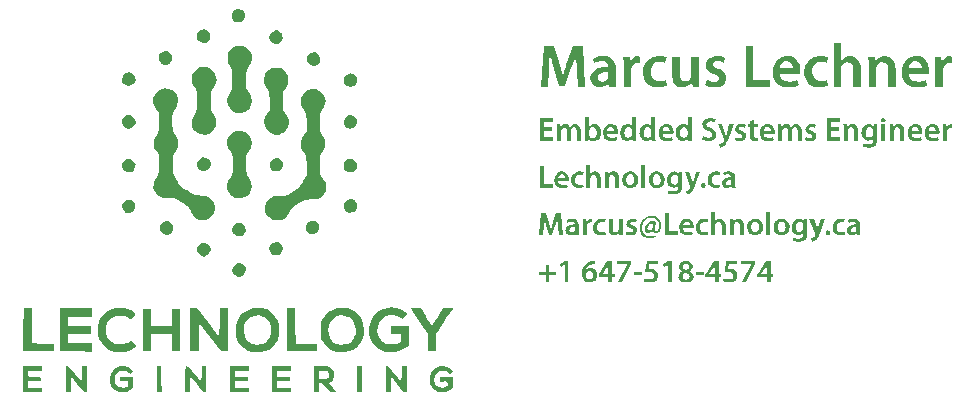
<source format=gts>
G04 #@! TF.GenerationSoftware,KiCad,Pcbnew,8.0.4*
G04 #@! TF.CreationDate,2025-04-30T00:09:22-04:00*
G04 #@! TF.ProjectId,HDW_BUSINESS_CARD,4844575f-4255-4534-994e-4553535f4341,rev?*
G04 #@! TF.SameCoordinates,Original*
G04 #@! TF.FileFunction,Soldermask,Top*
G04 #@! TF.FilePolarity,Negative*
%FSLAX46Y46*%
G04 Gerber Fmt 4.6, Leading zero omitted, Abs format (unit mm)*
G04 Created by KiCad (PCBNEW 8.0.4) date 2025-04-30 00:09:22*
%MOMM*%
%LPD*%
G01*
G04 APERTURE LIST*
%ADD10C,0.300000*%
%ADD11C,0.500000*%
%ADD12C,0.000000*%
%ADD13C,1.900000*%
G04 APERTURE END LIST*
D10*
G36*
X100701350Y-81372875D02*
G01*
X100701350Y-81989649D01*
X100108866Y-81989649D01*
X100108866Y-82203019D01*
X100701350Y-82203019D01*
X100701350Y-82812650D01*
X100928057Y-82812650D01*
X100928057Y-82203019D01*
X101520065Y-82203019D01*
X101520065Y-81989649D01*
X100928057Y-81989649D01*
X100928057Y-81372875D01*
X100701350Y-81372875D01*
G37*
G36*
X102270672Y-82812650D02*
G01*
X102595967Y-82812650D01*
X102595967Y-81044722D01*
X102317347Y-81044722D01*
X101882985Y-81257140D01*
X101940614Y-81510041D01*
X102265433Y-81346680D01*
X102270672Y-81346680D01*
X102270672Y-82812650D01*
G37*
G36*
X104849217Y-81279525D02*
G01*
X104775974Y-81279225D01*
X104680140Y-81287622D01*
X104612322Y-81297635D01*
X104490119Y-81329366D01*
X104385216Y-81375168D01*
X104296880Y-81433199D01*
X104224382Y-81501616D01*
X104166989Y-81578578D01*
X104115377Y-81683992D01*
X104084798Y-81796282D01*
X104092894Y-81796282D01*
X104127917Y-81759884D01*
X104210822Y-81697358D01*
X104297255Y-81656432D01*
X104396465Y-81631129D01*
X104491535Y-81623871D01*
X104519996Y-81624509D01*
X104629229Y-81639602D01*
X104729593Y-81674116D01*
X104819101Y-81727190D01*
X104895766Y-81797966D01*
X104957602Y-81885583D01*
X105002621Y-81989183D01*
X105028837Y-82107905D01*
X105034963Y-82206353D01*
X105032079Y-82269780D01*
X105009537Y-82391926D01*
X104965804Y-82505362D01*
X104902295Y-82607169D01*
X104820420Y-82694429D01*
X104721591Y-82764222D01*
X104607222Y-82813629D01*
X104512095Y-82835550D01*
X104409616Y-82843131D01*
X104331075Y-82839337D01*
X104221904Y-82819907D01*
X104123294Y-82784921D01*
X104035465Y-82735432D01*
X103958637Y-82672488D01*
X103893027Y-82597139D01*
X103838855Y-82510437D01*
X103796341Y-82413431D01*
X103765702Y-82307171D01*
X103747158Y-82192708D01*
X103745588Y-82162060D01*
X104073843Y-82162060D01*
X104080848Y-82248637D01*
X104103382Y-82348367D01*
X104150891Y-82451098D01*
X104221047Y-82529792D01*
X104314192Y-82578574D01*
X104409616Y-82592135D01*
X104513539Y-82571310D01*
X104596866Y-82512505D01*
X104656365Y-82421224D01*
X104685950Y-82321306D01*
X104693952Y-82225404D01*
X104682326Y-82114754D01*
X104648165Y-82020742D01*
X104581261Y-81936466D01*
X104486850Y-81884503D01*
X104385326Y-81869628D01*
X104327575Y-81875101D01*
X104232097Y-81910024D01*
X104152767Y-81971874D01*
X104095752Y-82054422D01*
X104089705Y-82067818D01*
X104073843Y-82162060D01*
X103745588Y-82162060D01*
X103740928Y-82071092D01*
X103746571Y-81945726D01*
X103763030Y-81827403D01*
X103789603Y-81716471D01*
X103825586Y-81613274D01*
X103870276Y-81518158D01*
X103922969Y-81431471D01*
X103982963Y-81353558D01*
X104049554Y-81284764D01*
X104080375Y-81256366D01*
X104162885Y-81192399D01*
X104252884Y-81138463D01*
X104349991Y-81094548D01*
X104453823Y-81060642D01*
X104564000Y-81036734D01*
X104680140Y-81022813D01*
X104749598Y-81015052D01*
X104849217Y-81014241D01*
X104849217Y-81279525D01*
G37*
G36*
X106290421Y-82111575D02*
G01*
X106519984Y-82111575D01*
X106519984Y-82365905D01*
X106290421Y-82365905D01*
X106290421Y-82812650D01*
X105973699Y-82812650D01*
X105973699Y-82365905D01*
X105168320Y-82365905D01*
X105168320Y-82147295D01*
X105195302Y-82106336D01*
X105490757Y-82106336D01*
X105490757Y-82111575D01*
X105973699Y-82111575D01*
X105973699Y-81630539D01*
X105973715Y-81621117D01*
X105975783Y-81517182D01*
X105979791Y-81421413D01*
X105984653Y-81323342D01*
X105973699Y-81323342D01*
X105958617Y-81354146D01*
X105915028Y-81441211D01*
X105867568Y-81532254D01*
X105818433Y-81622442D01*
X105490757Y-82106336D01*
X105195302Y-82106336D01*
X105894637Y-81044722D01*
X106290421Y-81044722D01*
X106290421Y-82111575D01*
G37*
G36*
X106724306Y-81044722D02*
G01*
X106724306Y-81323342D01*
X107562547Y-81323342D01*
X107562547Y-81328581D01*
X106814321Y-82812650D01*
X107166764Y-82812650D01*
X107917371Y-81260474D01*
X107917371Y-81044722D01*
X106724306Y-81044722D01*
G37*
G36*
X108124550Y-81971074D02*
G01*
X108124550Y-82203019D01*
X108820862Y-82203019D01*
X108820862Y-81971074D01*
X108124550Y-81971074D01*
G37*
G36*
X110149665Y-81044722D02*
G01*
X109229505Y-81044722D01*
X109115199Y-81944879D01*
X109216950Y-81934516D01*
X109312675Y-81929277D01*
X109358099Y-81928686D01*
X109480742Y-81934747D01*
X109585095Y-81952440D01*
X109690726Y-81989790D01*
X109782634Y-82055055D01*
X109838428Y-82140275D01*
X109860125Y-82242963D01*
X109860567Y-82261601D01*
X109841865Y-82367586D01*
X109790519Y-82452650D01*
X109713667Y-82516265D01*
X109618449Y-82557903D01*
X109512004Y-82577037D01*
X109475262Y-82578323D01*
X109371499Y-82571655D01*
X109274367Y-82554245D01*
X109177007Y-82526181D01*
X109085194Y-82487355D01*
X109016610Y-82739780D01*
X109112770Y-82782335D01*
X109209799Y-82810923D01*
X109306185Y-82829617D01*
X109412962Y-82840819D01*
X109489074Y-82843131D01*
X109606979Y-82836052D01*
X109716209Y-82815532D01*
X109816126Y-82782647D01*
X109906091Y-82738473D01*
X109985467Y-82684086D01*
X110073726Y-82597544D01*
X110140512Y-82497309D01*
X110184313Y-82385933D01*
X110203616Y-82265965D01*
X110204437Y-82234930D01*
X110194459Y-82122396D01*
X110166210Y-82023244D01*
X110122213Y-81937490D01*
X110054348Y-81854405D01*
X109972491Y-81789614D01*
X109877341Y-81738325D01*
X109784790Y-81706218D01*
X109686385Y-81685530D01*
X109584817Y-81675780D01*
X109540988Y-81674832D01*
X109443671Y-81679654D01*
X109415251Y-81683405D01*
X109467165Y-81323342D01*
X110149665Y-81323342D01*
X110149665Y-81044722D01*
G37*
G36*
X111009339Y-82812650D02*
G01*
X111334634Y-82812650D01*
X111334634Y-81044722D01*
X111056014Y-81044722D01*
X110621652Y-81257140D01*
X110679281Y-81510041D01*
X111004100Y-81346680D01*
X111009339Y-81346680D01*
X111009339Y-82812650D01*
G37*
G36*
X112611736Y-81014906D02*
G01*
X112710711Y-81024530D01*
X112825697Y-81053511D01*
X112921707Y-81098354D01*
X113015749Y-81172403D01*
X113081787Y-81261289D01*
X113120739Y-81359484D01*
X113133519Y-81461461D01*
X113121737Y-81559678D01*
X113084935Y-81655330D01*
X113020931Y-81744350D01*
X112942763Y-81812291D01*
X112860138Y-81861055D01*
X112860138Y-81869152D01*
X112913284Y-81891855D01*
X113009922Y-81949545D01*
X113090533Y-82023233D01*
X113151331Y-82112468D01*
X113188529Y-82216798D01*
X113198768Y-82314944D01*
X113195670Y-82372834D01*
X113171568Y-82480768D01*
X113125118Y-82577159D01*
X113058151Y-82660714D01*
X112972499Y-82730136D01*
X112869990Y-82784132D01*
X112752456Y-82821406D01*
X112655547Y-82837609D01*
X112551989Y-82843131D01*
X112440458Y-82836994D01*
X112339531Y-82819349D01*
X112221594Y-82779914D01*
X112122840Y-82724797D01*
X112043459Y-82656730D01*
X111983641Y-82578440D01*
X111936667Y-82470360D01*
X111920927Y-82355903D01*
X111923805Y-82317801D01*
X112265272Y-82317801D01*
X112271241Y-82387408D01*
X112307216Y-82475739D01*
X112372762Y-82546584D01*
X112464947Y-82592375D01*
X112562943Y-82605947D01*
X112579377Y-82605622D01*
X112683753Y-82586152D01*
X112776790Y-82531172D01*
X112836607Y-82447616D01*
X112857757Y-82342091D01*
X112844313Y-82249477D01*
X112796952Y-82161231D01*
X112719293Y-82092006D01*
X112631653Y-82045971D01*
X112527223Y-82010605D01*
X112511805Y-82015141D01*
X112415968Y-82057801D01*
X112333737Y-82127411D01*
X112282760Y-82215417D01*
X112265272Y-82317801D01*
X111923805Y-82317801D01*
X111926852Y-82277458D01*
X111957002Y-82171556D01*
X112010823Y-82079486D01*
X112086244Y-82000928D01*
X112164100Y-81945555D01*
X112254318Y-81899157D01*
X112254318Y-81891060D01*
X112174583Y-81844900D01*
X112097902Y-81780113D01*
X112033831Y-81694006D01*
X111996134Y-81599473D01*
X111983795Y-81499563D01*
X111985351Y-81485751D01*
X112303374Y-81485751D01*
X112304763Y-81512139D01*
X112336385Y-81604683D01*
X112404755Y-81677625D01*
X112489528Y-81726634D01*
X112592948Y-81762943D01*
X112648454Y-81741954D01*
X112733863Y-81683091D01*
X112792289Y-81600155D01*
X112813939Y-81496706D01*
X112799592Y-81405998D01*
X112746580Y-81317114D01*
X112663323Y-81263595D01*
X112560086Y-81246662D01*
X112473433Y-81257788D01*
X112385259Y-81302681D01*
X112323951Y-81384016D01*
X112303374Y-81485751D01*
X111985351Y-81485751D01*
X111995481Y-81395844D01*
X112029152Y-81301969D01*
X112082726Y-81219168D01*
X112154122Y-81148669D01*
X112241257Y-81091698D01*
X112342049Y-81049485D01*
X112454417Y-81023256D01*
X112576279Y-81014241D01*
X112611736Y-81014906D01*
G37*
G36*
X113373085Y-81971074D02*
G01*
X113373085Y-82203019D01*
X114069396Y-82203019D01*
X114069396Y-81971074D01*
X113373085Y-81971074D01*
G37*
G36*
X115324377Y-82111575D02*
G01*
X115553941Y-82111575D01*
X115553941Y-82365905D01*
X115324377Y-82365905D01*
X115324377Y-82812650D01*
X115007655Y-82812650D01*
X115007655Y-82365905D01*
X114202277Y-82365905D01*
X114202277Y-82147295D01*
X114229259Y-82106336D01*
X114524714Y-82106336D01*
X114524714Y-82111575D01*
X115007655Y-82111575D01*
X115007655Y-81630539D01*
X115007672Y-81621117D01*
X115009740Y-81517182D01*
X115013748Y-81421413D01*
X115018610Y-81323342D01*
X115007655Y-81323342D01*
X114992573Y-81354146D01*
X114948984Y-81441211D01*
X114901525Y-81532254D01*
X114852390Y-81622442D01*
X114524714Y-82106336D01*
X114229259Y-82106336D01*
X114928594Y-81044722D01*
X115324377Y-81044722D01*
X115324377Y-82111575D01*
G37*
G36*
X116861312Y-81044722D02*
G01*
X115941152Y-81044722D01*
X115826846Y-81944879D01*
X115928596Y-81934516D01*
X116024322Y-81929277D01*
X116069745Y-81928686D01*
X116192389Y-81934747D01*
X116296742Y-81952440D01*
X116402373Y-81989790D01*
X116494281Y-82055055D01*
X116550075Y-82140275D01*
X116571772Y-82242963D01*
X116572214Y-82261601D01*
X116553512Y-82367586D01*
X116502166Y-82452650D01*
X116425314Y-82516265D01*
X116330096Y-82557903D01*
X116223651Y-82577037D01*
X116186909Y-82578323D01*
X116083145Y-82571655D01*
X115986014Y-82554245D01*
X115888654Y-82526181D01*
X115796841Y-82487355D01*
X115728257Y-82739780D01*
X115824417Y-82782335D01*
X115921446Y-82810923D01*
X116017831Y-82829617D01*
X116124609Y-82840819D01*
X116200721Y-82843131D01*
X116318626Y-82836052D01*
X116427856Y-82815532D01*
X116527773Y-82782647D01*
X116617738Y-82738473D01*
X116697114Y-82684086D01*
X116785373Y-82597544D01*
X116852159Y-82497309D01*
X116895960Y-82385933D01*
X116915263Y-82265965D01*
X116916084Y-82234930D01*
X116906106Y-82122396D01*
X116877857Y-82023244D01*
X116833860Y-81937490D01*
X116765994Y-81854405D01*
X116684138Y-81789614D01*
X116588988Y-81738325D01*
X116496437Y-81706218D01*
X116398032Y-81685530D01*
X116296464Y-81675780D01*
X116252634Y-81674832D01*
X116155318Y-81679654D01*
X116126898Y-81683405D01*
X116178812Y-81323342D01*
X116861312Y-81323342D01*
X116861312Y-81044722D01*
G37*
G36*
X117221375Y-81044722D02*
G01*
X117221375Y-81323342D01*
X118059616Y-81323342D01*
X118059616Y-81328581D01*
X117311391Y-82812650D01*
X117663833Y-82812650D01*
X118414440Y-81260474D01*
X118414440Y-81044722D01*
X117221375Y-81044722D01*
G37*
G36*
X119713714Y-82111575D02*
G01*
X119943278Y-82111575D01*
X119943278Y-82365905D01*
X119713714Y-82365905D01*
X119713714Y-82812650D01*
X119396992Y-82812650D01*
X119396992Y-82365905D01*
X118591614Y-82365905D01*
X118591614Y-82147295D01*
X118618596Y-82106336D01*
X118914051Y-82106336D01*
X118914051Y-82111575D01*
X119396992Y-82111575D01*
X119396992Y-81630539D01*
X119397009Y-81621117D01*
X119399077Y-81517182D01*
X119403085Y-81421413D01*
X119407947Y-81323342D01*
X119396992Y-81323342D01*
X119381910Y-81354146D01*
X119338322Y-81441211D01*
X119290862Y-81532254D01*
X119241727Y-81622442D01*
X118914051Y-82106336D01*
X118618596Y-82106336D01*
X119317931Y-81044722D01*
X119713714Y-81044722D01*
X119713714Y-82111575D01*
G37*
G36*
X101254231Y-69709394D02*
G01*
X100542996Y-69709394D01*
X100542996Y-69240448D01*
X101296241Y-69240448D01*
X101296241Y-68957614D01*
X100198613Y-68957614D01*
X100198613Y-70833400D01*
X101338250Y-70833400D01*
X101338250Y-70551055D01*
X100542996Y-70551055D01*
X100542996Y-69989296D01*
X101254231Y-69989296D01*
X101254231Y-69709394D01*
G37*
G36*
X101626457Y-70833400D02*
G01*
X101962535Y-70833400D01*
X101962535Y-70018117D01*
X101974305Y-69919723D01*
X101979144Y-69902346D01*
X102025984Y-69815468D01*
X102101876Y-69744046D01*
X102204672Y-69708115D01*
X102228271Y-69706951D01*
X102332448Y-69731177D01*
X102405897Y-69798909D01*
X102449395Y-69902727D01*
X102462832Y-69999810D01*
X102463721Y-70035214D01*
X102463721Y-70833400D01*
X102799800Y-70833400D01*
X102799800Y-70006882D01*
X102810703Y-69909570D01*
X102816408Y-69890622D01*
X102864786Y-69804299D01*
X102938959Y-69739048D01*
X103035529Y-69707930D01*
X103057231Y-69706951D01*
X103153253Y-69726001D01*
X103233226Y-69792090D01*
X103277706Y-69885700D01*
X103297284Y-69990394D01*
X103300986Y-70071850D01*
X103300986Y-70833400D01*
X103637064Y-70833400D01*
X103637064Y-70021048D01*
X103631204Y-69904689D01*
X103614398Y-69802750D01*
X103576972Y-69688140D01*
X103524906Y-69596470D01*
X103443430Y-69511798D01*
X103348758Y-69457557D01*
X103246269Y-69430739D01*
X103183261Y-69426561D01*
X103083217Y-69434757D01*
X102987849Y-69462199D01*
X102903358Y-69508138D01*
X102825947Y-69569410D01*
X102761092Y-69644745D01*
X102738250Y-69678619D01*
X102732388Y-69678619D01*
X102682654Y-69587253D01*
X102612168Y-69513414D01*
X102523598Y-69460322D01*
X102419614Y-69431200D01*
X102354301Y-69426561D01*
X102253128Y-69435236D01*
X102151240Y-69465324D01*
X102056747Y-69520282D01*
X101985465Y-69587915D01*
X101934203Y-69659080D01*
X101925899Y-69659080D01*
X101909290Y-69457824D01*
X101615222Y-69457824D01*
X101619730Y-69561590D01*
X101623247Y-69660684D01*
X101625682Y-69767328D01*
X101626457Y-69867663D01*
X101626457Y-70833400D01*
G37*
G36*
X104344880Y-69645402D02*
G01*
X104350253Y-69645402D01*
X104404260Y-69576230D01*
X104484020Y-69509728D01*
X104581325Y-69461028D01*
X104678297Y-69435454D01*
X104787448Y-69426561D01*
X104878514Y-69433766D01*
X104990878Y-69464985D01*
X105091326Y-69519462D01*
X105178153Y-69595621D01*
X105249653Y-69691888D01*
X105304120Y-69806690D01*
X105332766Y-69904008D01*
X105350151Y-70010201D01*
X105355557Y-70124607D01*
X105347623Y-70257653D01*
X105324854Y-70377380D01*
X105288798Y-70483839D01*
X105241002Y-70577081D01*
X105161689Y-70680931D01*
X105067927Y-70761494D01*
X104963387Y-70818890D01*
X104851736Y-70853239D01*
X104736645Y-70864663D01*
X104655566Y-70859631D01*
X104548589Y-70834626D01*
X104451481Y-70786727D01*
X104366729Y-70713784D01*
X104305801Y-70629701D01*
X104299939Y-70629701D01*
X104283331Y-70833400D01*
X103989262Y-70833400D01*
X103992792Y-70764388D01*
X103996895Y-70657972D01*
X103999497Y-70554024D01*
X104000497Y-70448473D01*
X104000497Y-70042053D01*
X104344880Y-70042053D01*
X104344880Y-70266756D01*
X104353184Y-70348822D01*
X104395461Y-70446954D01*
X104463887Y-70524249D01*
X104553288Y-70574891D01*
X104658488Y-70593065D01*
X104770534Y-70575252D01*
X104863048Y-70523513D01*
X104934116Y-70440398D01*
X104975578Y-70349008D01*
X104999713Y-70239077D01*
X105005801Y-70138773D01*
X105000420Y-70049611D01*
X104978560Y-69946886D01*
X104930131Y-69841050D01*
X104857488Y-69759964D01*
X104760630Y-69709693D01*
X104661418Y-69695716D01*
X104648311Y-69696014D01*
X104547610Y-69718813D01*
X104459726Y-69774540D01*
X104392307Y-69858431D01*
X104356115Y-69951194D01*
X104344880Y-70042053D01*
X104000497Y-70042053D01*
X104000497Y-68832562D01*
X104344880Y-68832562D01*
X104344880Y-69645402D01*
G37*
G36*
X106296783Y-69430743D02*
G01*
X106403524Y-69451717D01*
X106495850Y-69488438D01*
X106597823Y-69558220D01*
X106677277Y-69647173D01*
X106735985Y-69750254D01*
X106775722Y-69862420D01*
X106798263Y-69978627D01*
X106805382Y-70093832D01*
X106804451Y-70139452D01*
X106794147Y-70239401D01*
X105881656Y-70239401D01*
X105893014Y-70328290D01*
X105928521Y-70420903D01*
X105997792Y-70505968D01*
X106090477Y-70563909D01*
X106200565Y-70596116D01*
X106301265Y-70604300D01*
X106372797Y-70602458D01*
X106475089Y-70592431D01*
X106576647Y-70572192D01*
X106679353Y-70540797D01*
X106729667Y-70778201D01*
X106671432Y-70800664D01*
X106565111Y-70831033D01*
X106459593Y-70850572D01*
X106360482Y-70860995D01*
X106253882Y-70864663D01*
X106134278Y-70857595D01*
X106024669Y-70836771D01*
X105925442Y-70802754D01*
X105836982Y-70756110D01*
X105736453Y-70675252D01*
X105656670Y-70574290D01*
X105610997Y-70486181D01*
X105577896Y-70388082D01*
X105557752Y-70280558D01*
X105550951Y-70164174D01*
X105553636Y-70093181D01*
X105566299Y-69999066D01*
X105881656Y-69999066D01*
X106480539Y-69999066D01*
X106477148Y-69934405D01*
X106452873Y-69836392D01*
X106399321Y-69746215D01*
X106309313Y-69682191D01*
X106197706Y-69662011D01*
X106106904Y-69675372D01*
X106020154Y-69721157D01*
X105947251Y-69803143D01*
X105902057Y-69900995D01*
X105881656Y-69999066D01*
X105566299Y-69999066D01*
X105567681Y-69988791D01*
X105593648Y-69888386D01*
X105631425Y-69793616D01*
X105680903Y-69706131D01*
X105741970Y-69627579D01*
X105814514Y-69559611D01*
X105898425Y-69503876D01*
X105993591Y-69462023D01*
X106099901Y-69435701D01*
X106217245Y-69426561D01*
X106296783Y-69430743D01*
G37*
G36*
X108339227Y-70446030D02*
G01*
X108339762Y-70526206D01*
X108341904Y-70632079D01*
X108345259Y-70730647D01*
X108350462Y-70833400D01*
X108045159Y-70833400D01*
X108028062Y-70618466D01*
X108022689Y-70618466D01*
X107957910Y-70709309D01*
X107872274Y-70781490D01*
X107784852Y-70826692D01*
X107686753Y-70854919D01*
X107580121Y-70864663D01*
X107461008Y-70851930D01*
X107350609Y-70814730D01*
X107251131Y-70754564D01*
X107164786Y-70672932D01*
X107093781Y-70571333D01*
X107051926Y-70482932D01*
X107020874Y-70384777D01*
X107001560Y-70277499D01*
X106994915Y-70161732D01*
X106995660Y-70147566D01*
X107345159Y-70147566D01*
X107348382Y-70217457D01*
X107367805Y-70324115D01*
X107413513Y-70432677D01*
X107482617Y-70515795D01*
X107574017Y-70568967D01*
X107686610Y-70587691D01*
X107787422Y-70570228D01*
X107875044Y-70520524D01*
X107942699Y-70442611D01*
X107983610Y-70340517D01*
X107985104Y-70334621D01*
X107994845Y-70236470D01*
X107994845Y-70030818D01*
X107986052Y-69937028D01*
X107948790Y-69842605D01*
X107885058Y-69764898D01*
X107797695Y-69712195D01*
X107689541Y-69692785D01*
X107593101Y-69706807D01*
X107497160Y-69757509D01*
X107423737Y-69839877D01*
X107380463Y-69928664D01*
X107354080Y-70032308D01*
X107345159Y-70147566D01*
X106995660Y-70147566D01*
X107001499Y-70036592D01*
X107022088Y-69921926D01*
X107055462Y-69818133D01*
X107100402Y-69725615D01*
X107176204Y-69620490D01*
X107267508Y-69537071D01*
X107371423Y-69476310D01*
X107485058Y-69439156D01*
X107605522Y-69426561D01*
X107622951Y-69426781D01*
X107735917Y-69439971D01*
X107832194Y-69471288D01*
X107920214Y-69525223D01*
X107988983Y-69603393D01*
X107994845Y-69603393D01*
X107994845Y-68832562D01*
X108339227Y-68832562D01*
X108339227Y-70446030D01*
G37*
G36*
X109964908Y-70446030D02*
G01*
X109965442Y-70526206D01*
X109967584Y-70632079D01*
X109970940Y-70730647D01*
X109976143Y-70833400D01*
X109670839Y-70833400D01*
X109653742Y-70618466D01*
X109648369Y-70618466D01*
X109583591Y-70709309D01*
X109497955Y-70781490D01*
X109410533Y-70826692D01*
X109312433Y-70854919D01*
X109205801Y-70864663D01*
X109086689Y-70851930D01*
X108976289Y-70814730D01*
X108876812Y-70754564D01*
X108790466Y-70672932D01*
X108719462Y-70571333D01*
X108677606Y-70482932D01*
X108646555Y-70384777D01*
X108627240Y-70277499D01*
X108620595Y-70161732D01*
X108621340Y-70147566D01*
X108970839Y-70147566D01*
X108974062Y-70217457D01*
X108993485Y-70324115D01*
X109039193Y-70432677D01*
X109108297Y-70515795D01*
X109199697Y-70568967D01*
X109312291Y-70587691D01*
X109413102Y-70570228D01*
X109500724Y-70520524D01*
X109568379Y-70442611D01*
X109609290Y-70340517D01*
X109610785Y-70334621D01*
X109620525Y-70236470D01*
X109620525Y-70030818D01*
X109611733Y-69937028D01*
X109574470Y-69842605D01*
X109510738Y-69764898D01*
X109423375Y-69712195D01*
X109315222Y-69692785D01*
X109218781Y-69706807D01*
X109122841Y-69757509D01*
X109049417Y-69839877D01*
X109006143Y-69928664D01*
X108979760Y-70032308D01*
X108970839Y-70147566D01*
X108621340Y-70147566D01*
X108627180Y-70036592D01*
X108647769Y-69921926D01*
X108681143Y-69818133D01*
X108726082Y-69725615D01*
X108801884Y-69620490D01*
X108893188Y-69537071D01*
X108997103Y-69476310D01*
X109110738Y-69439156D01*
X109231202Y-69426561D01*
X109248631Y-69426781D01*
X109361597Y-69439971D01*
X109457874Y-69471288D01*
X109545894Y-69525223D01*
X109614663Y-69603393D01*
X109620525Y-69603393D01*
X109620525Y-68832562D01*
X109964908Y-68832562D01*
X109964908Y-70446030D01*
G37*
G36*
X110992108Y-69430743D02*
G01*
X111098848Y-69451717D01*
X111191175Y-69488438D01*
X111293148Y-69558220D01*
X111372601Y-69647173D01*
X111431309Y-69750254D01*
X111471046Y-69862420D01*
X111493587Y-69978627D01*
X111500707Y-70093832D01*
X111499776Y-70139452D01*
X111489472Y-70239401D01*
X110576980Y-70239401D01*
X110588338Y-70328290D01*
X110623845Y-70420903D01*
X110693117Y-70505968D01*
X110785801Y-70563909D01*
X110895889Y-70596116D01*
X110996589Y-70604300D01*
X111068121Y-70602458D01*
X111170414Y-70592431D01*
X111271972Y-70572192D01*
X111374677Y-70540797D01*
X111424991Y-70778201D01*
X111366756Y-70800664D01*
X111260435Y-70831033D01*
X111154917Y-70850572D01*
X111055807Y-70860995D01*
X110949206Y-70864663D01*
X110829603Y-70857595D01*
X110719994Y-70836771D01*
X110620766Y-70802754D01*
X110532307Y-70756110D01*
X110431778Y-70675252D01*
X110351994Y-70574290D01*
X110306322Y-70486181D01*
X110273220Y-70388082D01*
X110253076Y-70280558D01*
X110246275Y-70164174D01*
X110248960Y-70093181D01*
X110261623Y-69999066D01*
X110576980Y-69999066D01*
X111175864Y-69999066D01*
X111172472Y-69934405D01*
X111148197Y-69836392D01*
X111094646Y-69746215D01*
X111004638Y-69682191D01*
X110893030Y-69662011D01*
X110802228Y-69675372D01*
X110715478Y-69721157D01*
X110642576Y-69803143D01*
X110597381Y-69900995D01*
X110576980Y-69999066D01*
X110261623Y-69999066D01*
X110263005Y-69988791D01*
X110288972Y-69888386D01*
X110326750Y-69793616D01*
X110376228Y-69706131D01*
X110437294Y-69627579D01*
X110509838Y-69559611D01*
X110593749Y-69503876D01*
X110688915Y-69462023D01*
X110795226Y-69435701D01*
X110912570Y-69426561D01*
X110992108Y-69430743D01*
G37*
G36*
X113034552Y-70446030D02*
G01*
X113035086Y-70526206D01*
X113037228Y-70632079D01*
X113040584Y-70730647D01*
X113045787Y-70833400D01*
X112740483Y-70833400D01*
X112723386Y-70618466D01*
X112718013Y-70618466D01*
X112653235Y-70709309D01*
X112567599Y-70781490D01*
X112480177Y-70826692D01*
X112382077Y-70854919D01*
X112275445Y-70864663D01*
X112156333Y-70851930D01*
X112045933Y-70814730D01*
X111946456Y-70754564D01*
X111860110Y-70672932D01*
X111789106Y-70571333D01*
X111747250Y-70482932D01*
X111716199Y-70384777D01*
X111696884Y-70277499D01*
X111690239Y-70161732D01*
X111690984Y-70147566D01*
X112040483Y-70147566D01*
X112043706Y-70217457D01*
X112063129Y-70324115D01*
X112108837Y-70432677D01*
X112177942Y-70515795D01*
X112269341Y-70568967D01*
X112381935Y-70587691D01*
X112482746Y-70570228D01*
X112570368Y-70520524D01*
X112638024Y-70442611D01*
X112678934Y-70340517D01*
X112680429Y-70334621D01*
X112690169Y-70236470D01*
X112690169Y-70030818D01*
X112681377Y-69937028D01*
X112644114Y-69842605D01*
X112580382Y-69764898D01*
X112493020Y-69712195D01*
X112384866Y-69692785D01*
X112288425Y-69706807D01*
X112192485Y-69757509D01*
X112119061Y-69839877D01*
X112075787Y-69928664D01*
X112049404Y-70032308D01*
X112040483Y-70147566D01*
X111690984Y-70147566D01*
X111696824Y-70036592D01*
X111717413Y-69921926D01*
X111750787Y-69818133D01*
X111795726Y-69725615D01*
X111871528Y-69620490D01*
X111962832Y-69537071D01*
X112066747Y-69476310D01*
X112180382Y-69439156D01*
X112300846Y-69426561D01*
X112318275Y-69426781D01*
X112431241Y-69439971D01*
X112527518Y-69471288D01*
X112615538Y-69525223D01*
X112684308Y-69603393D01*
X112690169Y-69603393D01*
X112690169Y-68832562D01*
X113034552Y-68832562D01*
X113034552Y-70446030D01*
G37*
G36*
X113911384Y-70744495D02*
G01*
X114006768Y-70790474D01*
X114114058Y-70824544D01*
X114218276Y-70846827D01*
X114329259Y-70860763D01*
X114423805Y-70864663D01*
X114553265Y-70857916D01*
X114669428Y-70838410D01*
X114772415Y-70807242D01*
X114862352Y-70765512D01*
X114962177Y-70695341D01*
X115039311Y-70610951D01*
X115094046Y-70514945D01*
X115126672Y-70409929D01*
X115137483Y-70298508D01*
X115125946Y-70179630D01*
X115091127Y-70074804D01*
X115032712Y-69982553D01*
X114950389Y-69901403D01*
X114867106Y-69843483D01*
X114768161Y-69790967D01*
X114653393Y-69743099D01*
X114545561Y-69699176D01*
X114442673Y-69648987D01*
X114357527Y-69588436D01*
X114300055Y-69496847D01*
X114291914Y-69434376D01*
X114319991Y-69333012D01*
X114396612Y-69257886D01*
X114492837Y-69220464D01*
X114602591Y-69209185D01*
X114711946Y-69216032D01*
X114819654Y-69236816D01*
X114917000Y-69268948D01*
X114980679Y-69298089D01*
X115062256Y-69020141D01*
X114967352Y-68980765D01*
X114862367Y-68951749D01*
X114754166Y-68934137D01*
X114649017Y-68926868D01*
X114611384Y-68926351D01*
X114499722Y-68932353D01*
X114396710Y-68949844D01*
X114302857Y-68978052D01*
X114192848Y-69030995D01*
X114101236Y-69099784D01*
X114029229Y-69182586D01*
X113978035Y-69277570D01*
X113948861Y-69382903D01*
X113942158Y-69467593D01*
X113956399Y-69586461D01*
X113997840Y-69691068D01*
X114064558Y-69782612D01*
X114154630Y-69862289D01*
X114242211Y-69918290D01*
X114342522Y-69968075D01*
X114454580Y-70012255D01*
X114555825Y-70052770D01*
X114651267Y-70102727D01*
X114729062Y-70165955D01*
X114780570Y-70261074D01*
X114787727Y-70323420D01*
X114765073Y-70427918D01*
X114698823Y-70508740D01*
X114607106Y-70556112D01*
X114504789Y-70576713D01*
X114445787Y-70579387D01*
X114347576Y-70573826D01*
X114237472Y-70554992D01*
X114135489Y-70525696D01*
X114033329Y-70483223D01*
X113989541Y-70459708D01*
X113911384Y-70744495D01*
G37*
G36*
X115237134Y-69457824D02*
G01*
X115738320Y-70707370D01*
X115755417Y-70774781D01*
X115735878Y-70835842D01*
X115678241Y-70925937D01*
X115609783Y-71001281D01*
X115545368Y-71051264D01*
X115460811Y-71103074D01*
X115369062Y-71140095D01*
X115346555Y-71146030D01*
X115424712Y-71434725D01*
X115528870Y-71409623D01*
X115621412Y-71370987D01*
X115709061Y-71319888D01*
X115786192Y-71261313D01*
X115858962Y-71188549D01*
X115928975Y-71098685D01*
X115984466Y-71011454D01*
X116040704Y-70908089D01*
X116084044Y-70818589D01*
X116128903Y-70717743D01*
X116175752Y-70604577D01*
X116225061Y-70478118D01*
X116259534Y-70385947D01*
X116600986Y-69457824D01*
X116234133Y-69457824D01*
X116021153Y-70184690D01*
X115991169Y-70287018D01*
X115964275Y-70389190D01*
X115948369Y-70450427D01*
X115940065Y-70450427D01*
X115914090Y-70356154D01*
X115885780Y-70262001D01*
X115861907Y-70187621D01*
X115618153Y-69457824D01*
X115237134Y-69457824D01*
G37*
G36*
X116681586Y-70769896D02*
G01*
X116777156Y-70812441D01*
X116877806Y-70841217D01*
X116975593Y-70857686D01*
X117080393Y-70864549D01*
X117095822Y-70864663D01*
X117223429Y-70856487D01*
X117334951Y-70832781D01*
X117430101Y-70794776D01*
X117525579Y-70729035D01*
X117594470Y-70645278D01*
X117636214Y-70545908D01*
X117650253Y-70433330D01*
X117637110Y-70326002D01*
X117599721Y-70233338D01*
X117537022Y-70153927D01*
X117447951Y-70086360D01*
X117352814Y-70038083D01*
X117286331Y-70012255D01*
X117187702Y-69972173D01*
X117102355Y-69923900D01*
X117049205Y-69834355D01*
X117048439Y-69818326D01*
X117086008Y-69722624D01*
X117175474Y-69676649D01*
X117238948Y-69670315D01*
X117337315Y-69679918D01*
X117434296Y-69706711D01*
X117527155Y-69749938D01*
X117597008Y-69508138D01*
X117507171Y-69469303D01*
X117405696Y-69442800D01*
X117302487Y-69429136D01*
X117233086Y-69426561D01*
X117120061Y-69434992D01*
X117019023Y-69459297D01*
X116911029Y-69509742D01*
X116825106Y-69579778D01*
X116763109Y-69666508D01*
X116726895Y-69767038D01*
X116717734Y-69855451D01*
X116733938Y-69960935D01*
X116784533Y-70059025D01*
X116857530Y-70135333D01*
X116940683Y-70192251D01*
X117045288Y-70242135D01*
X117093379Y-70259917D01*
X117187924Y-70299181D01*
X117274391Y-70354907D01*
X117316434Y-70444627D01*
X117317106Y-70461662D01*
X117282792Y-70557519D01*
X117196755Y-70606811D01*
X117098753Y-70618466D01*
X116991045Y-70606935D01*
X116895779Y-70581566D01*
X116801059Y-70543309D01*
X116751439Y-70515884D01*
X116681586Y-70769896D01*
G37*
G36*
X117987797Y-69203323D02*
G01*
X117987797Y-69457824D01*
X117794845Y-69457824D01*
X117794845Y-69715744D01*
X117987797Y-69715744D01*
X117987797Y-70366407D01*
X117992722Y-70477806D01*
X118010870Y-70586265D01*
X118048178Y-70685007D01*
X118097218Y-70752799D01*
X118177010Y-70814607D01*
X118270787Y-70850459D01*
X118370338Y-70864179D01*
X118394217Y-70864663D01*
X118497882Y-70859331D01*
X118598167Y-70842406D01*
X118643345Y-70828515D01*
X118637483Y-70567663D01*
X118539891Y-70581836D01*
X118503149Y-70582318D01*
X118404023Y-70557288D01*
X118344423Y-70472010D01*
X118328025Y-70372058D01*
X118326806Y-70326351D01*
X118326806Y-69715744D01*
X118654580Y-69715744D01*
X118654580Y-69457824D01*
X118326806Y-69457824D01*
X118326806Y-69108068D01*
X117987797Y-69203323D01*
G37*
G36*
X119556239Y-69430743D02*
G01*
X119662980Y-69451717D01*
X119755306Y-69488438D01*
X119857279Y-69558220D01*
X119936733Y-69647173D01*
X119995440Y-69750254D01*
X120035178Y-69862420D01*
X120057719Y-69978627D01*
X120064838Y-70093832D01*
X120063907Y-70139452D01*
X120053603Y-70239401D01*
X119141111Y-70239401D01*
X119152470Y-70328290D01*
X119187976Y-70420903D01*
X119257248Y-70505968D01*
X119349932Y-70563909D01*
X119460020Y-70596116D01*
X119560721Y-70604300D01*
X119632252Y-70602458D01*
X119734545Y-70592431D01*
X119836103Y-70572192D01*
X119938809Y-70540797D01*
X119989123Y-70778201D01*
X119930887Y-70800664D01*
X119824567Y-70831033D01*
X119719048Y-70850572D01*
X119619938Y-70860995D01*
X119513338Y-70864663D01*
X119393734Y-70857595D01*
X119284125Y-70836771D01*
X119184898Y-70802754D01*
X119096438Y-70756110D01*
X118995909Y-70675252D01*
X118916126Y-70574290D01*
X118870453Y-70486181D01*
X118837352Y-70388082D01*
X118817207Y-70280558D01*
X118810407Y-70164174D01*
X118813092Y-70093181D01*
X118825754Y-69999066D01*
X119141111Y-69999066D01*
X119739995Y-69999066D01*
X119736604Y-69934405D01*
X119712329Y-69836392D01*
X119658777Y-69746215D01*
X119568769Y-69682191D01*
X119457162Y-69662011D01*
X119366360Y-69675372D01*
X119279609Y-69721157D01*
X119206707Y-69803143D01*
X119161513Y-69900995D01*
X119141111Y-69999066D01*
X118825754Y-69999066D01*
X118827136Y-69988791D01*
X118853103Y-69888386D01*
X118890881Y-69793616D01*
X118940359Y-69706131D01*
X119001425Y-69627579D01*
X119073969Y-69559611D01*
X119157880Y-69503876D01*
X119253046Y-69462023D01*
X119359357Y-69435701D01*
X119476701Y-69426561D01*
X119556239Y-69430743D01*
G37*
G36*
X120341321Y-70833400D02*
G01*
X120677399Y-70833400D01*
X120677399Y-70018117D01*
X120689168Y-69919723D01*
X120694007Y-69902346D01*
X120740848Y-69815468D01*
X120816739Y-69744046D01*
X120919536Y-69708115D01*
X120943135Y-69706951D01*
X121047312Y-69731177D01*
X121120761Y-69798909D01*
X121164259Y-69902727D01*
X121177696Y-69999810D01*
X121178585Y-70035214D01*
X121178585Y-70833400D01*
X121514663Y-70833400D01*
X121514663Y-70006882D01*
X121525567Y-69909570D01*
X121531272Y-69890622D01*
X121579649Y-69804299D01*
X121653823Y-69739048D01*
X121750393Y-69707930D01*
X121772095Y-69706951D01*
X121868117Y-69726001D01*
X121948090Y-69792090D01*
X121992570Y-69885700D01*
X122012148Y-69990394D01*
X122015850Y-70071850D01*
X122015850Y-70833400D01*
X122351928Y-70833400D01*
X122351928Y-70021048D01*
X122346068Y-69904689D01*
X122329262Y-69802750D01*
X122291836Y-69688140D01*
X122239770Y-69596470D01*
X122158294Y-69511798D01*
X122063622Y-69457557D01*
X121961133Y-69430739D01*
X121898125Y-69426561D01*
X121798081Y-69434757D01*
X121702713Y-69462199D01*
X121618222Y-69508138D01*
X121540811Y-69569410D01*
X121475956Y-69644745D01*
X121453114Y-69678619D01*
X121447252Y-69678619D01*
X121397518Y-69587253D01*
X121327032Y-69513414D01*
X121238462Y-69460322D01*
X121134477Y-69431200D01*
X121069164Y-69426561D01*
X120967992Y-69435236D01*
X120866104Y-69465324D01*
X120771611Y-69520282D01*
X120700329Y-69587915D01*
X120649067Y-69659080D01*
X120640763Y-69659080D01*
X120624154Y-69457824D01*
X120330086Y-69457824D01*
X120334594Y-69561590D01*
X120338111Y-69660684D01*
X120340546Y-69767328D01*
X120341321Y-69867663D01*
X120341321Y-70833400D01*
G37*
G36*
X122631342Y-70769896D02*
G01*
X122726911Y-70812441D01*
X122827562Y-70841217D01*
X122925349Y-70857686D01*
X123030148Y-70864549D01*
X123045578Y-70864663D01*
X123173185Y-70856487D01*
X123284707Y-70832781D01*
X123379856Y-70794776D01*
X123475335Y-70729035D01*
X123544225Y-70645278D01*
X123585970Y-70545908D01*
X123600009Y-70433330D01*
X123586866Y-70326002D01*
X123549476Y-70233338D01*
X123486778Y-70153927D01*
X123397707Y-70086360D01*
X123302570Y-70038083D01*
X123236087Y-70012255D01*
X123137458Y-69972173D01*
X123052111Y-69923900D01*
X122998961Y-69834355D01*
X122998194Y-69818326D01*
X123035764Y-69722624D01*
X123125230Y-69676649D01*
X123188704Y-69670315D01*
X123287070Y-69679918D01*
X123384051Y-69706711D01*
X123476910Y-69749938D01*
X123546764Y-69508138D01*
X123456927Y-69469303D01*
X123355451Y-69442800D01*
X123252243Y-69429136D01*
X123182842Y-69426561D01*
X123069817Y-69434992D01*
X122968778Y-69459297D01*
X122860785Y-69509742D01*
X122774862Y-69579778D01*
X122712865Y-69666508D01*
X122676651Y-69767038D01*
X122667490Y-69855451D01*
X122683694Y-69960935D01*
X122734289Y-70059025D01*
X122807285Y-70135333D01*
X122890439Y-70192251D01*
X122995044Y-70242135D01*
X123043135Y-70259917D01*
X123137680Y-70299181D01*
X123224146Y-70354907D01*
X123266190Y-70444627D01*
X123266862Y-70461662D01*
X123232548Y-70557519D01*
X123146511Y-70606811D01*
X123048509Y-70618466D01*
X122940801Y-70606935D01*
X122845535Y-70581566D01*
X122750814Y-70543309D01*
X122701195Y-70515884D01*
X122631342Y-70769896D01*
G37*
G36*
X125530016Y-69709394D02*
G01*
X124818781Y-69709394D01*
X124818781Y-69240448D01*
X125572026Y-69240448D01*
X125572026Y-68957614D01*
X124474398Y-68957614D01*
X124474398Y-70833400D01*
X125614035Y-70833400D01*
X125614035Y-70551055D01*
X124818781Y-70551055D01*
X124818781Y-69989296D01*
X125530016Y-69989296D01*
X125530016Y-69709394D01*
G37*
G36*
X125902242Y-70833400D02*
G01*
X126246624Y-70833400D01*
X126246624Y-70021048D01*
X126259293Y-69921905D01*
X126263233Y-69910650D01*
X126314246Y-69817084D01*
X126387011Y-69749760D01*
X126482916Y-69711417D01*
X126532388Y-69706951D01*
X126639447Y-69727416D01*
X126724828Y-69795340D01*
X126770146Y-69886581D01*
X126789258Y-69983335D01*
X126792751Y-70055242D01*
X126792751Y-70833400D01*
X127137134Y-70833400D01*
X127137134Y-70015186D01*
X127130840Y-69900326D01*
X127112800Y-69799606D01*
X127072659Y-69686235D01*
X127016876Y-69595427D01*
X126929712Y-69511405D01*
X126828632Y-69457465D01*
X126719485Y-69430734D01*
X126652556Y-69426561D01*
X126552068Y-69435428D01*
X126446879Y-69466125D01*
X126358814Y-69513044D01*
X126278177Y-69580296D01*
X126215850Y-69662011D01*
X126207545Y-69662011D01*
X126190448Y-69457824D01*
X125891007Y-69457824D01*
X125895515Y-69561590D01*
X125899032Y-69660684D01*
X125901467Y-69767328D01*
X125902242Y-69867663D01*
X125902242Y-70833400D01*
G37*
G36*
X128091216Y-69429152D02*
G01*
X128191142Y-69448546D01*
X128286418Y-69491102D01*
X128369843Y-69559070D01*
X128429178Y-69639540D01*
X128435040Y-69639540D01*
X128448718Y-69457824D01*
X128748648Y-69457824D01*
X128743927Y-69543297D01*
X128740089Y-69645318D01*
X128737947Y-69755588D01*
X128737413Y-69853497D01*
X128737413Y-70643379D01*
X128737239Y-70669932D01*
X128732991Y-70771410D01*
X128719351Y-70887675D01*
X128695935Y-70992286D01*
X128662184Y-71085353D01*
X128607253Y-71181955D01*
X128535668Y-71262290D01*
X128508712Y-71284913D01*
X128420622Y-71341257D01*
X128323852Y-71381784D01*
X128221163Y-71408387D01*
X128115318Y-71422961D01*
X128009081Y-71427398D01*
X127943677Y-71425583D01*
X127845600Y-71416203D01*
X127734910Y-71395556D01*
X127632916Y-71364956D01*
X127533296Y-71318466D01*
X127609011Y-71058103D01*
X127617289Y-71062827D01*
X127706193Y-71104417D01*
X127804066Y-71135792D01*
X127901250Y-71154606D01*
X128006638Y-71161662D01*
X128107003Y-71152816D01*
X128213052Y-71117548D01*
X128299208Y-71053198D01*
X128361027Y-70957446D01*
X128390746Y-70851992D01*
X128398404Y-70749868D01*
X128398404Y-70632143D01*
X128393030Y-70632143D01*
X128360818Y-70675292D01*
X128280571Y-70748630D01*
X128193911Y-70796068D01*
X128092837Y-70825124D01*
X127995403Y-70833400D01*
X127902763Y-70826142D01*
X127788516Y-70794876D01*
X127686400Y-70740710D01*
X127598085Y-70665577D01*
X127525243Y-70571414D01*
X127469546Y-70460154D01*
X127440030Y-70366655D01*
X127421803Y-70265443D01*
X127415571Y-70157335D01*
X127416247Y-70146100D01*
X127765815Y-70146100D01*
X127768891Y-70211676D01*
X127787507Y-70313628D01*
X127831580Y-70419736D01*
X127898670Y-70502680D01*
X127988042Y-70556683D01*
X128098962Y-70575968D01*
X128157948Y-70569835D01*
X128253742Y-70530200D01*
X128329858Y-70458687D01*
X128378864Y-70361034D01*
X128385102Y-70336535D01*
X128393030Y-70237447D01*
X128393030Y-70011278D01*
X128381795Y-69916512D01*
X128354834Y-69847707D01*
X128291384Y-69762612D01*
X128201888Y-69707135D01*
X128101893Y-69689854D01*
X127999046Y-69707597D01*
X127910548Y-69759252D01*
X127840030Y-69842463D01*
X127797620Y-69934211D01*
X127772322Y-70044871D01*
X127765815Y-70146100D01*
X127416247Y-70146100D01*
X127423037Y-70033320D01*
X127444599Y-69919567D01*
X127478997Y-69816500D01*
X127524973Y-69724542D01*
X127602111Y-69619940D01*
X127694613Y-69536839D01*
X127799497Y-69476241D01*
X127913781Y-69439148D01*
X128034482Y-69426561D01*
X128091216Y-69429152D01*
G37*
G36*
X129439367Y-70833400D02*
G01*
X129439367Y-69457824D01*
X129094984Y-69457824D01*
X129094984Y-70833400D01*
X129439367Y-70833400D01*
G37*
G36*
X129268397Y-68895088D02*
G01*
X129172778Y-68917259D01*
X129101465Y-68984471D01*
X129075445Y-69083155D01*
X129100684Y-69178302D01*
X129178973Y-69249364D01*
X129265954Y-69267803D01*
X129364634Y-69245245D01*
X129436267Y-69178302D01*
X129461837Y-69083155D01*
X129435064Y-68984471D01*
X129356508Y-68913186D01*
X129268397Y-68895088D01*
G37*
G36*
X129810127Y-70833400D02*
G01*
X130154510Y-70833400D01*
X130154510Y-70021048D01*
X130167179Y-69921905D01*
X130171118Y-69910650D01*
X130222132Y-69817084D01*
X130294896Y-69749760D01*
X130390801Y-69711417D01*
X130440274Y-69706951D01*
X130547333Y-69727416D01*
X130632713Y-69795340D01*
X130678031Y-69886581D01*
X130697143Y-69983335D01*
X130700637Y-70055242D01*
X130700637Y-70833400D01*
X131045019Y-70833400D01*
X131045019Y-70015186D01*
X131038725Y-69900326D01*
X131020686Y-69799606D01*
X130980545Y-69686235D01*
X130924762Y-69595427D01*
X130837597Y-69511405D01*
X130736518Y-69457465D01*
X130627370Y-69430734D01*
X130560442Y-69426561D01*
X130459954Y-69435428D01*
X130354765Y-69466125D01*
X130266699Y-69513044D01*
X130186063Y-69580296D01*
X130123735Y-69662011D01*
X130115431Y-69662011D01*
X130098334Y-69457824D01*
X129798892Y-69457824D01*
X129803401Y-69561590D01*
X129806918Y-69660684D01*
X129809352Y-69767328D01*
X129810127Y-69867663D01*
X129810127Y-70833400D01*
G37*
G36*
X132069289Y-69430743D02*
G01*
X132176029Y-69451717D01*
X132268355Y-69488438D01*
X132370329Y-69558220D01*
X132449782Y-69647173D01*
X132508490Y-69750254D01*
X132548227Y-69862420D01*
X132570768Y-69978627D01*
X132577887Y-70093832D01*
X132576956Y-70139452D01*
X132566652Y-70239401D01*
X131654161Y-70239401D01*
X131665519Y-70328290D01*
X131701026Y-70420903D01*
X131770298Y-70505968D01*
X131862982Y-70563909D01*
X131973070Y-70596116D01*
X132073770Y-70604300D01*
X132145302Y-70602458D01*
X132247594Y-70592431D01*
X132349153Y-70572192D01*
X132451858Y-70540797D01*
X132502172Y-70778201D01*
X132443937Y-70800664D01*
X132337616Y-70831033D01*
X132232098Y-70850572D01*
X132132987Y-70860995D01*
X132026387Y-70864663D01*
X131906783Y-70857595D01*
X131797175Y-70836771D01*
X131697947Y-70802754D01*
X131609487Y-70756110D01*
X131508959Y-70675252D01*
X131429175Y-70574290D01*
X131383503Y-70486181D01*
X131350401Y-70388082D01*
X131330257Y-70280558D01*
X131323456Y-70164174D01*
X131326141Y-70093181D01*
X131338804Y-69999066D01*
X131654161Y-69999066D01*
X132253044Y-69999066D01*
X132249653Y-69934405D01*
X132225378Y-69836392D01*
X132171826Y-69746215D01*
X132081819Y-69682191D01*
X131970211Y-69662011D01*
X131879409Y-69675372D01*
X131792659Y-69721157D01*
X131719757Y-69803143D01*
X131674562Y-69900995D01*
X131654161Y-69999066D01*
X131338804Y-69999066D01*
X131340186Y-69988791D01*
X131366153Y-69888386D01*
X131403931Y-69793616D01*
X131453408Y-69706131D01*
X131514475Y-69627579D01*
X131587019Y-69559611D01*
X131670930Y-69503876D01*
X131766096Y-69462023D01*
X131872407Y-69435701D01*
X131989751Y-69426561D01*
X132069289Y-69430743D01*
G37*
G36*
X133513252Y-69430743D02*
G01*
X133619993Y-69451717D01*
X133712319Y-69488438D01*
X133814292Y-69558220D01*
X133893746Y-69647173D01*
X133952454Y-69750254D01*
X133992191Y-69862420D01*
X134014732Y-69978627D01*
X134021851Y-70093832D01*
X134020920Y-70139452D01*
X134010616Y-70239401D01*
X133098125Y-70239401D01*
X133109483Y-70328290D01*
X133144990Y-70420903D01*
X133214261Y-70505968D01*
X133306945Y-70563909D01*
X133417034Y-70596116D01*
X133517734Y-70604300D01*
X133589265Y-70602458D01*
X133691558Y-70592431D01*
X133793116Y-70572192D01*
X133895822Y-70540797D01*
X133946136Y-70778201D01*
X133887900Y-70800664D01*
X133781580Y-70831033D01*
X133676061Y-70850572D01*
X133576951Y-70860995D01*
X133470351Y-70864663D01*
X133350747Y-70857595D01*
X133241138Y-70836771D01*
X133141911Y-70802754D01*
X133053451Y-70756110D01*
X132952922Y-70675252D01*
X132873139Y-70574290D01*
X132827466Y-70486181D01*
X132794365Y-70388082D01*
X132774221Y-70280558D01*
X132767420Y-70164174D01*
X132770105Y-70093181D01*
X132782768Y-69999066D01*
X133098125Y-69999066D01*
X133697008Y-69999066D01*
X133693617Y-69934405D01*
X133669342Y-69836392D01*
X133615790Y-69746215D01*
X133525782Y-69682191D01*
X133414175Y-69662011D01*
X133323373Y-69675372D01*
X133236623Y-69721157D01*
X133163720Y-69803143D01*
X133118526Y-69900995D01*
X133098125Y-69999066D01*
X132782768Y-69999066D01*
X132784150Y-69988791D01*
X132810117Y-69888386D01*
X132847894Y-69793616D01*
X132897372Y-69706131D01*
X132958439Y-69627579D01*
X133030983Y-69559611D01*
X133114893Y-69503876D01*
X133210060Y-69462023D01*
X133316370Y-69435701D01*
X133433714Y-69426561D01*
X133513252Y-69430743D01*
G37*
G36*
X134298334Y-70833400D02*
G01*
X134642716Y-70833400D01*
X134642716Y-70130469D01*
X134648259Y-70030462D01*
X134651021Y-70012255D01*
X134682900Y-69916381D01*
X134745958Y-69829926D01*
X134834170Y-69772649D01*
X134929325Y-69750174D01*
X134959255Y-69748961D01*
X135057041Y-69756206D01*
X135062814Y-69757266D01*
X135062814Y-69457824D01*
X134981726Y-69426561D01*
X134883744Y-69440594D01*
X134789040Y-69482450D01*
X134704119Y-69551759D01*
X134644046Y-69632739D01*
X134606080Y-69715256D01*
X134597776Y-69715256D01*
X134584098Y-69457824D01*
X134287099Y-69457824D01*
X134292885Y-69564617D01*
X134296150Y-69669090D01*
X134297746Y-69770653D01*
X134298325Y-69884067D01*
X134298334Y-69901369D01*
X134298334Y-70833400D01*
G37*
D11*
G36*
X103382343Y-66270900D02*
G01*
X104004088Y-66270900D01*
X103801659Y-62800697D01*
X102972968Y-62800697D01*
X102491296Y-64194200D01*
X102429345Y-64385651D01*
X102369893Y-64578512D01*
X102313187Y-64771149D01*
X102259477Y-64961929D01*
X102209009Y-65149218D01*
X102162033Y-65331381D01*
X102144276Y-65402445D01*
X102128913Y-65402445D01*
X102085957Y-65219825D01*
X102040172Y-65034180D01*
X101991639Y-64846194D01*
X101940443Y-64656550D01*
X101886665Y-64465929D01*
X101830388Y-64275014D01*
X101807197Y-64198719D01*
X101351733Y-62800697D01*
X100512197Y-62800697D01*
X100279042Y-66270900D01*
X100874580Y-66270900D01*
X100952298Y-64877396D01*
X100961871Y-64696858D01*
X100970937Y-64511088D01*
X100979493Y-64322141D01*
X100987542Y-64132071D01*
X100995082Y-63942933D01*
X101002114Y-63756782D01*
X101008638Y-63575672D01*
X101014653Y-63401657D01*
X101025497Y-63401657D01*
X101071304Y-63606907D01*
X101121156Y-63816571D01*
X101174598Y-64028974D01*
X101231177Y-64242440D01*
X101290436Y-64455294D01*
X101351921Y-64665861D01*
X101377036Y-64749071D01*
X101843345Y-66230233D01*
X102330438Y-66230233D01*
X102843739Y-64728286D01*
X102915729Y-64521663D01*
X102985676Y-64312185D01*
X103053125Y-64101632D01*
X103117619Y-63891782D01*
X103178705Y-63684415D01*
X103235928Y-63481308D01*
X103257633Y-63401657D01*
X103272996Y-63401657D01*
X103272931Y-63625750D01*
X103275496Y-63810106D01*
X103279952Y-63996880D01*
X103285895Y-64184132D01*
X103292924Y-64369926D01*
X103300636Y-64552323D01*
X103310624Y-64772590D01*
X103314566Y-64857515D01*
X103382343Y-66270900D01*
G37*
G36*
X105633503Y-63669734D02*
G01*
X105836342Y-63691336D01*
X106063377Y-63756881D01*
X106244471Y-63859301D01*
X106383639Y-63993014D01*
X106484894Y-64152441D01*
X106552249Y-64332000D01*
X106589719Y-64526110D01*
X106601317Y-64729190D01*
X106601317Y-65650962D01*
X106601437Y-65694600D01*
X106605318Y-65886911D01*
X106617481Y-66085101D01*
X106642887Y-66270900D01*
X106067231Y-66270900D01*
X106021143Y-65992560D01*
X106004876Y-65992560D01*
X105975426Y-66028801D01*
X105832286Y-66157827D01*
X105651847Y-66255633D01*
X105466763Y-66309609D01*
X105259325Y-66328736D01*
X105212367Y-66327669D01*
X104997590Y-66292196D01*
X104817199Y-66212227D01*
X104672599Y-66095582D01*
X104565197Y-65950078D01*
X104487396Y-65748389D01*
X104466781Y-65566918D01*
X104468430Y-65506787D01*
X104470093Y-65497334D01*
X105098467Y-65497334D01*
X105098934Y-65521072D01*
X105141953Y-65698652D01*
X105272581Y-65830461D01*
X105461753Y-65873272D01*
X105532384Y-65868873D01*
X105717873Y-65809032D01*
X105872100Y-65680312D01*
X105964210Y-65513600D01*
X105979573Y-65368105D01*
X105979573Y-65008433D01*
X105812242Y-65011574D01*
X105613127Y-65032514D01*
X105433923Y-65076603D01*
X105258352Y-65166474D01*
X105141137Y-65304097D01*
X105098467Y-65497334D01*
X104470093Y-65497334D01*
X104507398Y-65285345D01*
X104596431Y-65094482D01*
X104733221Y-64934262D01*
X104915458Y-64804749D01*
X105080573Y-64727802D01*
X105268979Y-64668191D01*
X105479703Y-64625942D01*
X105711772Y-64601081D01*
X105964210Y-64593635D01*
X105964210Y-64552969D01*
X105927593Y-64362194D01*
X105809107Y-64213552D01*
X105633264Y-64137602D01*
X105450909Y-64119193D01*
X105310630Y-64126991D01*
X105126828Y-64159442D01*
X104935148Y-64221128D01*
X104772231Y-64303548D01*
X104648425Y-63891461D01*
X104813251Y-63808547D01*
X104995568Y-63745113D01*
X105176749Y-63702753D01*
X105378095Y-63675857D01*
X105559353Y-63668248D01*
X105633503Y-63669734D01*
G37*
G36*
X107274573Y-66270900D02*
G01*
X107911680Y-66270900D01*
X107911680Y-64970477D01*
X107921934Y-64785465D01*
X107927043Y-64751782D01*
X107986019Y-64574415D01*
X108102678Y-64414474D01*
X108265870Y-64308511D01*
X108441906Y-64266932D01*
X108497277Y-64264689D01*
X108678181Y-64278092D01*
X108688861Y-64280052D01*
X108688861Y-63726084D01*
X108538847Y-63668248D01*
X108357581Y-63694210D01*
X108182379Y-63771643D01*
X108025275Y-63899865D01*
X107914140Y-64049677D01*
X107843903Y-64202334D01*
X107828540Y-64202334D01*
X107803236Y-63726084D01*
X107253788Y-63726084D01*
X107264492Y-63923653D01*
X107270533Y-64116927D01*
X107273485Y-64304819D01*
X107274557Y-64514634D01*
X107274573Y-64546643D01*
X107274573Y-66270900D01*
G37*
G36*
X110837856Y-65726873D02*
G01*
X110666635Y-65785281D01*
X110487871Y-65818118D01*
X110335400Y-65826280D01*
X110139345Y-65804584D01*
X109963180Y-65740615D01*
X109812365Y-65636047D01*
X109692362Y-65492556D01*
X109608629Y-65311817D01*
X109566629Y-65095505D01*
X109562737Y-64999396D01*
X109581825Y-64787908D01*
X109641833Y-64597916D01*
X109740529Y-64435293D01*
X109875678Y-64305913D01*
X110045047Y-64215651D01*
X110246402Y-64170380D01*
X110335400Y-64166186D01*
X110527095Y-64178712D01*
X110705173Y-64219605D01*
X110817071Y-64266496D01*
X110930937Y-63783921D01*
X110752146Y-63724218D01*
X110573720Y-63688168D01*
X110380229Y-63669595D01*
X110314615Y-63668248D01*
X110075123Y-63683402D01*
X109855813Y-63727532D01*
X109657420Y-63798634D01*
X109480683Y-63894709D01*
X109326338Y-64013754D01*
X109195122Y-64153767D01*
X109087773Y-64312747D01*
X109005028Y-64488693D01*
X108947624Y-64679603D01*
X108916299Y-64883475D01*
X108910267Y-65025603D01*
X108923604Y-65241718D01*
X108962826Y-65441507D01*
X109026748Y-65623892D01*
X109114187Y-65787797D01*
X109223959Y-65932145D01*
X109403015Y-66092327D01*
X109560292Y-66186855D01*
X109735956Y-66258237D01*
X109928822Y-66305397D01*
X110137706Y-66327258D01*
X110210689Y-66328736D01*
X110409929Y-66319883D01*
X110589296Y-66296314D01*
X110782945Y-66251603D01*
X110925515Y-66199507D01*
X110837856Y-65726873D01*
G37*
G36*
X113653781Y-63726084D02*
G01*
X113016673Y-63726084D01*
X113016673Y-65265987D01*
X112989603Y-65445113D01*
X112980525Y-65465704D01*
X112880068Y-65634285D01*
X112727214Y-65755479D01*
X112540958Y-65808877D01*
X112493432Y-65810917D01*
X112300935Y-65773117D01*
X112146228Y-65643898D01*
X112063400Y-65463973D01*
X112028182Y-65266050D01*
X112021701Y-65114165D01*
X112021701Y-63726084D01*
X111384594Y-63726084D01*
X111384594Y-65224417D01*
X111395356Y-65443549D01*
X111426376Y-65634725D01*
X111495956Y-65848552D01*
X111593654Y-66018478D01*
X111748442Y-66174198D01*
X111931303Y-66272975D01*
X112133425Y-66321283D01*
X112260278Y-66328736D01*
X112459235Y-66311106D01*
X112659978Y-66250954D01*
X112821793Y-66160987D01*
X112964951Y-66036319D01*
X113073606Y-65894057D01*
X113088969Y-65894057D01*
X113120599Y-66270900D01*
X113674566Y-66270900D01*
X113666225Y-66084637D01*
X113659719Y-65901239D01*
X113655214Y-65699912D01*
X113653781Y-65508178D01*
X113653781Y-63726084D01*
G37*
G36*
X114186059Y-66153419D02*
G01*
X114362863Y-66232127D01*
X114549067Y-66285362D01*
X114729973Y-66315830D01*
X114923851Y-66328526D01*
X114952395Y-66328736D01*
X115188469Y-66313612D01*
X115394784Y-66269756D01*
X115570811Y-66199446D01*
X115747446Y-66077825D01*
X115874894Y-65922874D01*
X115952121Y-65739040D01*
X115978093Y-65530770D01*
X115953779Y-65332214D01*
X115884608Y-65160785D01*
X115768615Y-65013876D01*
X115603835Y-64888876D01*
X115427831Y-64799564D01*
X115304838Y-64751782D01*
X115122373Y-64677631D01*
X114964482Y-64588326D01*
X114866155Y-64422668D01*
X114864737Y-64393014D01*
X114934240Y-64215965D01*
X115099753Y-64130911D01*
X115217179Y-64119193D01*
X115399157Y-64136959D01*
X115578572Y-64186525D01*
X115750361Y-64266496D01*
X115879590Y-63819165D01*
X115713392Y-63747322D01*
X115525662Y-63698291D01*
X115334726Y-63673012D01*
X115206335Y-63668248D01*
X114997238Y-63683845D01*
X114810317Y-63728810D01*
X114610529Y-63822133D01*
X114451571Y-63951700D01*
X114336877Y-64112151D01*
X114269881Y-64298131D01*
X114252933Y-64461695D01*
X114282910Y-64656840D01*
X114376512Y-64838306D01*
X114511555Y-64979477D01*
X114665389Y-65084774D01*
X114858908Y-65177061D01*
X114947877Y-65209957D01*
X115122784Y-65282595D01*
X115282748Y-65385688D01*
X115360528Y-65551671D01*
X115361771Y-65583185D01*
X115298291Y-65760521D01*
X115139122Y-65851710D01*
X114957818Y-65873272D01*
X114758558Y-65851941D01*
X114582317Y-65805007D01*
X114407083Y-65734231D01*
X114315288Y-65683495D01*
X114186059Y-66153419D01*
G37*
G36*
X117595714Y-66270900D02*
G01*
X119666991Y-66270900D01*
X119666991Y-65737717D01*
X118232821Y-65737717D01*
X118232821Y-62800697D01*
X117595714Y-62800697D01*
X117595714Y-66270900D01*
G37*
G36*
X121282646Y-63675985D02*
G01*
X121480116Y-63714786D01*
X121650920Y-63782721D01*
X121839570Y-63911817D01*
X121986559Y-64076381D01*
X122095169Y-64267080D01*
X122168682Y-64474587D01*
X122210383Y-64689570D01*
X122223554Y-64902700D01*
X122221831Y-64987097D01*
X122202769Y-65172002D01*
X120514660Y-65172002D01*
X120535673Y-65336447D01*
X120601360Y-65507780D01*
X120729513Y-65665152D01*
X120900978Y-65772342D01*
X121104642Y-65831924D01*
X121290937Y-65847065D01*
X121423270Y-65843657D01*
X121612512Y-65825108D01*
X121800395Y-65787666D01*
X121990400Y-65729584D01*
X122083481Y-66168782D01*
X121975745Y-66210339D01*
X121779052Y-66266522D01*
X121583843Y-66302668D01*
X121400489Y-66321951D01*
X121203278Y-66328736D01*
X120982012Y-66315662D01*
X120779235Y-66277137D01*
X120595665Y-66214205D01*
X120432014Y-66127914D01*
X120246036Y-65978327D01*
X120098436Y-65791547D01*
X120013942Y-65628546D01*
X119952704Y-65447062D01*
X119915437Y-65248143D01*
X119902856Y-65032833D01*
X119907823Y-64901495D01*
X119931248Y-64727382D01*
X120514660Y-64727382D01*
X121622594Y-64727382D01*
X121616320Y-64607759D01*
X121571412Y-64426435D01*
X121472341Y-64259608D01*
X121305826Y-64141163D01*
X121099353Y-64103830D01*
X120931369Y-64128548D01*
X120770881Y-64213251D01*
X120636012Y-64364926D01*
X120552402Y-64545951D01*
X120514660Y-64727382D01*
X119931248Y-64727382D01*
X119933806Y-64708373D01*
X119981845Y-64522624D01*
X120051734Y-64347300D01*
X120143268Y-64185452D01*
X120256241Y-64040132D01*
X120390447Y-63914391D01*
X120545682Y-63811280D01*
X120721740Y-63733852D01*
X120918414Y-63685157D01*
X121135501Y-63668248D01*
X121282646Y-63675985D01*
G37*
G36*
X124501778Y-65726873D02*
G01*
X124330557Y-65785281D01*
X124151792Y-65818118D01*
X123999321Y-65826280D01*
X123803267Y-65804584D01*
X123627102Y-65740615D01*
X123476287Y-65636047D01*
X123356283Y-65492556D01*
X123272551Y-65311817D01*
X123230551Y-65095505D01*
X123226659Y-64999396D01*
X123245746Y-64787908D01*
X123305755Y-64597916D01*
X123404451Y-64435293D01*
X123539600Y-64305913D01*
X123708969Y-64215651D01*
X123910324Y-64170380D01*
X123999321Y-64166186D01*
X124191017Y-64178712D01*
X124369095Y-64219605D01*
X124480993Y-64266496D01*
X124594859Y-63783921D01*
X124416068Y-63724218D01*
X124237642Y-63688168D01*
X124044151Y-63669595D01*
X123978536Y-63668248D01*
X123739045Y-63683402D01*
X123519734Y-63727532D01*
X123321342Y-63798634D01*
X123144604Y-63894709D01*
X122990259Y-64013754D01*
X122859044Y-64153767D01*
X122751695Y-64312747D01*
X122668950Y-64488693D01*
X122611546Y-64679603D01*
X122580221Y-64883475D01*
X122574189Y-65025603D01*
X122587526Y-65241718D01*
X122626747Y-65441507D01*
X122690670Y-65623892D01*
X122778109Y-65787797D01*
X122887881Y-65932145D01*
X123066937Y-66092327D01*
X123224214Y-66186855D01*
X123399878Y-66258237D01*
X123592744Y-66305397D01*
X123801628Y-66327258D01*
X123874611Y-66328736D01*
X124073851Y-66319883D01*
X124253218Y-66296314D01*
X124446867Y-66251603D01*
X124589437Y-66199507D01*
X124501778Y-65726873D01*
G37*
G36*
X125059360Y-66270900D02*
G01*
X125696467Y-66270900D01*
X125696467Y-64741842D01*
X125718955Y-64559260D01*
X125722675Y-64548450D01*
X125819934Y-64378516D01*
X125972295Y-64250115D01*
X126151746Y-64191263D01*
X126219709Y-64186971D01*
X126420604Y-64225486D01*
X126580330Y-64352854D01*
X126664816Y-64523156D01*
X126700328Y-64702864D01*
X126706802Y-64835826D01*
X126706802Y-66270900D01*
X127343910Y-66270900D01*
X127343910Y-64768049D01*
X127332408Y-64552785D01*
X127299459Y-64364198D01*
X127226193Y-64152169D01*
X127124471Y-63982581D01*
X126965725Y-63825937D01*
X126781950Y-63725590D01*
X126583946Y-63675978D01*
X126462804Y-63668248D01*
X126273182Y-63688163D01*
X126097598Y-63745244D01*
X126022703Y-63783017D01*
X125865490Y-63888043D01*
X125737012Y-64023945D01*
X125706408Y-64067682D01*
X125696467Y-64067682D01*
X125696467Y-62569350D01*
X125059360Y-62569350D01*
X125059360Y-66270900D01*
G37*
G36*
X128019876Y-66270900D02*
G01*
X128656984Y-66270900D01*
X128656984Y-64768049D01*
X128680422Y-64584635D01*
X128687709Y-64563813D01*
X128782084Y-64390716D01*
X128916698Y-64266167D01*
X129094123Y-64195231D01*
X129185647Y-64186971D01*
X129383706Y-64224830D01*
X129541660Y-64350490D01*
X129625498Y-64519285D01*
X129660855Y-64698280D01*
X129667319Y-64831308D01*
X129667319Y-66270900D01*
X130304426Y-66270900D01*
X130304426Y-64757204D01*
X130292782Y-64544714D01*
X130259409Y-64358382D01*
X130185148Y-64148645D01*
X130081950Y-63980651D01*
X129920696Y-63825209D01*
X129733698Y-63725421D01*
X129531775Y-63675969D01*
X129407957Y-63668248D01*
X129222055Y-63684653D01*
X129027455Y-63741442D01*
X128864534Y-63828242D01*
X128715357Y-63952659D01*
X128600051Y-64103830D01*
X128584688Y-64103830D01*
X128553058Y-63726084D01*
X127999091Y-63726084D01*
X128007432Y-63918052D01*
X128013938Y-64101375D01*
X128018442Y-64298667D01*
X128019876Y-64484287D01*
X128019876Y-66270900D01*
G37*
G36*
X132199324Y-63675985D02*
G01*
X132396794Y-63714786D01*
X132567598Y-63782721D01*
X132756249Y-63911817D01*
X132903237Y-64076381D01*
X133011847Y-64267080D01*
X133085361Y-64474587D01*
X133127061Y-64689570D01*
X133140232Y-64902700D01*
X133138509Y-64987097D01*
X133119447Y-65172002D01*
X131431338Y-65172002D01*
X131452351Y-65336447D01*
X131518039Y-65507780D01*
X131646191Y-65665152D01*
X131817657Y-65772342D01*
X132021320Y-65831924D01*
X132207615Y-65847065D01*
X132339949Y-65843657D01*
X132529190Y-65825108D01*
X132717073Y-65787666D01*
X132907078Y-65729584D01*
X133000159Y-66168782D01*
X132892423Y-66210339D01*
X132695730Y-66266522D01*
X132500521Y-66302668D01*
X132317167Y-66321951D01*
X132119957Y-66328736D01*
X131898690Y-66315662D01*
X131695914Y-66277137D01*
X131512343Y-66214205D01*
X131348692Y-66127914D01*
X131162714Y-65978327D01*
X131015114Y-65791547D01*
X130930620Y-65628546D01*
X130869382Y-65447062D01*
X130832116Y-65248143D01*
X130819534Y-65032833D01*
X130824502Y-64901495D01*
X130847927Y-64727382D01*
X131431338Y-64727382D01*
X132539273Y-64727382D01*
X132532999Y-64607759D01*
X132488090Y-64426435D01*
X132389019Y-64259608D01*
X132222505Y-64141163D01*
X132016031Y-64103830D01*
X131848047Y-64128548D01*
X131687559Y-64213251D01*
X131552690Y-64364926D01*
X131469080Y-64545951D01*
X131431338Y-64727382D01*
X130847927Y-64727382D01*
X130850485Y-64708373D01*
X130898523Y-64522624D01*
X130968412Y-64347300D01*
X131059946Y-64185452D01*
X131172919Y-64040132D01*
X131307126Y-63914391D01*
X131462360Y-63811280D01*
X131638418Y-63733852D01*
X131835093Y-63685157D01*
X132052179Y-63668248D01*
X132199324Y-63675985D01*
G37*
G36*
X133651726Y-66270900D02*
G01*
X134288833Y-66270900D01*
X134288833Y-64970477D01*
X134299087Y-64785465D01*
X134304196Y-64751782D01*
X134363172Y-64574415D01*
X134479830Y-64414474D01*
X134643023Y-64308511D01*
X134819059Y-64266932D01*
X134874430Y-64264689D01*
X135055334Y-64278092D01*
X135066014Y-64280052D01*
X135066014Y-63726084D01*
X134916000Y-63668248D01*
X134734734Y-63694210D01*
X134559532Y-63771643D01*
X134402428Y-63899865D01*
X134291292Y-64049677D01*
X134221056Y-64202334D01*
X134205693Y-64202334D01*
X134180389Y-63726084D01*
X133630940Y-63726084D01*
X133641644Y-63923653D01*
X133647686Y-64116927D01*
X133650638Y-64304819D01*
X133651710Y-64514634D01*
X133651726Y-64546643D01*
X133651726Y-66270900D01*
G37*
D10*
G36*
X100193643Y-74812650D02*
G01*
X101285262Y-74812650D01*
X101285262Y-74531648D01*
X100529416Y-74531648D01*
X100529416Y-72983759D01*
X100193643Y-72983759D01*
X100193643Y-74812650D01*
G37*
G36*
X102136756Y-73445060D02*
G01*
X102240828Y-73465509D01*
X102330846Y-73501312D01*
X102430270Y-73569349D01*
X102507737Y-73656079D01*
X102564977Y-73756583D01*
X102603721Y-73865944D01*
X102625698Y-73979246D01*
X102632640Y-74091571D01*
X102631732Y-74136051D01*
X102621685Y-74233501D01*
X101732006Y-74233501D01*
X101743081Y-74320168D01*
X101777700Y-74410465D01*
X101845240Y-74493404D01*
X101935607Y-74549896D01*
X102042943Y-74581298D01*
X102141125Y-74589277D01*
X102210869Y-74587481D01*
X102310604Y-74577705D01*
X102409623Y-74557972D01*
X102509761Y-74527362D01*
X102558817Y-74758831D01*
X102502038Y-74780732D01*
X102398375Y-74810342D01*
X102295495Y-74829393D01*
X102198862Y-74839555D01*
X102094927Y-74843131D01*
X101978313Y-74836241D01*
X101871445Y-74815937D01*
X101774698Y-74782770D01*
X101688450Y-74737292D01*
X101590434Y-74658456D01*
X101512645Y-74560018D01*
X101468115Y-74474112D01*
X101435841Y-74378465D01*
X101416200Y-74273629D01*
X101409569Y-74160155D01*
X101412187Y-74090936D01*
X101424533Y-73999174D01*
X101732006Y-73999174D01*
X102315918Y-73999174D01*
X102312611Y-73936129D01*
X102288943Y-73840567D01*
X102236730Y-73752645D01*
X102148973Y-73690221D01*
X102040155Y-73670546D01*
X101951623Y-73683572D01*
X101867042Y-73728213D01*
X101795962Y-73808150D01*
X101751897Y-73903555D01*
X101732006Y-73999174D01*
X101424533Y-73999174D01*
X101425881Y-73989156D01*
X101451198Y-73891261D01*
X101488032Y-73798861D01*
X101536273Y-73713562D01*
X101595812Y-73636975D01*
X101666543Y-73570706D01*
X101748356Y-73516364D01*
X101841143Y-73475557D01*
X101944796Y-73449894D01*
X102059206Y-73440982D01*
X102136756Y-73445060D01*
G37*
G36*
X103833325Y-74525933D02*
G01*
X103743087Y-74556716D01*
X103648874Y-74574022D01*
X103568517Y-74578323D01*
X103465191Y-74566889D01*
X103372347Y-74533175D01*
X103292864Y-74478065D01*
X103229619Y-74402441D01*
X103185490Y-74307187D01*
X103163354Y-74193185D01*
X103161303Y-74142533D01*
X103171363Y-74031073D01*
X103202989Y-73930942D01*
X103255004Y-73845235D01*
X103326232Y-73777048D01*
X103415494Y-73729478D01*
X103521613Y-73705619D01*
X103568517Y-73703408D01*
X103669546Y-73710010D01*
X103763398Y-73731562D01*
X103822371Y-73756275D01*
X103882381Y-73501945D01*
X103788154Y-73470480D01*
X103694119Y-73451480D01*
X103592143Y-73441692D01*
X103557563Y-73440982D01*
X103431344Y-73448969D01*
X103315762Y-73472226D01*
X103211204Y-73509699D01*
X103118058Y-73560333D01*
X103036714Y-73623073D01*
X102967560Y-73696863D01*
X102910984Y-73780650D01*
X102867376Y-73873379D01*
X102837122Y-73973993D01*
X102820613Y-74081439D01*
X102817434Y-74156345D01*
X102824463Y-74270243D01*
X102845134Y-74375537D01*
X102878822Y-74471659D01*
X102924905Y-74558041D01*
X102982758Y-74634117D01*
X103077125Y-74718537D01*
X103160015Y-74768356D01*
X103252594Y-74805976D01*
X103354240Y-74830831D01*
X103464327Y-74842352D01*
X103502791Y-74843131D01*
X103607796Y-74838465D01*
X103702327Y-74826044D01*
X103804386Y-74802480D01*
X103879524Y-74775024D01*
X103833325Y-74525933D01*
G37*
G36*
X104127186Y-74812650D02*
G01*
X104462959Y-74812650D01*
X104462959Y-74006795D01*
X104474811Y-73910569D01*
X104476771Y-73904872D01*
X104528029Y-73815312D01*
X104608328Y-73747641D01*
X104702903Y-73716625D01*
X104738721Y-73714363D01*
X104844599Y-73734661D01*
X104928779Y-73801788D01*
X104973305Y-73891541D01*
X104992021Y-73986253D01*
X104995433Y-74056327D01*
X104995433Y-74812650D01*
X105331206Y-74812650D01*
X105331206Y-74020607D01*
X105325144Y-73907157D01*
X105307779Y-73807766D01*
X105269166Y-73696021D01*
X105215556Y-73606644D01*
X105131892Y-73524088D01*
X105035038Y-73471203D01*
X104930684Y-73445056D01*
X104866839Y-73440982D01*
X104766903Y-73451478D01*
X104674366Y-73481561D01*
X104634894Y-73501468D01*
X104552038Y-73556820D01*
X104484327Y-73628444D01*
X104468198Y-73651495D01*
X104462959Y-73651495D01*
X104462959Y-72861833D01*
X104127186Y-72861833D01*
X104127186Y-74812650D01*
G37*
G36*
X105687458Y-74812650D02*
G01*
X106023231Y-74812650D01*
X106023231Y-74020607D01*
X106035584Y-73923943D01*
X106039424Y-73912969D01*
X106089162Y-73821742D01*
X106160108Y-73756101D01*
X106253615Y-73718716D01*
X106301851Y-73714363D01*
X106406234Y-73734316D01*
X106489479Y-73800542D01*
X106533665Y-73889501D01*
X106552298Y-73983837D01*
X106555705Y-74053946D01*
X106555705Y-74812650D01*
X106891478Y-74812650D01*
X106891478Y-74014891D01*
X106885341Y-73902903D01*
X106867753Y-73804701D01*
X106828615Y-73694164D01*
X106774227Y-73605626D01*
X106689241Y-73523705D01*
X106590689Y-73471113D01*
X106484270Y-73445051D01*
X106419014Y-73440982D01*
X106321039Y-73449628D01*
X106218479Y-73479557D01*
X106132616Y-73525303D01*
X106053995Y-73590874D01*
X105993226Y-73670546D01*
X105985129Y-73670546D01*
X105968460Y-73471463D01*
X105676504Y-73471463D01*
X105680900Y-73572635D01*
X105684329Y-73669252D01*
X105686703Y-73773230D01*
X105687458Y-73871057D01*
X105687458Y-74812650D01*
G37*
G36*
X107958919Y-73448218D02*
G01*
X108059101Y-73469438D01*
X108151053Y-73503907D01*
X108234112Y-73550889D01*
X108329883Y-73631729D01*
X108407102Y-73731769D01*
X108451898Y-73818351D01*
X108484714Y-73914019D01*
X108504888Y-74018038D01*
X108511760Y-74129673D01*
X108510764Y-74175300D01*
X108496323Y-74302542D01*
X108466051Y-74415556D01*
X108421671Y-74514634D01*
X108364911Y-74600067D01*
X108297497Y-74672149D01*
X108221154Y-74731170D01*
X108137607Y-74777422D01*
X108017991Y-74819735D01*
X107924351Y-74837331D01*
X107829260Y-74843131D01*
X107726429Y-74836427D01*
X107628936Y-74816577D01*
X107537824Y-74783971D01*
X107428071Y-74721330D01*
X107333988Y-74637633D01*
X107275197Y-74561599D01*
X107227655Y-74474634D01*
X107192405Y-74377129D01*
X107170490Y-74269473D01*
X107162954Y-74152058D01*
X107163305Y-74143485D01*
X107509681Y-74143485D01*
X107515601Y-74237909D01*
X107538968Y-74345107D01*
X107578895Y-74437452D01*
X107646889Y-74524406D01*
X107734723Y-74580406D01*
X107840215Y-74600231D01*
X107941111Y-74581065D01*
X108026919Y-74526265D01*
X108094605Y-74439882D01*
X108134980Y-74346691D01*
X108158910Y-74236724D01*
X108165033Y-74138246D01*
X108158066Y-74038215D01*
X108136502Y-73939693D01*
X108099349Y-73849002D01*
X108032792Y-73759412D01*
X107940646Y-73701129D01*
X107843072Y-73684357D01*
X107741888Y-73700649D01*
X107646421Y-73757741D01*
X107577543Y-73846574D01*
X107539137Y-73937807D01*
X107516869Y-74038660D01*
X107509681Y-74143485D01*
X107163305Y-74143485D01*
X107166272Y-74071079D01*
X107183298Y-73957591D01*
X107214027Y-73854089D01*
X107257609Y-73761036D01*
X107313194Y-73678893D01*
X107379932Y-73608121D01*
X107456974Y-73549181D01*
X107543468Y-73502536D01*
X107638565Y-73468647D01*
X107741416Y-73447975D01*
X107851169Y-73440982D01*
X107958919Y-73448218D01*
G37*
G36*
X108787047Y-74812650D02*
G01*
X109122819Y-74812650D01*
X109122819Y-72861833D01*
X108787047Y-72861833D01*
X108787047Y-74812650D01*
G37*
G36*
X110199310Y-73448218D02*
G01*
X110299492Y-73469438D01*
X110391444Y-73503907D01*
X110474503Y-73550889D01*
X110570274Y-73631729D01*
X110647493Y-73731769D01*
X110692288Y-73818351D01*
X110725104Y-73914019D01*
X110745279Y-74018038D01*
X110752151Y-74129673D01*
X110751154Y-74175300D01*
X110736714Y-74302542D01*
X110706441Y-74415556D01*
X110662062Y-74514634D01*
X110605302Y-74600067D01*
X110537888Y-74672149D01*
X110461544Y-74731170D01*
X110377998Y-74777422D01*
X110258382Y-74819735D01*
X110164742Y-74837331D01*
X110069651Y-74843131D01*
X109966820Y-74836427D01*
X109869327Y-74816577D01*
X109778215Y-74783971D01*
X109668461Y-74721330D01*
X109574379Y-74637633D01*
X109515588Y-74561599D01*
X109468046Y-74474634D01*
X109432796Y-74377129D01*
X109410881Y-74269473D01*
X109403345Y-74152058D01*
X109403696Y-74143485D01*
X109750072Y-74143485D01*
X109755992Y-74237909D01*
X109779358Y-74345107D01*
X109819286Y-74437452D01*
X109887279Y-74524406D01*
X109975114Y-74580406D01*
X110080606Y-74600231D01*
X110181502Y-74581065D01*
X110267309Y-74526265D01*
X110334996Y-74439882D01*
X110375371Y-74346691D01*
X110399300Y-74236724D01*
X110405424Y-74138246D01*
X110398456Y-74038215D01*
X110376892Y-73939693D01*
X110339740Y-73849002D01*
X110273183Y-73759412D01*
X110181037Y-73701129D01*
X110083463Y-73684357D01*
X109982279Y-73700649D01*
X109886812Y-73757741D01*
X109817934Y-73846574D01*
X109779528Y-73937807D01*
X109757259Y-74038660D01*
X109750072Y-74143485D01*
X109403696Y-74143485D01*
X109406662Y-74071079D01*
X109423688Y-73957591D01*
X109454417Y-73854089D01*
X109498000Y-73761036D01*
X109553585Y-73678893D01*
X109620323Y-73608121D01*
X109697364Y-73549181D01*
X109783859Y-73502536D01*
X109878956Y-73468647D01*
X109981806Y-73447975D01*
X110091560Y-73440982D01*
X110199310Y-73448218D01*
G37*
G36*
X111601415Y-73443509D02*
G01*
X111698843Y-73462417D01*
X111791737Y-73503909D01*
X111873076Y-73570178D01*
X111930928Y-73648637D01*
X111936644Y-73648637D01*
X111949979Y-73471463D01*
X112242411Y-73471463D01*
X112237808Y-73554800D01*
X112234066Y-73654270D01*
X112231978Y-73761783D01*
X112231457Y-73857245D01*
X112231457Y-74627379D01*
X112231287Y-74653268D01*
X112227145Y-74752210D01*
X112213847Y-74865568D01*
X112191016Y-74967563D01*
X112158109Y-75058304D01*
X112104551Y-75152491D01*
X112034756Y-75230818D01*
X112008473Y-75252875D01*
X111922586Y-75307810D01*
X111828235Y-75347324D01*
X111728113Y-75373263D01*
X111624914Y-75387472D01*
X111521333Y-75391798D01*
X111457564Y-75390028D01*
X111361939Y-75380883D01*
X111254017Y-75360752D01*
X111154573Y-75330917D01*
X111057443Y-75285589D01*
X111131265Y-75031735D01*
X111139336Y-75036341D01*
X111226017Y-75076891D01*
X111321443Y-75107482D01*
X111416198Y-75125826D01*
X111518952Y-75132705D01*
X111616807Y-75124080D01*
X111720205Y-75089695D01*
X111804207Y-75026953D01*
X111864481Y-74933594D01*
X111893457Y-74830778D01*
X111900923Y-74731207D01*
X111900923Y-74616425D01*
X111895684Y-74616425D01*
X111864277Y-74658495D01*
X111786036Y-74729999D01*
X111701543Y-74776251D01*
X111602995Y-74804581D01*
X111507997Y-74812650D01*
X111417673Y-74805574D01*
X111306283Y-74775089D01*
X111206719Y-74722277D01*
X111120612Y-74649023D01*
X111049591Y-74557213D01*
X110995286Y-74448736D01*
X110966508Y-74357573D01*
X110948737Y-74258892D01*
X110942661Y-74153487D01*
X110943321Y-74142533D01*
X111284149Y-74142533D01*
X111287148Y-74206469D01*
X111305298Y-74305872D01*
X111348270Y-74409328D01*
X111413682Y-74490198D01*
X111500820Y-74542851D01*
X111608967Y-74561653D01*
X111666478Y-74555674D01*
X111759877Y-74517030D01*
X111834091Y-74447305D01*
X111881872Y-74352093D01*
X111887953Y-74328207D01*
X111895684Y-74231596D01*
X111895684Y-74011081D01*
X111884730Y-73918684D01*
X111858443Y-73851599D01*
X111796578Y-73768632D01*
X111709320Y-73714541D01*
X111611825Y-73697693D01*
X111511549Y-73714992D01*
X111425263Y-73765356D01*
X111356508Y-73846487D01*
X111315159Y-73935940D01*
X111290493Y-74043834D01*
X111284149Y-74142533D01*
X110943321Y-74142533D01*
X110949941Y-74032572D01*
X110970963Y-73921663D01*
X111004501Y-73821173D01*
X111049328Y-73731513D01*
X111124538Y-73629526D01*
X111214727Y-73548503D01*
X111316989Y-73489420D01*
X111428416Y-73453254D01*
X111546099Y-73440982D01*
X111601415Y-73443509D01*
G37*
G36*
X112432921Y-73471463D02*
G01*
X112921577Y-74689771D01*
X112938247Y-74755497D01*
X112919196Y-74815031D01*
X112863001Y-74902874D01*
X112796253Y-74976334D01*
X112733449Y-75025068D01*
X112651006Y-75075582D01*
X112561551Y-75111678D01*
X112539606Y-75117465D01*
X112615810Y-75398942D01*
X112717364Y-75374468D01*
X112807592Y-75336798D01*
X112893050Y-75286976D01*
X112968252Y-75229865D01*
X113039203Y-75158920D01*
X113107466Y-75071302D01*
X113161569Y-74986252D01*
X113216401Y-74885472D01*
X113258658Y-74798209D01*
X113302395Y-74699884D01*
X113348073Y-74589548D01*
X113396150Y-74466250D01*
X113429761Y-74376383D01*
X113762676Y-73471463D01*
X113404995Y-73471463D01*
X113197340Y-74180158D01*
X113168105Y-74279927D01*
X113141884Y-74379546D01*
X113126375Y-74439251D01*
X113118278Y-74439251D01*
X113092953Y-74347335D01*
X113065351Y-74255536D01*
X113042074Y-74183016D01*
X112804414Y-73471463D01*
X112432921Y-73471463D01*
G37*
G36*
X113999384Y-74843131D02*
G01*
X114095726Y-74822582D01*
X114171256Y-74758370D01*
X114207290Y-74661560D01*
X114209421Y-74627855D01*
X114190352Y-74530204D01*
X114129629Y-74452191D01*
X114035637Y-74414364D01*
X114002242Y-74412103D01*
X113900686Y-74436818D01*
X113828518Y-74504335D01*
X113795595Y-74604712D01*
X113794587Y-74627855D01*
X113813603Y-74722923D01*
X113873880Y-74801535D01*
X113966599Y-74840746D01*
X113999384Y-74843131D01*
G37*
G36*
X115410583Y-74525933D02*
G01*
X115320345Y-74556716D01*
X115226131Y-74574022D01*
X115145775Y-74578323D01*
X115042449Y-74566889D01*
X114949605Y-74533175D01*
X114870122Y-74478065D01*
X114806876Y-74402441D01*
X114762747Y-74307187D01*
X114740612Y-74193185D01*
X114738561Y-74142533D01*
X114748620Y-74031073D01*
X114780246Y-73930942D01*
X114832262Y-73845235D01*
X114903489Y-73777048D01*
X114992751Y-73729478D01*
X115098871Y-73705619D01*
X115145775Y-73703408D01*
X115246803Y-73710010D01*
X115340655Y-73731562D01*
X115399629Y-73756275D01*
X115459639Y-73501945D01*
X115365411Y-73470480D01*
X115271376Y-73451480D01*
X115169401Y-73441692D01*
X115134820Y-73440982D01*
X115008602Y-73448969D01*
X114893019Y-73472226D01*
X114788461Y-73509699D01*
X114695316Y-73560333D01*
X114613972Y-73623073D01*
X114544818Y-73696863D01*
X114488242Y-73780650D01*
X114444633Y-73873379D01*
X114414380Y-73973993D01*
X114397870Y-74081439D01*
X114394691Y-74156345D01*
X114401720Y-74270243D01*
X114422391Y-74375537D01*
X114456080Y-74471659D01*
X114502163Y-74558041D01*
X114560015Y-74634117D01*
X114654383Y-74718537D01*
X114737272Y-74768356D01*
X114829852Y-74805976D01*
X114931497Y-74830831D01*
X115041585Y-74842352D01*
X115080049Y-74843131D01*
X115185054Y-74838465D01*
X115279585Y-74826044D01*
X115381643Y-74802480D01*
X115456781Y-74775024D01*
X115410583Y-74525933D01*
G37*
G36*
X116226464Y-73441765D02*
G01*
X116333366Y-73453150D01*
X116453019Y-73487694D01*
X116548461Y-73541672D01*
X116621806Y-73612142D01*
X116675170Y-73696165D01*
X116710668Y-73790797D01*
X116730416Y-73893098D01*
X116736528Y-74000127D01*
X116736528Y-74485926D01*
X116736591Y-74508924D01*
X116738637Y-74610277D01*
X116745047Y-74714729D01*
X116758437Y-74812650D01*
X116455051Y-74812650D01*
X116430761Y-74665957D01*
X116422188Y-74665957D01*
X116406667Y-74685057D01*
X116331228Y-74753057D01*
X116236132Y-74804604D01*
X116138588Y-74833051D01*
X116029262Y-74843131D01*
X116004514Y-74842569D01*
X115891321Y-74823873D01*
X115796250Y-74781728D01*
X115720042Y-74720252D01*
X115663438Y-74643568D01*
X115622435Y-74537272D01*
X115611570Y-74441632D01*
X115612439Y-74409942D01*
X115613316Y-74404959D01*
X115944485Y-74404959D01*
X115944732Y-74417470D01*
X115967404Y-74511060D01*
X116036248Y-74580527D01*
X116135947Y-74603089D01*
X116173172Y-74600771D01*
X116270929Y-74569233D01*
X116352211Y-74501394D01*
X116400756Y-74413532D01*
X116408852Y-74336852D01*
X116408852Y-74147295D01*
X116320664Y-74148951D01*
X116215726Y-74159987D01*
X116121280Y-74183223D01*
X116028750Y-74230587D01*
X115966974Y-74303118D01*
X115944485Y-74404959D01*
X115613316Y-74404959D01*
X115632976Y-74293236D01*
X115679899Y-74192646D01*
X115751991Y-74108206D01*
X115848035Y-74039948D01*
X115935055Y-73999396D01*
X116034350Y-73967979D01*
X116145408Y-73945712D01*
X116267714Y-73932610D01*
X116400756Y-73928686D01*
X116400756Y-73907253D01*
X116381457Y-73806710D01*
X116319012Y-73728372D01*
X116226338Y-73688344D01*
X116130232Y-73678642D01*
X116056301Y-73682752D01*
X115959433Y-73699854D01*
X115858412Y-73732364D01*
X115772551Y-73775802D01*
X115707301Y-73558621D01*
X115794169Y-73514923D01*
X115890255Y-73481492D01*
X115985742Y-73459167D01*
X116091857Y-73444992D01*
X116187385Y-73440982D01*
X116226464Y-73441765D01*
G37*
G36*
X101782491Y-78812650D02*
G01*
X102110168Y-78812650D01*
X102003482Y-76983759D01*
X101566739Y-76983759D01*
X101312886Y-77718173D01*
X101280236Y-77819072D01*
X101248903Y-77920715D01*
X101219017Y-78022241D01*
X101190710Y-78122787D01*
X101164113Y-78221493D01*
X101139355Y-78317498D01*
X101129997Y-78354951D01*
X101121900Y-78354951D01*
X101099261Y-78258705D01*
X101075131Y-78160865D01*
X101049553Y-78061791D01*
X101022571Y-77961844D01*
X100994229Y-77861381D01*
X100964569Y-77760764D01*
X100952347Y-77720554D01*
X100712305Y-76983759D01*
X100269847Y-76983759D01*
X100146968Y-78812650D01*
X100460832Y-78812650D01*
X100501792Y-78078236D01*
X100506837Y-77983087D01*
X100511615Y-77885181D01*
X100516125Y-77785601D01*
X100520366Y-77685429D01*
X100524340Y-77585748D01*
X100528046Y-77487642D01*
X100531485Y-77392192D01*
X100534655Y-77300481D01*
X100540370Y-77300481D01*
X100564511Y-77408653D01*
X100590785Y-77519152D01*
X100618950Y-77631094D01*
X100648769Y-77743597D01*
X100680000Y-77855777D01*
X100712404Y-77966751D01*
X100725640Y-78010605D01*
X100971398Y-78791217D01*
X101228109Y-78791217D01*
X101498632Y-77999651D01*
X101536573Y-77890755D01*
X101573437Y-77780354D01*
X101608984Y-77669387D01*
X101642975Y-77558791D01*
X101675169Y-77449502D01*
X101705326Y-77342459D01*
X101716766Y-77300481D01*
X101724862Y-77300481D01*
X101724828Y-77418584D01*
X101726180Y-77515745D01*
X101728528Y-77614180D01*
X101731661Y-77712867D01*
X101735365Y-77810785D01*
X101739430Y-77906913D01*
X101744693Y-78023000D01*
X101746771Y-78067758D01*
X101782491Y-78812650D01*
G37*
G36*
X102968913Y-77441765D02*
G01*
X103075815Y-77453150D01*
X103195469Y-77487694D01*
X103290910Y-77541672D01*
X103364255Y-77612142D01*
X103417619Y-77696165D01*
X103453118Y-77790797D01*
X103472865Y-77893098D01*
X103478978Y-78000127D01*
X103478978Y-78485926D01*
X103479041Y-78508924D01*
X103481086Y-78610277D01*
X103487496Y-78714729D01*
X103500886Y-78812650D01*
X103197500Y-78812650D01*
X103173210Y-78665957D01*
X103164637Y-78665957D01*
X103149116Y-78685057D01*
X103073677Y-78753057D01*
X102978581Y-78804604D01*
X102881037Y-78833051D01*
X102771712Y-78843131D01*
X102746964Y-78842569D01*
X102633770Y-78823873D01*
X102538699Y-78781728D01*
X102462491Y-78720252D01*
X102405887Y-78643568D01*
X102364884Y-78537272D01*
X102354020Y-78441632D01*
X102354889Y-78409942D01*
X102355766Y-78404959D01*
X102686935Y-78404959D01*
X102687181Y-78417470D01*
X102709853Y-78511060D01*
X102778698Y-78580527D01*
X102878397Y-78603089D01*
X102915621Y-78600771D01*
X103013379Y-78569233D01*
X103094661Y-78501394D01*
X103143205Y-78413532D01*
X103151302Y-78336852D01*
X103151302Y-78147295D01*
X103063114Y-78148951D01*
X102958175Y-78159987D01*
X102863729Y-78183223D01*
X102771199Y-78230587D01*
X102709423Y-78303118D01*
X102686935Y-78404959D01*
X102355766Y-78404959D01*
X102375426Y-78293236D01*
X102422348Y-78192646D01*
X102494440Y-78108206D01*
X102590484Y-78039948D01*
X102677504Y-77999396D01*
X102776800Y-77967979D01*
X102887857Y-77945712D01*
X103010163Y-77932610D01*
X103143205Y-77928686D01*
X103143205Y-77907253D01*
X103123907Y-77806710D01*
X103061462Y-77728372D01*
X102968787Y-77688344D01*
X102872682Y-77678642D01*
X102798751Y-77682752D01*
X102701882Y-77699854D01*
X102600861Y-77732364D01*
X102515000Y-77775802D01*
X102449751Y-77558621D01*
X102536618Y-77514923D01*
X102632704Y-77481492D01*
X102728192Y-77459167D01*
X102834307Y-77444992D01*
X102929834Y-77440982D01*
X102968913Y-77441765D01*
G37*
G36*
X103833802Y-78812650D02*
G01*
X104169574Y-78812650D01*
X104169574Y-78127292D01*
X104174978Y-78029785D01*
X104177671Y-78012034D01*
X104208753Y-77918556D01*
X104270235Y-77834263D01*
X104356242Y-77778418D01*
X104449018Y-77756505D01*
X104478200Y-77755322D01*
X104573541Y-77762386D01*
X104579170Y-77763419D01*
X104579170Y-77471463D01*
X104500108Y-77440982D01*
X104404576Y-77454664D01*
X104312240Y-77495474D01*
X104229442Y-77563050D01*
X104170871Y-77642005D01*
X104133854Y-77722459D01*
X104125757Y-77722459D01*
X104112422Y-77471463D01*
X103822847Y-77471463D01*
X103828489Y-77575587D01*
X103831673Y-77677448D01*
X103833229Y-77776472D01*
X103833793Y-77887050D01*
X103833802Y-77903920D01*
X103833802Y-78812650D01*
G37*
G36*
X105711748Y-78525933D02*
G01*
X105621510Y-78556716D01*
X105527296Y-78574022D01*
X105446940Y-78578323D01*
X105343614Y-78566889D01*
X105250770Y-78533175D01*
X105171287Y-78478065D01*
X105108042Y-78402441D01*
X105063913Y-78307187D01*
X105041777Y-78193185D01*
X105039726Y-78142533D01*
X105049786Y-78031073D01*
X105081412Y-77930942D01*
X105133427Y-77845235D01*
X105204655Y-77777048D01*
X105293917Y-77729478D01*
X105400036Y-77705619D01*
X105446940Y-77703408D01*
X105547969Y-77710010D01*
X105641821Y-77731562D01*
X105700794Y-77756275D01*
X105760804Y-77501945D01*
X105666577Y-77470480D01*
X105572541Y-77451480D01*
X105470566Y-77441692D01*
X105435986Y-77440982D01*
X105309767Y-77448969D01*
X105194185Y-77472226D01*
X105089627Y-77509699D01*
X104996481Y-77560333D01*
X104915137Y-77623073D01*
X104845983Y-77696863D01*
X104789407Y-77780650D01*
X104745798Y-77873379D01*
X104715545Y-77973993D01*
X104699036Y-78081439D01*
X104695857Y-78156345D01*
X104702886Y-78270243D01*
X104723557Y-78375537D01*
X104757245Y-78471659D01*
X104803328Y-78558041D01*
X104861181Y-78634117D01*
X104955548Y-78718537D01*
X105038438Y-78768356D01*
X105131017Y-78805976D01*
X105232663Y-78830831D01*
X105342750Y-78842352D01*
X105381214Y-78843131D01*
X105486219Y-78838465D01*
X105580750Y-78826044D01*
X105682809Y-78802480D01*
X105757947Y-78775024D01*
X105711748Y-78525933D01*
G37*
G36*
X107195817Y-77471463D02*
G01*
X106860044Y-77471463D01*
X106860044Y-78283033D01*
X106845777Y-78377438D01*
X106840993Y-78388290D01*
X106788049Y-78477137D01*
X106707491Y-78541009D01*
X106609329Y-78569151D01*
X106584281Y-78570226D01*
X106482831Y-78550305D01*
X106401296Y-78482203D01*
X106357643Y-78387378D01*
X106339082Y-78283067D01*
X106335667Y-78203019D01*
X106335667Y-77471463D01*
X105999894Y-77471463D01*
X105999894Y-78261125D01*
X106005566Y-78376614D01*
X106021914Y-78477368D01*
X106058585Y-78590061D01*
X106110074Y-78679617D01*
X106191652Y-78761685D01*
X106288024Y-78813743D01*
X106394548Y-78839203D01*
X106461403Y-78843131D01*
X106566259Y-78833839D01*
X106672056Y-78802137D01*
X106757336Y-78754722D01*
X106832785Y-78689019D01*
X106890049Y-78614043D01*
X106898146Y-78614043D01*
X106914815Y-78812650D01*
X107206771Y-78812650D01*
X107202375Y-78714484D01*
X107198946Y-78617829D01*
X107196572Y-78511724D01*
X107195817Y-78410675D01*
X107195817Y-77471463D01*
G37*
G36*
X107476342Y-78750734D02*
G01*
X107569522Y-78792215D01*
X107667657Y-78820272D01*
X107762999Y-78836329D01*
X107865178Y-78843020D01*
X107880222Y-78843131D01*
X108004639Y-78835160D01*
X108113372Y-78812047D01*
X108206143Y-78774991D01*
X108299235Y-78710894D01*
X108366403Y-78629231D01*
X108407104Y-78532345D01*
X108420792Y-78422581D01*
X108407978Y-78317937D01*
X108371523Y-78227589D01*
X108310392Y-78150164D01*
X108223548Y-78084286D01*
X108130789Y-78037216D01*
X108065968Y-78012034D01*
X107969805Y-77972954D01*
X107886592Y-77925888D01*
X107834770Y-77838582D01*
X107834023Y-77822953D01*
X107870653Y-77729643D01*
X107957883Y-77684818D01*
X108019770Y-77678642D01*
X108115677Y-77688005D01*
X108210234Y-77714128D01*
X108300771Y-77756275D01*
X108368878Y-77520519D01*
X108281288Y-77482656D01*
X108182349Y-77456815D01*
X108081720Y-77443493D01*
X108014055Y-77440982D01*
X107903855Y-77449202D01*
X107805343Y-77472899D01*
X107700049Y-77522084D01*
X107616274Y-77590368D01*
X107555827Y-77674931D01*
X107520518Y-77772947D01*
X107511586Y-77859150D01*
X107527385Y-77961996D01*
X107576715Y-78057634D01*
X107647887Y-78132035D01*
X107728962Y-78187529D01*
X107830951Y-78236167D01*
X107877840Y-78253504D01*
X107970021Y-78291786D01*
X108054326Y-78346119D01*
X108095319Y-78433596D01*
X108095974Y-78450205D01*
X108062518Y-78543666D01*
X107978632Y-78591726D01*
X107883079Y-78603089D01*
X107778064Y-78591847D01*
X107685180Y-78567112D01*
X107592827Y-78529811D01*
X107544449Y-78503072D01*
X107476342Y-78750734D01*
G37*
G36*
X109741691Y-77201029D02*
G01*
X109866465Y-77221008D01*
X109982054Y-77256999D01*
X110087527Y-77307940D01*
X110181955Y-77372770D01*
X110264408Y-77450426D01*
X110333954Y-77539847D01*
X110389665Y-77639970D01*
X110430610Y-77749734D01*
X110455859Y-77868076D01*
X110464482Y-77993935D01*
X110461874Y-78066636D01*
X110448586Y-78168801D01*
X110424825Y-78262271D01*
X110378359Y-78372534D01*
X110316897Y-78465327D01*
X110242508Y-78539501D01*
X110157263Y-78593906D01*
X110063234Y-78627392D01*
X109962490Y-78638810D01*
X109918612Y-78635456D01*
X109824216Y-78596904D01*
X109761093Y-78513230D01*
X109741022Y-78412103D01*
X109732926Y-78412103D01*
X109706742Y-78451619D01*
X109638908Y-78529124D01*
X109561639Y-78585783D01*
X109461778Y-78624591D01*
X109364290Y-78635476D01*
X109273815Y-78621966D01*
X109183319Y-78573725D01*
X109114595Y-78493268D01*
X109077439Y-78400863D01*
X109064238Y-78288749D01*
X109065988Y-78264459D01*
X109296183Y-78264459D01*
X109303660Y-78330893D01*
X109357601Y-78418164D01*
X109454306Y-78446871D01*
X109489517Y-78442834D01*
X109579186Y-78397299D01*
X109647244Y-78325175D01*
X109699482Y-78233420D01*
X109730068Y-78132055D01*
X109776743Y-77853435D01*
X109766963Y-77850414D01*
X109670058Y-77837241D01*
X109558621Y-77856873D01*
X109460716Y-77911509D01*
X109393066Y-77979173D01*
X109341168Y-78063016D01*
X109307911Y-78159343D01*
X109296183Y-78264459D01*
X109065988Y-78264459D01*
X109070901Y-78196278D01*
X109099744Y-78077803D01*
X109150017Y-77967753D01*
X109220212Y-77869310D01*
X109308823Y-77785655D01*
X109414342Y-77719969D01*
X109503672Y-77684410D01*
X109601029Y-77662090D01*
X109705778Y-77654352D01*
X109717037Y-77654433D01*
X109817376Y-77661835D01*
X109920097Y-77681840D01*
X110016785Y-77717220D01*
X109932484Y-78213021D01*
X109919128Y-78316514D01*
X109928571Y-78418994D01*
X110005831Y-78477353D01*
X110079295Y-78462723D01*
X110161670Y-78401303D01*
X110221666Y-78311590D01*
X110259000Y-78211324D01*
X110277753Y-78114764D01*
X110284451Y-78003937D01*
X110283772Y-77969370D01*
X110273653Y-77869077D01*
X110251553Y-77774662D01*
X110203775Y-77659610D01*
X110135481Y-77559070D01*
X110047117Y-77475363D01*
X109939128Y-77410811D01*
X109845527Y-77376365D01*
X109741327Y-77354978D01*
X109626717Y-77347632D01*
X109507337Y-77356603D01*
X109392906Y-77382983D01*
X109284908Y-77425970D01*
X109184826Y-77484765D01*
X109094144Y-77558567D01*
X109014345Y-77646575D01*
X108946913Y-77747989D01*
X108893330Y-77862007D01*
X108855081Y-77987831D01*
X108833648Y-78124658D01*
X108829435Y-78221594D01*
X108832812Y-78304321D01*
X108850132Y-78419683D01*
X108881364Y-78524281D01*
X108925618Y-78617790D01*
X108982005Y-78699885D01*
X109049635Y-78770242D01*
X109127617Y-78828536D01*
X109215062Y-78874441D01*
X109311079Y-78907632D01*
X109414779Y-78927786D01*
X109525271Y-78934576D01*
X109539111Y-78934484D01*
X109635446Y-78928808D01*
X109742273Y-78912012D01*
X109842402Y-78884946D01*
X109932484Y-78848370D01*
X109978683Y-78984108D01*
X109890508Y-79021987D01*
X109787742Y-79054334D01*
X109682040Y-79075177D01*
X109586676Y-79084884D01*
X109484787Y-79087936D01*
X109359923Y-79079605D01*
X109239858Y-79054996D01*
X109126226Y-79014683D01*
X109020661Y-78959241D01*
X108924796Y-78889245D01*
X108840267Y-78805268D01*
X108768707Y-78707885D01*
X108711751Y-78597672D01*
X108671032Y-78475201D01*
X108648184Y-78341049D01*
X108643688Y-78245408D01*
X108648314Y-78142119D01*
X108662012Y-78040923D01*
X108684508Y-77942450D01*
X108715531Y-77847332D01*
X108754809Y-77756199D01*
X108802070Y-77669682D01*
X108857041Y-77588412D01*
X108919451Y-77513018D01*
X108989027Y-77444132D01*
X109065497Y-77382385D01*
X109148590Y-77328407D01*
X109238033Y-77282829D01*
X109333554Y-77246282D01*
X109434881Y-77219395D01*
X109541742Y-77202801D01*
X109653864Y-77197130D01*
X109741691Y-77201029D01*
G37*
G36*
X110770726Y-78812650D02*
G01*
X111862345Y-78812650D01*
X111862345Y-78531648D01*
X111106499Y-78531648D01*
X111106499Y-76983759D01*
X110770726Y-76983759D01*
X110770726Y-78812650D01*
G37*
G36*
X112713839Y-77445060D02*
G01*
X112817911Y-77465509D01*
X112907929Y-77501312D01*
X113007353Y-77569349D01*
X113084820Y-77656079D01*
X113142060Y-77756583D01*
X113180804Y-77865944D01*
X113202781Y-77979246D01*
X113209723Y-78091571D01*
X113208815Y-78136051D01*
X113198768Y-78233501D01*
X112309089Y-78233501D01*
X112320164Y-78320168D01*
X112354783Y-78410465D01*
X112422323Y-78493404D01*
X112512690Y-78549896D01*
X112620026Y-78581298D01*
X112718208Y-78589277D01*
X112787952Y-78587481D01*
X112887687Y-78577705D01*
X112986706Y-78557972D01*
X113086844Y-78527362D01*
X113135900Y-78758831D01*
X113079121Y-78780732D01*
X112975458Y-78810342D01*
X112872578Y-78829393D01*
X112775945Y-78839555D01*
X112672010Y-78843131D01*
X112555396Y-78836241D01*
X112448528Y-78815937D01*
X112351781Y-78782770D01*
X112265533Y-78737292D01*
X112167517Y-78658456D01*
X112089728Y-78560018D01*
X112045198Y-78474112D01*
X112012924Y-78378465D01*
X111993283Y-78273629D01*
X111986652Y-78160155D01*
X111989270Y-78090936D01*
X112001616Y-77999174D01*
X112309089Y-77999174D01*
X112893001Y-77999174D01*
X112889694Y-77936129D01*
X112866026Y-77840567D01*
X112813813Y-77752645D01*
X112726056Y-77690221D01*
X112617238Y-77670546D01*
X112528706Y-77683572D01*
X112444125Y-77728213D01*
X112373045Y-77808150D01*
X112328981Y-77903555D01*
X112309089Y-77999174D01*
X112001616Y-77999174D01*
X112002964Y-77989156D01*
X112028282Y-77891261D01*
X112065115Y-77798861D01*
X112113356Y-77713562D01*
X112172895Y-77636975D01*
X112243626Y-77570706D01*
X112325439Y-77516364D01*
X112418226Y-77475557D01*
X112521879Y-77449894D01*
X112636289Y-77440982D01*
X112713839Y-77445060D01*
G37*
G36*
X114410408Y-78525933D02*
G01*
X114320170Y-78556716D01*
X114225957Y-78574022D01*
X114145600Y-78578323D01*
X114042274Y-78566889D01*
X113949430Y-78533175D01*
X113869947Y-78478065D01*
X113806702Y-78402441D01*
X113762573Y-78307187D01*
X113740438Y-78193185D01*
X113738386Y-78142533D01*
X113748446Y-78031073D01*
X113780072Y-77930942D01*
X113832087Y-77845235D01*
X113903315Y-77777048D01*
X113992577Y-77729478D01*
X114098696Y-77705619D01*
X114145600Y-77703408D01*
X114246629Y-77710010D01*
X114340481Y-77731562D01*
X114399454Y-77756275D01*
X114459465Y-77501945D01*
X114365237Y-77470480D01*
X114271202Y-77451480D01*
X114169226Y-77441692D01*
X114134646Y-77440982D01*
X114008428Y-77448969D01*
X113892845Y-77472226D01*
X113788287Y-77509699D01*
X113695141Y-77560333D01*
X113613797Y-77623073D01*
X113544643Y-77696863D01*
X113488067Y-77780650D01*
X113444459Y-77873379D01*
X113414205Y-77973993D01*
X113397696Y-78081439D01*
X113394517Y-78156345D01*
X113401546Y-78270243D01*
X113422217Y-78375537D01*
X113455905Y-78471659D01*
X113501988Y-78558041D01*
X113559841Y-78634117D01*
X113654208Y-78718537D01*
X113737098Y-78768356D01*
X113829677Y-78805976D01*
X113931323Y-78830831D01*
X114041410Y-78842352D01*
X114079875Y-78843131D01*
X114184879Y-78838465D01*
X114279410Y-78826044D01*
X114381469Y-78802480D01*
X114456607Y-78775024D01*
X114410408Y-78525933D01*
G37*
G36*
X114704269Y-78812650D02*
G01*
X115040042Y-78812650D01*
X115040042Y-78006795D01*
X115051894Y-77910569D01*
X115053854Y-77904872D01*
X115105112Y-77815312D01*
X115185411Y-77747641D01*
X115279986Y-77716625D01*
X115315804Y-77714363D01*
X115421682Y-77734661D01*
X115505862Y-77801788D01*
X115550388Y-77891541D01*
X115569104Y-77986253D01*
X115572516Y-78056327D01*
X115572516Y-78812650D01*
X115908289Y-78812650D01*
X115908289Y-78020607D01*
X115902227Y-77907157D01*
X115884862Y-77807766D01*
X115846249Y-77696021D01*
X115792639Y-77606644D01*
X115708975Y-77524088D01*
X115612121Y-77471203D01*
X115507767Y-77445056D01*
X115443922Y-77440982D01*
X115343986Y-77451478D01*
X115251449Y-77481561D01*
X115211977Y-77501468D01*
X115129121Y-77556820D01*
X115061410Y-77628444D01*
X115045281Y-77651495D01*
X115040042Y-77651495D01*
X115040042Y-76861833D01*
X114704269Y-76861833D01*
X114704269Y-78812650D01*
G37*
G36*
X116264541Y-78812650D02*
G01*
X116600314Y-78812650D01*
X116600314Y-78020607D01*
X116612667Y-77923943D01*
X116616507Y-77912969D01*
X116666245Y-77821742D01*
X116737191Y-77756101D01*
X116830698Y-77718716D01*
X116878934Y-77714363D01*
X116983317Y-77734316D01*
X117066562Y-77800542D01*
X117110748Y-77889501D01*
X117129382Y-77983837D01*
X117132788Y-78053946D01*
X117132788Y-78812650D01*
X117468561Y-78812650D01*
X117468561Y-78014891D01*
X117462424Y-77902903D01*
X117444836Y-77804701D01*
X117405698Y-77694164D01*
X117351310Y-77605626D01*
X117266324Y-77523705D01*
X117167772Y-77471113D01*
X117061353Y-77445051D01*
X116996097Y-77440982D01*
X116898122Y-77449628D01*
X116795562Y-77479557D01*
X116709699Y-77525303D01*
X116631078Y-77590874D01*
X116570309Y-77670546D01*
X116562212Y-77670546D01*
X116545543Y-77471463D01*
X116253587Y-77471463D01*
X116257983Y-77572635D01*
X116261412Y-77669252D01*
X116263786Y-77773230D01*
X116264541Y-77871057D01*
X116264541Y-78812650D01*
G37*
G36*
X118536002Y-77448218D02*
G01*
X118636184Y-77469438D01*
X118728136Y-77503907D01*
X118811196Y-77550889D01*
X118906967Y-77631729D01*
X118984185Y-77731769D01*
X119028981Y-77818351D01*
X119061797Y-77914019D01*
X119081971Y-78018038D01*
X119088843Y-78129673D01*
X119087847Y-78175300D01*
X119073406Y-78302542D01*
X119043134Y-78415556D01*
X118998754Y-78514634D01*
X118941994Y-78600067D01*
X118874580Y-78672149D01*
X118798237Y-78731170D01*
X118714690Y-78777422D01*
X118595074Y-78819735D01*
X118501434Y-78837331D01*
X118406343Y-78843131D01*
X118303512Y-78836427D01*
X118206019Y-78816577D01*
X118114907Y-78783971D01*
X118005154Y-78721330D01*
X117911071Y-78637633D01*
X117852280Y-78561599D01*
X117804738Y-78474634D01*
X117769488Y-78377129D01*
X117747574Y-78269473D01*
X117740037Y-78152058D01*
X117740388Y-78143485D01*
X118086764Y-78143485D01*
X118092684Y-78237909D01*
X118116051Y-78345107D01*
X118155978Y-78437452D01*
X118223972Y-78524406D01*
X118311806Y-78580406D01*
X118417298Y-78600231D01*
X118518194Y-78581065D01*
X118604002Y-78526265D01*
X118671688Y-78439882D01*
X118712063Y-78346691D01*
X118735993Y-78236724D01*
X118742116Y-78138246D01*
X118735149Y-78038215D01*
X118713585Y-77939693D01*
X118676432Y-77849002D01*
X118609876Y-77759412D01*
X118517729Y-77701129D01*
X118420155Y-77684357D01*
X118318971Y-77700649D01*
X118223504Y-77757741D01*
X118154626Y-77846574D01*
X118116220Y-77937807D01*
X118093952Y-78038660D01*
X118086764Y-78143485D01*
X117740388Y-78143485D01*
X117743355Y-78071079D01*
X117760381Y-77957591D01*
X117791110Y-77854089D01*
X117834692Y-77761036D01*
X117890277Y-77678893D01*
X117957015Y-77608121D01*
X118034057Y-77549181D01*
X118120551Y-77502536D01*
X118215648Y-77468647D01*
X118318499Y-77447975D01*
X118428252Y-77440982D01*
X118536002Y-77448218D01*
G37*
G36*
X119364130Y-78812650D02*
G01*
X119699902Y-78812650D01*
X119699902Y-76861833D01*
X119364130Y-76861833D01*
X119364130Y-78812650D01*
G37*
G36*
X120776393Y-77448218D02*
G01*
X120876575Y-77469438D01*
X120968527Y-77503907D01*
X121051586Y-77550889D01*
X121147357Y-77631729D01*
X121224576Y-77731769D01*
X121269371Y-77818351D01*
X121302187Y-77914019D01*
X121322362Y-78018038D01*
X121329234Y-78129673D01*
X121328237Y-78175300D01*
X121313797Y-78302542D01*
X121283524Y-78415556D01*
X121239145Y-78514634D01*
X121182385Y-78600067D01*
X121114971Y-78672149D01*
X121038627Y-78731170D01*
X120955081Y-78777422D01*
X120835465Y-78819735D01*
X120741825Y-78837331D01*
X120646734Y-78843131D01*
X120543903Y-78836427D01*
X120446410Y-78816577D01*
X120355298Y-78783971D01*
X120245544Y-78721330D01*
X120151462Y-78637633D01*
X120092671Y-78561599D01*
X120045129Y-78474634D01*
X120009879Y-78377129D01*
X119987964Y-78269473D01*
X119980428Y-78152058D01*
X119980779Y-78143485D01*
X120327155Y-78143485D01*
X120333075Y-78237909D01*
X120356442Y-78345107D01*
X120396369Y-78437452D01*
X120464362Y-78524406D01*
X120552197Y-78580406D01*
X120657689Y-78600231D01*
X120758585Y-78581065D01*
X120844392Y-78526265D01*
X120912079Y-78439882D01*
X120952454Y-78346691D01*
X120976383Y-78236724D01*
X120982507Y-78138246D01*
X120975540Y-78038215D01*
X120953975Y-77939693D01*
X120916823Y-77849002D01*
X120850266Y-77759412D01*
X120758120Y-77701129D01*
X120660546Y-77684357D01*
X120559362Y-77700649D01*
X120463895Y-77757741D01*
X120395017Y-77846574D01*
X120356611Y-77937807D01*
X120334342Y-78038660D01*
X120327155Y-78143485D01*
X119980779Y-78143485D01*
X119983746Y-78071079D01*
X120000771Y-77957591D01*
X120031500Y-77854089D01*
X120075083Y-77761036D01*
X120130668Y-77678893D01*
X120197406Y-77608121D01*
X120274447Y-77549181D01*
X120360942Y-77502536D01*
X120456039Y-77468647D01*
X120558889Y-77447975D01*
X120668643Y-77440982D01*
X120776393Y-77448218D01*
G37*
G36*
X122178498Y-77443509D02*
G01*
X122275926Y-77462417D01*
X122368820Y-77503909D01*
X122450159Y-77570178D01*
X122508011Y-77648637D01*
X122513727Y-77648637D01*
X122527062Y-77471463D01*
X122819494Y-77471463D01*
X122814891Y-77554800D01*
X122811149Y-77654270D01*
X122809061Y-77761783D01*
X122808540Y-77857245D01*
X122808540Y-78627379D01*
X122808370Y-78653268D01*
X122804228Y-78752210D01*
X122790930Y-78865568D01*
X122768099Y-78967563D01*
X122735192Y-79058304D01*
X122681634Y-79152491D01*
X122611839Y-79230818D01*
X122585556Y-79252875D01*
X122499669Y-79307810D01*
X122405318Y-79347324D01*
X122305196Y-79373263D01*
X122201998Y-79387472D01*
X122098416Y-79391798D01*
X122034647Y-79390028D01*
X121939023Y-79380883D01*
X121831100Y-79360752D01*
X121731656Y-79330917D01*
X121634526Y-79285589D01*
X121708348Y-79031735D01*
X121716419Y-79036341D01*
X121803100Y-79076891D01*
X121898526Y-79107482D01*
X121993281Y-79125826D01*
X122096035Y-79132705D01*
X122193890Y-79124080D01*
X122297288Y-79089695D01*
X122381290Y-79026953D01*
X122441564Y-78933594D01*
X122470540Y-78830778D01*
X122478006Y-78731207D01*
X122478006Y-78616425D01*
X122472767Y-78616425D01*
X122441360Y-78658495D01*
X122363119Y-78729999D01*
X122278626Y-78776251D01*
X122180078Y-78804581D01*
X122085080Y-78812650D01*
X121994756Y-78805574D01*
X121883366Y-78775089D01*
X121783802Y-78722277D01*
X121697695Y-78649023D01*
X121626674Y-78557213D01*
X121572370Y-78448736D01*
X121543591Y-78357573D01*
X121525820Y-78258892D01*
X121519744Y-78153487D01*
X121520404Y-78142533D01*
X121861232Y-78142533D01*
X121864231Y-78206469D01*
X121882381Y-78305872D01*
X121925353Y-78409328D01*
X121990765Y-78490198D01*
X122077903Y-78542851D01*
X122186050Y-78561653D01*
X122243561Y-78555674D01*
X122336960Y-78517030D01*
X122411174Y-78447305D01*
X122458955Y-78352093D01*
X122465036Y-78328207D01*
X122472767Y-78231596D01*
X122472767Y-78011081D01*
X122461813Y-77918684D01*
X122435526Y-77851599D01*
X122373662Y-77768632D01*
X122286403Y-77714541D01*
X122188908Y-77697693D01*
X122088632Y-77714992D01*
X122002346Y-77765356D01*
X121933591Y-77846487D01*
X121892242Y-77935940D01*
X121867576Y-78043834D01*
X121861232Y-78142533D01*
X121520404Y-78142533D01*
X121527024Y-78032572D01*
X121548046Y-77921663D01*
X121581584Y-77821173D01*
X121626411Y-77731513D01*
X121701621Y-77629526D01*
X121791810Y-77548503D01*
X121894072Y-77489420D01*
X122005499Y-77453254D01*
X122123182Y-77440982D01*
X122178498Y-77443509D01*
G37*
G36*
X123010004Y-77471463D02*
G01*
X123498660Y-78689771D01*
X123515330Y-78755497D01*
X123496279Y-78815031D01*
X123440084Y-78902874D01*
X123373336Y-78976334D01*
X123310532Y-79025068D01*
X123228089Y-79075582D01*
X123138634Y-79111678D01*
X123116689Y-79117465D01*
X123192893Y-79398942D01*
X123294447Y-79374468D01*
X123384675Y-79336798D01*
X123470133Y-79286976D01*
X123545335Y-79229865D01*
X123616286Y-79158920D01*
X123684549Y-79071302D01*
X123738653Y-78986252D01*
X123793484Y-78885472D01*
X123835741Y-78798209D01*
X123879478Y-78699884D01*
X123925156Y-78589548D01*
X123973233Y-78466250D01*
X124006844Y-78376383D01*
X124339759Y-77471463D01*
X123982078Y-77471463D01*
X123774423Y-78180158D01*
X123745188Y-78279927D01*
X123718967Y-78379546D01*
X123703458Y-78439251D01*
X123695361Y-78439251D01*
X123670036Y-78347335D01*
X123642434Y-78255536D01*
X123619157Y-78183016D01*
X123381497Y-77471463D01*
X123010004Y-77471463D01*
G37*
G36*
X124576467Y-78843131D02*
G01*
X124672809Y-78822582D01*
X124748339Y-78758370D01*
X124784373Y-78661560D01*
X124786504Y-78627855D01*
X124767435Y-78530204D01*
X124706712Y-78452191D01*
X124612720Y-78414364D01*
X124579325Y-78412103D01*
X124477769Y-78436818D01*
X124405601Y-78504335D01*
X124372678Y-78604712D01*
X124371670Y-78627855D01*
X124390686Y-78722923D01*
X124450963Y-78801535D01*
X124543682Y-78840746D01*
X124576467Y-78843131D01*
G37*
G36*
X125987666Y-78525933D02*
G01*
X125897428Y-78556716D01*
X125803214Y-78574022D01*
X125722858Y-78578323D01*
X125619532Y-78566889D01*
X125526688Y-78533175D01*
X125447205Y-78478065D01*
X125383959Y-78402441D01*
X125339830Y-78307187D01*
X125317695Y-78193185D01*
X125315644Y-78142533D01*
X125325703Y-78031073D01*
X125357329Y-77930942D01*
X125409345Y-77845235D01*
X125480572Y-77777048D01*
X125569834Y-77729478D01*
X125675954Y-77705619D01*
X125722858Y-77703408D01*
X125823886Y-77710010D01*
X125917738Y-77731562D01*
X125976712Y-77756275D01*
X126036722Y-77501945D01*
X125942495Y-77470480D01*
X125848459Y-77451480D01*
X125746484Y-77441692D01*
X125711903Y-77440982D01*
X125585685Y-77448969D01*
X125470102Y-77472226D01*
X125365544Y-77509699D01*
X125272399Y-77560333D01*
X125191055Y-77623073D01*
X125121901Y-77696863D01*
X125065325Y-77780650D01*
X125021716Y-77873379D01*
X124991463Y-77973993D01*
X124974953Y-78081439D01*
X124971774Y-78156345D01*
X124978803Y-78270243D01*
X124999474Y-78375537D01*
X125033163Y-78471659D01*
X125079246Y-78558041D01*
X125137098Y-78634117D01*
X125231466Y-78718537D01*
X125314355Y-78768356D01*
X125406935Y-78805976D01*
X125508580Y-78830831D01*
X125618668Y-78842352D01*
X125657132Y-78843131D01*
X125762137Y-78838465D01*
X125856668Y-78826044D01*
X125958726Y-78802480D01*
X126033864Y-78775024D01*
X125987666Y-78525933D01*
G37*
G36*
X126803547Y-77441765D02*
G01*
X126910449Y-77453150D01*
X127030102Y-77487694D01*
X127125544Y-77541672D01*
X127198889Y-77612142D01*
X127252253Y-77696165D01*
X127287751Y-77790797D01*
X127307499Y-77893098D01*
X127313611Y-78000127D01*
X127313611Y-78485926D01*
X127313674Y-78508924D01*
X127315720Y-78610277D01*
X127322130Y-78714729D01*
X127335520Y-78812650D01*
X127032134Y-78812650D01*
X127007844Y-78665957D01*
X126999271Y-78665957D01*
X126983750Y-78685057D01*
X126908311Y-78753057D01*
X126813215Y-78804604D01*
X126715671Y-78833051D01*
X126606345Y-78843131D01*
X126581597Y-78842569D01*
X126468404Y-78823873D01*
X126373333Y-78781728D01*
X126297125Y-78720252D01*
X126240521Y-78643568D01*
X126199518Y-78537272D01*
X126188653Y-78441632D01*
X126189522Y-78409942D01*
X126190399Y-78404959D01*
X126521569Y-78404959D01*
X126521815Y-78417470D01*
X126544487Y-78511060D01*
X126613331Y-78580527D01*
X126713030Y-78603089D01*
X126750255Y-78600771D01*
X126848012Y-78569233D01*
X126929294Y-78501394D01*
X126977839Y-78413532D01*
X126985935Y-78336852D01*
X126985935Y-78147295D01*
X126897747Y-78148951D01*
X126792809Y-78159987D01*
X126698363Y-78183223D01*
X126605833Y-78230587D01*
X126544057Y-78303118D01*
X126521569Y-78404959D01*
X126190399Y-78404959D01*
X126210059Y-78293236D01*
X126256982Y-78192646D01*
X126329074Y-78108206D01*
X126425118Y-78039948D01*
X126512138Y-77999396D01*
X126611433Y-77967979D01*
X126722491Y-77945712D01*
X126844797Y-77932610D01*
X126977839Y-77928686D01*
X126977839Y-77907253D01*
X126958540Y-77806710D01*
X126896095Y-77728372D01*
X126803421Y-77688344D01*
X126707315Y-77678642D01*
X126633384Y-77682752D01*
X126536516Y-77699854D01*
X126435495Y-77732364D01*
X126349634Y-77775802D01*
X126284384Y-77558621D01*
X126371252Y-77514923D01*
X126467338Y-77481492D01*
X126562825Y-77459167D01*
X126668940Y-77444992D01*
X126764468Y-77440982D01*
X126803547Y-77441765D01*
G37*
D12*
G36*
X67934834Y-89930852D02*
G01*
X68130821Y-89947073D01*
X68144948Y-91031538D01*
X68159074Y-92116003D01*
X67948960Y-92116003D01*
X67738846Y-92116003D01*
X67738846Y-91015317D01*
X67738846Y-89914631D01*
X67934834Y-89930852D01*
G37*
G36*
X85090286Y-91018472D02*
G01*
X85090286Y-92116003D01*
X84907365Y-92116003D01*
X84724443Y-92116003D01*
X84724443Y-91018472D01*
X84724443Y-89920941D01*
X84907365Y-89920941D01*
X85090286Y-89920941D01*
X85090286Y-91018472D01*
G37*
G36*
X57161793Y-86523822D02*
G01*
X57168073Y-88013328D01*
X58089468Y-88027600D01*
X59010862Y-88041872D01*
X59010862Y-88354246D01*
X59010862Y-88666620D01*
X57729733Y-88666620D01*
X56448603Y-88666620D01*
X56462346Y-86850468D01*
X56476089Y-85034316D01*
X56815801Y-85034316D01*
X57155513Y-85034316D01*
X57161793Y-86523822D01*
G37*
G36*
X79485841Y-86536888D02*
G01*
X79499708Y-88039460D01*
X80413516Y-88039460D01*
X81327323Y-88039460D01*
X81327323Y-88353040D01*
X81327323Y-88666620D01*
X80046193Y-88666620D01*
X78765064Y-88666620D01*
X78778807Y-86850468D01*
X78792550Y-85034316D01*
X79132262Y-85034316D01*
X79471974Y-85034316D01*
X79485841Y-86536888D01*
G37*
G36*
X72084565Y-86218906D02*
G01*
X73043579Y-87434728D01*
X73069710Y-86234522D01*
X73095842Y-85034316D01*
X73422488Y-85018756D01*
X73749134Y-85003196D01*
X73749134Y-86834908D01*
X73749134Y-88666620D01*
X73466724Y-88666620D01*
X73184315Y-88666620D01*
X72238535Y-87484086D01*
X71292755Y-86301552D01*
X71292755Y-87484086D01*
X71292755Y-88666620D01*
X70926235Y-88666620D01*
X70559714Y-88666620D01*
X70573457Y-86850468D01*
X70587200Y-85034316D01*
X70856375Y-85018699D01*
X71125550Y-85003083D01*
X72084565Y-86218906D01*
G37*
G36*
X67268476Y-85818266D02*
G01*
X67268476Y-86576085D01*
X68156953Y-86576085D01*
X69045430Y-86576085D01*
X69045430Y-85818266D01*
X69045430Y-85060447D01*
X69385142Y-85060447D01*
X69724854Y-85060447D01*
X69724854Y-86863534D01*
X69724854Y-88666620D01*
X69385142Y-88666620D01*
X69045430Y-88666620D01*
X69045430Y-87933669D01*
X69045430Y-87200718D01*
X68170019Y-87215048D01*
X67294607Y-87229377D01*
X67280067Y-87947999D01*
X67265526Y-88666620D01*
X66927289Y-88666620D01*
X66589052Y-88666620D01*
X66589052Y-86863534D01*
X66589052Y-85060447D01*
X66928764Y-85060447D01*
X67268476Y-85060447D01*
X67268476Y-85818266D01*
G37*
G36*
X75568441Y-90143061D02*
G01*
X75584662Y-90339048D01*
X74980478Y-90339048D01*
X74376295Y-90339048D01*
X74376295Y-90603272D01*
X74376295Y-90867496D01*
X74938126Y-90857850D01*
X75499957Y-90848204D01*
X75499957Y-91024799D01*
X75499957Y-91201394D01*
X74938126Y-91216228D01*
X74376295Y-91231062D01*
X74376295Y-91490611D01*
X74376295Y-91750159D01*
X74977323Y-91750159D01*
X75578352Y-91750159D01*
X75578352Y-91933081D01*
X75578352Y-92116003D01*
X74767210Y-92116003D01*
X73956067Y-92116003D01*
X73970193Y-91031538D01*
X73984319Y-89947073D01*
X74768270Y-89947073D01*
X75552221Y-89947073D01*
X75568441Y-90143061D01*
G37*
G36*
X61833085Y-91015317D02*
G01*
X61833085Y-92116003D01*
X61689360Y-92113033D01*
X61624265Y-92099727D01*
X61549730Y-92054895D01*
X61454290Y-91967180D01*
X61326478Y-91825228D01*
X61154826Y-91617684D01*
X61023002Y-91453154D01*
X60500369Y-90796245D01*
X60485741Y-91456124D01*
X60471114Y-92116003D01*
X60263622Y-92116003D01*
X60056130Y-92116003D01*
X60056130Y-91018472D01*
X60056130Y-89920941D01*
X60177354Y-89920941D01*
X60241902Y-89941564D01*
X60331139Y-90009602D01*
X60454178Y-90134307D01*
X60620127Y-90324934D01*
X60838099Y-90590733D01*
X60843712Y-90597700D01*
X61388846Y-91274460D01*
X61414978Y-90610766D01*
X61441109Y-89947073D01*
X61637097Y-89930852D01*
X61833085Y-89914631D01*
X61833085Y-91015317D01*
G37*
G36*
X78309114Y-89932646D02*
G01*
X79106130Y-89947073D01*
X79099280Y-90077731D01*
X79091527Y-90205266D01*
X79086214Y-90273719D01*
X79051435Y-90304664D01*
X78946321Y-90324992D01*
X78759234Y-90336009D01*
X78505101Y-90339048D01*
X77930204Y-90339048D01*
X77930204Y-90600365D01*
X77930204Y-90861682D01*
X78478969Y-90861682D01*
X79027735Y-90861682D01*
X79027735Y-91044604D01*
X79027735Y-91227526D01*
X78478969Y-91227526D01*
X77930204Y-91227526D01*
X77930204Y-91488842D01*
X77930204Y-91750159D01*
X78531233Y-91750159D01*
X79132262Y-91750159D01*
X79132262Y-91933081D01*
X79132262Y-92116003D01*
X78322179Y-92116003D01*
X77512097Y-92116003D01*
X77512097Y-91017111D01*
X77512097Y-89918219D01*
X78309114Y-89932646D01*
G37*
G36*
X88905513Y-91015317D02*
G01*
X88905513Y-92116003D01*
X88777177Y-92116003D01*
X88712500Y-92098682D01*
X88628302Y-92039977D01*
X88514316Y-91929770D01*
X88360273Y-91757947D01*
X88155905Y-91514391D01*
X88110819Y-91459514D01*
X87572797Y-90803025D01*
X87558169Y-91459514D01*
X87543542Y-92116003D01*
X87336050Y-92116003D01*
X87128558Y-92116003D01*
X87128558Y-91018472D01*
X87128558Y-89920941D01*
X87250930Y-89920941D01*
X87314957Y-89940716D01*
X87402223Y-90006369D01*
X87522054Y-90127392D01*
X87683775Y-90313275D01*
X87896713Y-90573512D01*
X87917288Y-90599133D01*
X88461274Y-91277325D01*
X88487406Y-90612199D01*
X88513537Y-89947073D01*
X88709525Y-89930852D01*
X88905513Y-89914631D01*
X88905513Y-91015317D01*
G37*
G36*
X58017858Y-90129995D02*
G01*
X58017858Y-90339048D01*
X57440098Y-90339048D01*
X56862337Y-90339048D01*
X56878266Y-90587299D01*
X56894196Y-90835550D01*
X57364566Y-90845905D01*
X57581583Y-90850818D01*
X57761782Y-90855145D01*
X57877329Y-90858209D01*
X57900266Y-90858971D01*
X57946751Y-90908579D01*
X57965540Y-91035931D01*
X57965595Y-91044604D01*
X57965595Y-91227526D01*
X57416830Y-91227526D01*
X56868064Y-91227526D01*
X56868064Y-91488842D01*
X56868064Y-91750159D01*
X57469093Y-91750159D01*
X58070122Y-91750159D01*
X58070122Y-91933081D01*
X58070122Y-92116003D01*
X57260039Y-92116003D01*
X56449957Y-92116003D01*
X56449957Y-91018472D01*
X56449957Y-89920941D01*
X57233908Y-89920941D01*
X58017858Y-89920941D01*
X58017858Y-90129995D01*
G37*
G36*
X70400665Y-89972404D02*
G01*
X70538804Y-90106868D01*
X70723173Y-90320550D01*
X70960445Y-90609590D01*
X71527941Y-91304023D01*
X71542523Y-90612482D01*
X71557106Y-89920941D01*
X71738511Y-89920941D01*
X71919916Y-89920941D01*
X71919916Y-91018472D01*
X71919916Y-92116003D01*
X71796046Y-92116003D01*
X71731270Y-92096579D01*
X71643539Y-92031923D01*
X71523276Y-91912461D01*
X71360904Y-91728616D01*
X71146847Y-91470814D01*
X71129688Y-91449761D01*
X70587200Y-90783518D01*
X70572573Y-91449761D01*
X70557945Y-92116003D01*
X70352214Y-92116003D01*
X70146482Y-92116003D01*
X70157788Y-91031538D01*
X70162876Y-90614817D01*
X70172956Y-90298994D01*
X70194902Y-90080453D01*
X70235587Y-89955584D01*
X70301883Y-89920772D01*
X70400665Y-89972404D01*
G37*
G36*
X62251192Y-85374028D02*
G01*
X62251192Y-85739871D01*
X61232056Y-85739871D01*
X60212920Y-85739871D01*
X60212920Y-86131847D01*
X60212920Y-86523822D01*
X61205924Y-86523822D01*
X62198928Y-86523822D01*
X62198928Y-86863534D01*
X62198928Y-87203246D01*
X61205924Y-87203246D01*
X60212920Y-87203246D01*
X60212920Y-87595221D01*
X60212920Y-87987196D01*
X61232056Y-87987196D01*
X62251192Y-87987196D01*
X62251192Y-88353040D01*
X62249495Y-88531216D01*
X62245026Y-88657604D01*
X62238720Y-88706916D01*
X62238126Y-88706740D01*
X62184532Y-88702910D01*
X62040383Y-88698411D01*
X61819645Y-88693520D01*
X61536286Y-88688514D01*
X61204273Y-88683672D01*
X60879278Y-88679726D01*
X59533496Y-88664856D01*
X59533496Y-86836520D01*
X59533496Y-85008184D01*
X60892344Y-85008184D01*
X62251192Y-85008184D01*
X62251192Y-85374028D01*
G37*
G36*
X90503785Y-85674542D02*
G01*
X90651751Y-85916751D01*
X90784572Y-86133043D01*
X90890794Y-86304852D01*
X90958967Y-86413614D01*
X90973405Y-86435887D01*
X91001933Y-86461960D01*
X91039856Y-86453681D01*
X91095597Y-86400747D01*
X91177580Y-86292854D01*
X91294229Y-86119699D01*
X91453970Y-85870979D01*
X91518230Y-85769529D01*
X91999499Y-85008184D01*
X92412383Y-85008184D01*
X92605214Y-85011849D01*
X92749932Y-85021580D01*
X92821647Y-85035481D01*
X92825266Y-85039639D01*
X92797105Y-85090626D01*
X92718724Y-85213747D01*
X92599279Y-85395110D01*
X92447922Y-85620822D01*
X92273808Y-85876992D01*
X92265649Y-85888919D01*
X92075905Y-86166676D01*
X91893977Y-86433836D01*
X91733094Y-86670911D01*
X91606483Y-86858413D01*
X91533962Y-86966869D01*
X91361891Y-87226994D01*
X91361891Y-87946807D01*
X91361891Y-88666620D01*
X91022179Y-88666620D01*
X90682467Y-88666620D01*
X90682467Y-87921667D01*
X90682467Y-87176714D01*
X89980166Y-86124037D01*
X89786351Y-85830412D01*
X89615614Y-85565736D01*
X89475508Y-85342223D01*
X89373588Y-85172082D01*
X89317406Y-85067525D01*
X89309453Y-85039772D01*
X89373706Y-85024304D01*
X89513495Y-85013045D01*
X89699847Y-85008226D01*
X89719381Y-85008184D01*
X90097720Y-85008184D01*
X90503785Y-85674542D01*
G37*
G36*
X65314945Y-90003988D02*
G01*
X65596937Y-90176297D01*
X65778969Y-90328936D01*
X65654089Y-90462711D01*
X65529208Y-90596486D01*
X65399015Y-90494076D01*
X65177081Y-90374221D01*
X64923894Y-90322680D01*
X64671636Y-90339958D01*
X64452490Y-90426562D01*
X64384171Y-90478130D01*
X64250271Y-90660724D01*
X64182860Y-90887479D01*
X64179335Y-91130825D01*
X64237092Y-91363187D01*
X64353527Y-91556993D01*
X64496806Y-91670880D01*
X64704019Y-91734060D01*
X64945822Y-91745586D01*
X65165946Y-91703970D01*
X65201613Y-91689507D01*
X65292744Y-91626975D01*
X65329896Y-91526602D01*
X65334731Y-91428190D01*
X65334731Y-91227526D01*
X64995019Y-91227526D01*
X64655307Y-91227526D01*
X64655307Y-91044604D01*
X64655307Y-90861682D01*
X65206034Y-90861682D01*
X65756760Y-90861682D01*
X65741733Y-91343041D01*
X65726706Y-91824399D01*
X65485727Y-91973227D01*
X65238979Y-92083720D01*
X64958514Y-92144549D01*
X64687409Y-92149074D01*
X64538448Y-92119271D01*
X64237558Y-91975090D01*
X64009907Y-91757872D01*
X63901174Y-91581123D01*
X63785026Y-91248599D01*
X63772557Y-90920402D01*
X63863832Y-90589409D01*
X63911331Y-90488741D01*
X64020066Y-90306477D01*
X64142058Y-90182308D01*
X64319110Y-90074761D01*
X64338810Y-90064666D01*
X64671600Y-89946797D01*
X65001691Y-89926989D01*
X65314945Y-90003988D01*
G37*
G36*
X81549443Y-89922188D02*
G01*
X81895127Y-89931466D01*
X82156856Y-89960387D01*
X82354127Y-90013634D01*
X82506434Y-90095887D01*
X82597316Y-90173808D01*
X82732021Y-90375710D01*
X82787303Y-90612090D01*
X82766275Y-90855322D01*
X82672047Y-91077779D01*
X82507730Y-91251834D01*
X82473368Y-91274429D01*
X82317903Y-91368973D01*
X82663721Y-91742488D01*
X83009539Y-92116003D01*
X82748234Y-92116003D01*
X82624671Y-92112699D01*
X82529787Y-92093389D01*
X82439905Y-92043979D01*
X82331354Y-91950375D01*
X82180457Y-91798483D01*
X82133737Y-91750159D01*
X81950200Y-91567870D01*
X81814773Y-91454578D01*
X81710213Y-91397701D01*
X81632329Y-91384316D01*
X81484114Y-91384316D01*
X81484114Y-91750159D01*
X81484114Y-92116003D01*
X81275060Y-92116003D01*
X81066007Y-92116003D01*
X81066007Y-91018472D01*
X81484114Y-91018472D01*
X81812197Y-91018472D01*
X82064028Y-91001260D01*
X82232988Y-90951381D01*
X82256435Y-90937114D01*
X82347001Y-90816661D01*
X82371814Y-90655197D01*
X82328384Y-90494918D01*
X82286096Y-90434624D01*
X82211193Y-90380046D01*
X82093248Y-90350255D01*
X81905339Y-90339459D01*
X81841857Y-90339048D01*
X81484114Y-90339048D01*
X81484114Y-90678760D01*
X81484114Y-91018472D01*
X81066007Y-91018472D01*
X81066007Y-90678760D01*
X81066007Y-89920941D01*
X81549443Y-89922188D01*
G37*
G36*
X92312122Y-89977360D02*
G01*
X92595172Y-90119331D01*
X92669365Y-90176297D01*
X92851397Y-90328936D01*
X92726517Y-90462711D01*
X92601636Y-90596486D01*
X92471443Y-90494076D01*
X92244164Y-90369461D01*
X91995391Y-90320940D01*
X91749962Y-90345064D01*
X91532719Y-90438388D01*
X91368502Y-90597464D01*
X91336301Y-90651582D01*
X91275009Y-90854088D01*
X91261438Y-91097581D01*
X91295564Y-91330063D01*
X91336644Y-91438290D01*
X91481654Y-91609905D01*
X91696115Y-91717260D01*
X91931734Y-91750159D01*
X92174401Y-91726587D01*
X92328771Y-91653590D01*
X92400406Y-91527749D01*
X92407159Y-91457844D01*
X92385163Y-91330907D01*
X92308513Y-91257785D01*
X92161219Y-91230307D01*
X91973645Y-91236326D01*
X91753867Y-91253657D01*
X91737646Y-91057670D01*
X91721425Y-90861682D01*
X92275307Y-90861682D01*
X92829188Y-90861682D01*
X92814161Y-91343041D01*
X92799134Y-91824399D01*
X92548559Y-91979160D01*
X92250060Y-92109341D01*
X91928748Y-92156219D01*
X91617385Y-92116000D01*
X91551987Y-92094537D01*
X91268864Y-91938414D01*
X91052833Y-91714793D01*
X90910059Y-91441110D01*
X90846708Y-91134803D01*
X90868946Y-90813309D01*
X90982940Y-90494065D01*
X90984777Y-90490536D01*
X91171519Y-90237329D01*
X91417726Y-90055658D01*
X91703297Y-89949273D01*
X92008129Y-89921924D01*
X92312122Y-89977360D01*
G37*
G36*
X65042057Y-85017354D02*
G01*
X65450036Y-85146647D01*
X65542042Y-85190315D01*
X65703822Y-85284494D01*
X65839728Y-85384110D01*
X65880524Y-85422845D01*
X65934021Y-85488226D01*
X65943875Y-85542268D01*
X65900677Y-85611450D01*
X65795020Y-85722253D01*
X65762624Y-85754679D01*
X65633911Y-85876129D01*
X65549832Y-85930478D01*
X65486577Y-85929629D01*
X65452016Y-85909931D01*
X65241315Y-85775722D01*
X65056089Y-85700202D01*
X64848112Y-85667936D01*
X64680043Y-85662855D01*
X64303033Y-85703267D01*
X63989787Y-85824811D01*
X63744777Y-86023364D01*
X63572469Y-86294800D01*
X63477332Y-86634996D01*
X63462010Y-86787195D01*
X63467305Y-87119626D01*
X63531227Y-87388731D01*
X63662501Y-87623029D01*
X63750328Y-87729657D01*
X63980779Y-87927065D01*
X64250049Y-88043591D01*
X64574864Y-88085002D01*
X64764529Y-88079256D01*
X64991409Y-88054367D01*
X65157133Y-88009672D01*
X65304874Y-87931774D01*
X65359804Y-87894554D01*
X65584196Y-87736388D01*
X65828186Y-87984103D01*
X66072176Y-88231818D01*
X65791160Y-88425362D01*
X65405367Y-88628979D01*
X64978606Y-88741954D01*
X64526002Y-88761841D01*
X64106541Y-88697507D01*
X63695315Y-88546964D01*
X63351833Y-88318020D01*
X63079549Y-88014694D01*
X62881918Y-87641001D01*
X62762393Y-87200959D01*
X62750105Y-87119953D01*
X62741660Y-86832678D01*
X62779308Y-86508416D01*
X62854838Y-86196395D01*
X62939619Y-85983541D01*
X63171127Y-85638842D01*
X63470934Y-85361288D01*
X63823486Y-85155622D01*
X64213227Y-85026583D01*
X64624602Y-84978914D01*
X65042057Y-85017354D01*
G37*
G36*
X87963916Y-84980972D02*
G01*
X88328236Y-85070248D01*
X88667812Y-85241854D01*
X88794164Y-85328840D01*
X89017525Y-85493102D01*
X88796268Y-85718547D01*
X88575010Y-85943992D01*
X88430134Y-85840832D01*
X88113246Y-85671959D01*
X87781638Y-85595464D01*
X87451962Y-85607186D01*
X87140872Y-85702961D01*
X86865021Y-85878627D01*
X86641061Y-86130021D01*
X86539434Y-86313449D01*
X86450526Y-86615481D01*
X86429013Y-86950149D01*
X86474625Y-87275623D01*
X86546964Y-87476861D01*
X86710008Y-87737618D01*
X86916145Y-87921087D01*
X87179366Y-88034842D01*
X87513662Y-88086457D01*
X87682169Y-88091432D01*
X87904686Y-88071549D01*
X88116796Y-88018233D01*
X88294887Y-87941589D01*
X88415343Y-87851719D01*
X88454741Y-87760863D01*
X88449293Y-87656220D01*
X88443469Y-87498508D01*
X88441675Y-87438431D01*
X88435142Y-87203246D01*
X87990904Y-87203246D01*
X87546665Y-87203246D01*
X87546665Y-86889666D01*
X87546665Y-86576085D01*
X88330616Y-86576085D01*
X89114566Y-86576085D01*
X89114566Y-87354622D01*
X89114566Y-88133158D01*
X88921380Y-88302778D01*
X88610694Y-88512297D01*
X88238467Y-88661725D01*
X87832453Y-88745309D01*
X87420403Y-88757294D01*
X87036060Y-88693630D01*
X86764080Y-88604590D01*
X86553372Y-88499657D01*
X86361063Y-88354028D01*
X86223247Y-88223428D01*
X85986347Y-87915701D01*
X85826285Y-87555248D01*
X85742980Y-87160116D01*
X85736351Y-86748354D01*
X85806317Y-86338011D01*
X85952796Y-85947136D01*
X86175708Y-85593777D01*
X86235411Y-85522395D01*
X86533033Y-85262377D01*
X86897005Y-85082832D01*
X87326596Y-84984069D01*
X87546665Y-84965824D01*
X87963916Y-84980972D01*
G37*
G36*
X76673540Y-85024454D02*
G01*
X77050385Y-85134795D01*
X77395037Y-85323419D01*
X77530930Y-85430785D01*
X77799229Y-85733154D01*
X77989586Y-86087708D01*
X78102185Y-86477191D01*
X78137209Y-86884346D01*
X78094842Y-87291917D01*
X77975268Y-87682647D01*
X77778672Y-88039280D01*
X77505237Y-88344561D01*
X77499820Y-88349298D01*
X77227458Y-88527673D01*
X76888272Y-88659588D01*
X76512036Y-88738525D01*
X76128519Y-88757968D01*
X75805962Y-88720119D01*
X75471759Y-88608737D01*
X75152387Y-88430302D01*
X74890797Y-88209093D01*
X74878889Y-88196112D01*
X74641155Y-87857646D01*
X74486689Y-87470642D01*
X74416928Y-87051591D01*
X74422302Y-86908958D01*
X75114948Y-86908958D01*
X75120854Y-87019252D01*
X75192068Y-87381138D01*
X75339778Y-87676247D01*
X75559876Y-87899623D01*
X75848256Y-88046309D01*
X76006088Y-88087325D01*
X76275580Y-88110015D01*
X76558312Y-88087027D01*
X76757224Y-88037017D01*
X76938047Y-87932284D01*
X77122830Y-87763347D01*
X77277353Y-87563308D01*
X77315315Y-87497186D01*
X77405896Y-87230319D01*
X77438368Y-86916004D01*
X77413199Y-86593359D01*
X77330858Y-86301507D01*
X77300188Y-86235584D01*
X77110186Y-85958880D01*
X76867293Y-85770755D01*
X76564542Y-85666709D01*
X76385088Y-85644586D01*
X76013310Y-85664078D01*
X75697509Y-85768828D01*
X75443728Y-85952262D01*
X75258011Y-86207810D01*
X75146403Y-86528899D01*
X75114948Y-86908958D01*
X74422302Y-86908958D01*
X74433303Y-86616983D01*
X74537251Y-86183309D01*
X74676051Y-85863829D01*
X74893691Y-85557918D01*
X75179813Y-85315020D01*
X75517638Y-85137680D01*
X75890388Y-85028442D01*
X76281281Y-84989851D01*
X76673540Y-85024454D01*
G37*
G36*
X83900622Y-85036689D02*
G01*
X84299323Y-85166974D01*
X84639375Y-85383588D01*
X84920057Y-85686102D01*
X85099128Y-85985096D01*
X85235006Y-86363443D01*
X85291641Y-86766935D01*
X85272892Y-87175551D01*
X85182620Y-87569272D01*
X85024682Y-87928076D01*
X84802937Y-88231944D01*
X84637004Y-88382527D01*
X84352854Y-88547267D01*
X84004935Y-88669694D01*
X83627787Y-88743009D01*
X83255950Y-88760412D01*
X82934209Y-88717742D01*
X82531781Y-88563884D01*
X82181671Y-88323404D01*
X81895680Y-88006036D01*
X81731540Y-87725880D01*
X81679023Y-87597121D01*
X81645233Y-87457967D01*
X81626269Y-87280784D01*
X81618230Y-87037939D01*
X81617199Y-86915797D01*
X81617289Y-86897288D01*
X82271623Y-86897288D01*
X82306651Y-87219427D01*
X82405717Y-87516204D01*
X82566746Y-87766317D01*
X82760667Y-87932523D01*
X83043597Y-88053589D01*
X83370420Y-88108098D01*
X83701610Y-88092479D01*
X83917307Y-88037017D01*
X84096504Y-87933443D01*
X84279483Y-87767286D01*
X84430662Y-87572794D01*
X84468303Y-87506677D01*
X84577303Y-87196975D01*
X84608638Y-86868866D01*
X84568096Y-86543179D01*
X84461466Y-86240739D01*
X84294537Y-85982374D01*
X84073096Y-85788912D01*
X83976465Y-85737020D01*
X83678192Y-85649422D01*
X83360416Y-85637040D01*
X83050459Y-85694922D01*
X82775641Y-85818114D01*
X82571527Y-85991687D01*
X82401986Y-86262119D01*
X82302709Y-86571086D01*
X82271623Y-86897288D01*
X81617289Y-86897288D01*
X81618484Y-86651998D01*
X81628246Y-86462378D01*
X81651403Y-86316648D01*
X81692873Y-86184521D01*
X81757577Y-86035709D01*
X81761495Y-86027320D01*
X81988370Y-85656774D01*
X82282662Y-85364073D01*
X82637722Y-85153303D01*
X83046902Y-85028550D01*
X83443990Y-84993164D01*
X83900622Y-85036689D01*
G37*
G36*
X71900141Y-72270488D02*
G01*
X72104797Y-72375964D01*
X72224015Y-72502226D01*
X72307966Y-72691329D01*
X72316700Y-72902757D01*
X72257964Y-73105787D01*
X72139505Y-73269697D01*
X72010038Y-73350851D01*
X71778431Y-73398050D01*
X71555209Y-73372614D01*
X71399844Y-73295438D01*
X71250496Y-73119977D01*
X71182409Y-72910801D01*
X71194509Y-72694560D01*
X71285720Y-72497902D01*
X71437704Y-72357722D01*
X71673273Y-72263580D01*
X71900141Y-72270488D01*
G37*
G36*
X71916960Y-61452245D02*
G01*
X72090232Y-61560475D01*
X72218401Y-61717297D01*
X72284405Y-61905318D01*
X72271181Y-62107144D01*
X72235203Y-62197128D01*
X72080787Y-62409099D01*
X71889605Y-62532072D01*
X71674739Y-62560510D01*
X71493540Y-62511000D01*
X71285073Y-62376254D01*
X71169496Y-62199639D01*
X71139574Y-62010145D01*
X71184586Y-61761878D01*
X71316348Y-61569516D01*
X71503360Y-61451129D01*
X71715649Y-61409998D01*
X71916960Y-61452245D01*
G37*
G36*
X65563430Y-72414764D02*
G01*
X65666173Y-72470804D01*
X65858260Y-72639553D01*
X65949853Y-72822520D01*
X65944890Y-73029471D01*
X65922281Y-73105975D01*
X65797827Y-73327793D01*
X65617987Y-73469990D01*
X65398559Y-73523813D01*
X65212157Y-73499411D01*
X65018518Y-73397596D01*
X64877179Y-73233595D01*
X64802911Y-73035174D01*
X64810487Y-72830100D01*
X64828241Y-72777769D01*
X64962151Y-72561779D01*
X65141724Y-72424737D01*
X65348353Y-72373460D01*
X65563430Y-72414764D01*
G37*
G36*
X65647932Y-68750219D02*
G01*
X65816295Y-68885212D01*
X65931397Y-69087916D01*
X65953323Y-69166088D01*
X65948988Y-69365859D01*
X65862237Y-69550508D01*
X65715145Y-69702191D01*
X65529788Y-69803068D01*
X65328239Y-69835298D01*
X65169671Y-69799445D01*
X64975453Y-69665841D01*
X64849757Y-69479177D01*
X64801495Y-69265095D01*
X64839575Y-69049236D01*
X64880868Y-68968316D01*
X65042778Y-68791986D01*
X65239225Y-68699559D01*
X65448259Y-68686986D01*
X65647932Y-68750219D01*
G37*
G36*
X68703383Y-77672959D02*
G01*
X68885155Y-77746928D01*
X69035245Y-77886279D01*
X69133687Y-78092535D01*
X69145942Y-78144554D01*
X69143793Y-78368208D01*
X69058092Y-78561789D01*
X68908799Y-78709760D01*
X68715872Y-78796583D01*
X68499271Y-78806719D01*
X68351377Y-78763112D01*
X68155340Y-78626916D01*
X68045129Y-78431459D01*
X68018025Y-78230563D01*
X68058749Y-78000457D01*
X68167611Y-77828121D01*
X68324647Y-77715078D01*
X68509892Y-77662850D01*
X68703383Y-77672959D01*
G37*
G36*
X74946475Y-59753506D02*
G01*
X75122170Y-59888696D01*
X75238312Y-60076972D01*
X75261682Y-60161246D01*
X75258518Y-60387530D01*
X75173363Y-60581985D01*
X75026416Y-60730642D01*
X74837873Y-60819532D01*
X74627934Y-60834684D01*
X74416795Y-60762129D01*
X74404078Y-60754399D01*
X74227177Y-60591880D01*
X74133443Y-60393858D01*
X74120266Y-60183175D01*
X74185036Y-59982676D01*
X74325144Y-59815205D01*
X74523607Y-59708176D01*
X74738022Y-59687850D01*
X74946475Y-59753506D01*
G37*
G36*
X74972322Y-81272844D02*
G01*
X75147054Y-81405673D01*
X75262221Y-81585626D01*
X75303605Y-81800427D01*
X75260098Y-82003968D01*
X75148957Y-82178146D01*
X74987435Y-82304853D01*
X74792787Y-82365984D01*
X74582269Y-82343434D01*
X74550974Y-82331951D01*
X74332780Y-82197504D01*
X74198643Y-82015857D01*
X74151767Y-81806059D01*
X74195357Y-81587155D01*
X74332616Y-81378192D01*
X74382324Y-81329391D01*
X74564769Y-81227368D01*
X74769831Y-81210964D01*
X74972322Y-81272844D01*
G37*
G36*
X84374343Y-68734801D02*
G01*
X84556178Y-68855699D01*
X84683606Y-69024297D01*
X84717575Y-69121567D01*
X84721826Y-69347927D01*
X84644020Y-69545764D01*
X84503738Y-69700813D01*
X84320557Y-69798807D01*
X84114058Y-69825480D01*
X83903818Y-69766567D01*
X83863748Y-69743700D01*
X83684418Y-69579552D01*
X83590191Y-69380526D01*
X83578811Y-69169139D01*
X83648023Y-68967908D01*
X83795570Y-68799350D01*
X83967986Y-68703351D01*
X84168235Y-68678415D01*
X84374343Y-68734801D01*
G37*
G36*
X81226312Y-63371385D02*
G01*
X81389999Y-63473144D01*
X81511548Y-63623148D01*
X81582801Y-63803216D01*
X81595598Y-63995170D01*
X81541779Y-64180828D01*
X81413187Y-64342011D01*
X81274260Y-64430565D01*
X81113376Y-64495853D01*
X80987358Y-64506340D01*
X80842776Y-64463167D01*
X80790060Y-64440910D01*
X80594283Y-64306754D01*
X80483656Y-64112042D01*
X80456708Y-63914979D01*
X80498506Y-63674702D01*
X80625383Y-63494770D01*
X80805162Y-63385325D01*
X81028646Y-63336052D01*
X81226312Y-63371385D01*
G37*
G36*
X84283049Y-75787291D02*
G01*
X84491180Y-75901638D01*
X84556792Y-75961106D01*
X84682652Y-76146156D01*
X84722101Y-76343475D01*
X84688074Y-76536445D01*
X84593505Y-76708449D01*
X84451328Y-76842869D01*
X84274476Y-76923088D01*
X84075884Y-76932488D01*
X83868485Y-76854453D01*
X83863748Y-76851519D01*
X83684377Y-76686513D01*
X83591246Y-76484664D01*
X83584582Y-76268521D01*
X83664613Y-76060634D01*
X83831567Y-75883554D01*
X83853828Y-75867883D01*
X84068650Y-75775781D01*
X84283049Y-75787291D01*
G37*
G36*
X84366288Y-72425920D02*
G01*
X84547470Y-72544403D01*
X84671530Y-72715581D01*
X84724400Y-72917946D01*
X84692007Y-73129983D01*
X84667448Y-73184887D01*
X84516985Y-73380490D01*
X84319740Y-73496902D01*
X84097346Y-73523871D01*
X83994211Y-73503911D01*
X83781881Y-73394383D01*
X83641463Y-73226863D01*
X83577725Y-73023472D01*
X83595436Y-72806330D01*
X83699368Y-72597558D01*
X83779564Y-72508423D01*
X83921543Y-72414740D01*
X84103002Y-72382285D01*
X84142055Y-72381646D01*
X84366288Y-72425920D01*
G37*
G36*
X65567340Y-65099884D02*
G01*
X65752426Y-65216374D01*
X65890022Y-65393199D01*
X65926281Y-65479216D01*
X65949547Y-65694757D01*
X65887945Y-65893252D01*
X65760493Y-66057371D01*
X65586213Y-66169785D01*
X65384124Y-66213163D01*
X65173247Y-66170175D01*
X65169671Y-66168585D01*
X64957401Y-66028499D01*
X64829781Y-65846342D01*
X64792502Y-65638897D01*
X64851249Y-65422945D01*
X64892986Y-65352222D01*
X65008145Y-65216646D01*
X65135614Y-65113772D01*
X65160418Y-65100227D01*
X65361194Y-65056809D01*
X65567340Y-65099884D01*
G37*
G36*
X65636332Y-75907395D02*
G01*
X65733737Y-75962504D01*
X65882636Y-76136025D01*
X65946119Y-76337062D01*
X65930905Y-76543772D01*
X65843716Y-76734311D01*
X65691273Y-76886834D01*
X65480296Y-76979498D01*
X65417289Y-76991010D01*
X65275866Y-76997614D01*
X65163990Y-76960136D01*
X65034233Y-76861851D01*
X65022877Y-76851930D01*
X64864336Y-76655591D01*
X64798621Y-76440126D01*
X64825130Y-76225478D01*
X64943265Y-76031591D01*
X65050343Y-75938728D01*
X65223783Y-75871160D01*
X65435150Y-75861274D01*
X65636332Y-75907395D01*
G37*
G36*
X78006399Y-79444539D02*
G01*
X78187895Y-79542441D01*
X78328242Y-79704127D01*
X78407704Y-79921179D01*
X78418437Y-80046859D01*
X78371072Y-80224887D01*
X78247735Y-80386454D01*
X78076561Y-80505758D01*
X77885687Y-80556994D01*
X77861832Y-80557327D01*
X77698876Y-80541290D01*
X77564622Y-80506676D01*
X77551920Y-80501046D01*
X77395332Y-80372120D01*
X77301559Y-80186182D01*
X77275324Y-79973113D01*
X77321347Y-79762798D01*
X77412367Y-79617721D01*
X77598900Y-79473761D01*
X77803489Y-79418840D01*
X78006399Y-79444539D01*
G37*
G36*
X78049680Y-72328458D02*
G01*
X78203413Y-72420649D01*
X78343175Y-72575679D01*
X78435601Y-72753673D01*
X78449172Y-72805912D01*
X78439388Y-73007949D01*
X78351378Y-73208927D01*
X78203432Y-73367655D01*
X78198053Y-73371477D01*
X78024613Y-73439045D01*
X77813246Y-73448931D01*
X77612064Y-73402810D01*
X77514659Y-73347701D01*
X77402765Y-73221455D01*
X77323121Y-73067781D01*
X77300830Y-72852147D01*
X77363680Y-72648994D01*
X77492886Y-72477436D01*
X77669664Y-72356587D01*
X77875229Y-72305562D01*
X78049680Y-72328458D01*
G37*
G36*
X81210817Y-77684350D02*
G01*
X81308222Y-77739459D01*
X81456259Y-77912526D01*
X81519577Y-78113719D01*
X81504986Y-78320677D01*
X81419292Y-78511040D01*
X81269303Y-78662447D01*
X81061827Y-78752537D01*
X80996464Y-78763491D01*
X80837085Y-78762716D01*
X80706591Y-78730855D01*
X80692540Y-78723383D01*
X80505502Y-78559051D01*
X80399340Y-78356838D01*
X80375573Y-78139352D01*
X80435721Y-77929199D01*
X80581302Y-77748985D01*
X80624829Y-77715683D01*
X80798269Y-77648115D01*
X81009636Y-77638229D01*
X81210817Y-77684350D01*
G37*
G36*
X71821474Y-79489453D02*
G01*
X72004915Y-79567363D01*
X72168413Y-79698284D01*
X72265375Y-79835223D01*
X72322582Y-79978466D01*
X72325532Y-80100056D01*
X72291507Y-80225288D01*
X72193618Y-80400858D01*
X72040610Y-80549937D01*
X71865770Y-80645225D01*
X71754856Y-80665391D01*
X71637906Y-80636828D01*
X71493878Y-80566134D01*
X71462071Y-80545847D01*
X71271994Y-80368449D01*
X71177452Y-80160413D01*
X71176754Y-79958540D01*
X71253542Y-79785962D01*
X71398514Y-79625212D01*
X71577682Y-79510175D01*
X71652489Y-79484253D01*
X71821474Y-79489453D01*
G37*
G36*
X68710397Y-63291585D02*
G01*
X68814494Y-63370031D01*
X68878959Y-63432745D01*
X68997414Y-63569148D01*
X69051519Y-63694483D01*
X69063293Y-63836584D01*
X69047201Y-63996682D01*
X68983903Y-64123661D01*
X68885597Y-64233786D01*
X68749143Y-64350362D01*
X68619400Y-64401913D01*
X68488396Y-64411481D01*
X68328298Y-64395390D01*
X68201319Y-64332092D01*
X68091194Y-64233786D01*
X67953378Y-64035055D01*
X67907847Y-63825069D01*
X67947128Y-63623800D01*
X68063752Y-63451215D01*
X68250248Y-63327285D01*
X68449482Y-63276043D01*
X68604542Y-63266026D01*
X68710397Y-63291585D01*
G37*
G36*
X84356846Y-65189715D02*
G01*
X84546810Y-65313946D01*
X84682975Y-65492749D01*
X84741447Y-65703012D01*
X84742110Y-65728536D01*
X84702895Y-65892193D01*
X84604768Y-66062694D01*
X84476291Y-66197273D01*
X84399167Y-66242002D01*
X84146446Y-66288498D01*
X83903743Y-66241123D01*
X83847633Y-66214406D01*
X83737620Y-66119997D01*
X83638714Y-65979928D01*
X83572453Y-65832231D01*
X83560378Y-65714938D01*
X83561824Y-65709768D01*
X83589319Y-65607004D01*
X83614190Y-65500263D01*
X83688460Y-65368056D01*
X83830335Y-65248326D01*
X84003612Y-65165802D01*
X84136975Y-65143168D01*
X84356846Y-65189715D01*
G37*
G36*
X74940556Y-77830863D02*
G01*
X75060760Y-77921067D01*
X75071232Y-77930372D01*
X75192601Y-78067746D01*
X75253247Y-78228629D01*
X75268279Y-78326889D01*
X75278295Y-78481949D01*
X75252736Y-78587804D01*
X75174291Y-78691900D01*
X75111577Y-78756366D01*
X74975173Y-78874821D01*
X74849838Y-78928925D01*
X74707737Y-78940699D01*
X74547640Y-78924608D01*
X74420661Y-78861310D01*
X74310535Y-78763004D01*
X74193195Y-78625041D01*
X74141713Y-78493745D01*
X74132840Y-78371853D01*
X74179236Y-78137348D01*
X74310167Y-77955212D01*
X74513246Y-77838674D01*
X74662748Y-77805945D01*
X74825706Y-77797917D01*
X74940556Y-77830863D01*
G37*
G36*
X78119932Y-61579874D02*
G01*
X78289040Y-61702810D01*
X78313093Y-61730749D01*
X78393668Y-61904928D01*
X78416845Y-62118655D01*
X78381216Y-62323680D01*
X78333211Y-62419365D01*
X78221664Y-62524074D01*
X78061191Y-62618493D01*
X77900148Y-62677009D01*
X77832152Y-62684744D01*
X77740228Y-62663558D01*
X77609984Y-62615120D01*
X77604223Y-62612629D01*
X77456829Y-62499646D01*
X77339310Y-62321482D01*
X77274608Y-62117253D01*
X77268642Y-62040484D01*
X77309648Y-61901611D01*
X77413374Y-61746339D01*
X77550881Y-61608516D01*
X77693230Y-61521988D01*
X77718707Y-61514072D01*
X77914387Y-61511335D01*
X78119932Y-61579874D01*
G37*
G36*
X72014705Y-64607377D02*
G01*
X72289193Y-64722551D01*
X72526505Y-64918964D01*
X72705093Y-65184253D01*
X72798806Y-65442351D01*
X72815339Y-65693732D01*
X72752189Y-65959504D01*
X72606849Y-66260773D01*
X72569894Y-66323508D01*
X72455765Y-66530083D01*
X72377132Y-66724224D01*
X72329233Y-66931416D01*
X72307304Y-67177148D01*
X72306581Y-67486904D01*
X72313550Y-67695084D01*
X72325525Y-67946103D01*
X72342305Y-68123810D01*
X72372074Y-68259361D01*
X72423017Y-68383916D01*
X72503317Y-68528634D01*
X72555280Y-68615383D01*
X72670103Y-68816455D01*
X72736528Y-68969994D01*
X72767002Y-69113456D01*
X72773992Y-69273521D01*
X72727507Y-69603473D01*
X72596934Y-69884809D01*
X72395595Y-70106819D01*
X72136814Y-70258792D01*
X71833913Y-70330019D01*
X71500216Y-70309790D01*
X71488035Y-70307271D01*
X71247571Y-70210353D01*
X71020547Y-70038506D01*
X70838680Y-69819720D01*
X70759097Y-69664010D01*
X70695177Y-69412326D01*
X70697229Y-69352943D01*
X71191168Y-69352943D01*
X71244874Y-69544676D01*
X71363345Y-69696147D01*
X71527640Y-69797084D01*
X71718815Y-69837216D01*
X71917929Y-69806272D01*
X72106040Y-69693981D01*
X72159898Y-69640221D01*
X72278965Y-69439151D01*
X72295595Y-69218672D01*
X72224686Y-69009612D01*
X72087806Y-68841474D01*
X71907944Y-68751170D01*
X71708575Y-68735857D01*
X71513173Y-68792689D01*
X71345214Y-68918823D01*
X71228173Y-69111412D01*
X71221169Y-69131217D01*
X71191168Y-69352943D01*
X70697229Y-69352943D01*
X70703848Y-69161422D01*
X70788870Y-68890131D01*
X70951323Y-68581713D01*
X71179959Y-68203306D01*
X71179959Y-67442757D01*
X71179959Y-66682207D01*
X70950374Y-66302230D01*
X70831811Y-66095726D01*
X70762044Y-65939630D01*
X70729045Y-65799345D01*
X70722186Y-65668433D01*
X71206091Y-65668433D01*
X71238938Y-65818456D01*
X71347904Y-65973008D01*
X71390424Y-66017378D01*
X71511351Y-66128113D01*
X71610803Y-66177292D01*
X71735766Y-66182349D01*
X71814385Y-66174702D01*
X71997799Y-66132699D01*
X72137522Y-66061857D01*
X72156410Y-66045295D01*
X72272840Y-65862233D01*
X72311618Y-65646513D01*
X72275248Y-65430071D01*
X72166232Y-65244841D01*
X72088282Y-65176006D01*
X71931356Y-65113666D01*
X71730701Y-65092715D01*
X71539680Y-65115829D01*
X71464513Y-65144718D01*
X71344436Y-65257931D01*
X71251916Y-65433942D01*
X71207425Y-65631261D01*
X71206091Y-65668433D01*
X70722186Y-65668433D01*
X70720788Y-65641751D01*
X70766016Y-65316314D01*
X70903728Y-65037748D01*
X71136966Y-64799974D01*
X71145196Y-64793618D01*
X71425006Y-64638478D01*
X71720743Y-64577875D01*
X72014705Y-64607377D01*
G37*
G36*
X74979632Y-70010738D02*
G01*
X75232855Y-70097051D01*
X75456761Y-70242891D01*
X75635964Y-70444482D01*
X75755080Y-70698047D01*
X75798725Y-70999810D01*
X75795430Y-71091038D01*
X75767491Y-71286143D01*
X75705530Y-71469973D01*
X75594886Y-71682641D01*
X75554173Y-71751186D01*
X75334898Y-72113730D01*
X75334898Y-72864378D01*
X75336593Y-73179628D01*
X75345300Y-73414037D01*
X75366450Y-73591279D01*
X75405473Y-73735029D01*
X75467800Y-73868960D01*
X75558863Y-74016747D01*
X75620236Y-74108199D01*
X75754606Y-74391788D01*
X75795936Y-74691171D01*
X75749553Y-74986792D01*
X75620787Y-75259096D01*
X75414965Y-75488528D01*
X75207335Y-75623666D01*
X74913949Y-75728429D01*
X74626680Y-75738274D01*
X74368025Y-75674736D01*
X74137264Y-75545210D01*
X73931589Y-75341282D01*
X73776971Y-75093071D01*
X73714942Y-74917293D01*
X73684461Y-74718833D01*
X73689753Y-74652472D01*
X74185103Y-74652472D01*
X74217060Y-74845339D01*
X74299180Y-75028474D01*
X74410843Y-75158593D01*
X74433353Y-75173550D01*
X74608646Y-75226131D01*
X74818588Y-75222354D01*
X75013142Y-75166809D01*
X75099534Y-75112407D01*
X75236210Y-74931820D01*
X75291597Y-74714645D01*
X75259122Y-74494509D01*
X75232047Y-74434383D01*
X75083118Y-74249047D01*
X74878262Y-74151184D01*
X74715577Y-74133239D01*
X74537467Y-74178239D01*
X74370136Y-74295507D01*
X74243100Y-74456152D01*
X74185878Y-74631281D01*
X74185103Y-74652472D01*
X73689753Y-74652472D01*
X73699427Y-74531162D01*
X73766809Y-74329543D01*
X73893578Y-74089242D01*
X73993876Y-73927357D01*
X74091041Y-73771847D01*
X74154381Y-73648962D01*
X74192238Y-73527677D01*
X74212954Y-73376964D01*
X74224871Y-73165795D01*
X74229247Y-73051911D01*
X74236270Y-72690995D01*
X74224463Y-72411377D01*
X74189929Y-72190902D01*
X74128773Y-72007414D01*
X74037095Y-71838755D01*
X74008210Y-71795229D01*
X73819802Y-71465127D01*
X73727491Y-71160087D01*
X73727784Y-71115419D01*
X74223064Y-71115419D01*
X74298323Y-71321400D01*
X74453693Y-71479611D01*
X74668862Y-71569065D01*
X74905292Y-71573600D01*
X75107014Y-71485454D01*
X75238036Y-71342616D01*
X75318722Y-71124126D01*
X75303621Y-70898784D01*
X75196644Y-70691139D01*
X75121584Y-70611804D01*
X74995941Y-70515861D01*
X74877721Y-70480925D01*
X74724261Y-70488030D01*
X74491948Y-70548804D01*
X74334804Y-70676309D01*
X74239918Y-70880924D01*
X74223064Y-71115419D01*
X73727784Y-71115419D01*
X73729404Y-70868731D01*
X73812203Y-70604243D01*
X73981249Y-70336279D01*
X74197899Y-70146722D01*
X74446769Y-70031797D01*
X74712475Y-69987728D01*
X74979632Y-70010738D01*
G37*
G36*
X75003385Y-62826566D02*
G01*
X75278689Y-62936729D01*
X75518626Y-63128298D01*
X75688189Y-63366214D01*
X75788469Y-63659025D01*
X75788847Y-63969553D01*
X75690290Y-64288100D01*
X75576191Y-64491017D01*
X75444801Y-64714970D01*
X75356568Y-64938087D01*
X75305672Y-65187181D01*
X75286290Y-65489064D01*
X75290276Y-65808048D01*
X75301376Y-66065769D01*
X75317787Y-66247133D01*
X75345562Y-66380308D01*
X75390756Y-66493463D01*
X75459424Y-66614764D01*
X75465964Y-66625423D01*
X75611773Y-66868274D01*
X75708522Y-67049106D01*
X75765928Y-67192334D01*
X75793708Y-67322375D01*
X75801577Y-67463646D01*
X75801610Y-67468889D01*
X75756791Y-67786663D01*
X75629110Y-68062568D01*
X75433965Y-68285361D01*
X75186759Y-68443801D01*
X74902892Y-68526645D01*
X74597763Y-68522651D01*
X74420289Y-68477229D01*
X74134801Y-68325818D01*
X73916968Y-68103060D01*
X73776844Y-67824835D01*
X73724487Y-67507022D01*
X73726492Y-67454085D01*
X74200595Y-67454085D01*
X74232821Y-67656988D01*
X74341650Y-67831744D01*
X74513479Y-67958167D01*
X74734706Y-68016065D01*
X74780364Y-68017654D01*
X74952230Y-67999014D01*
X75082808Y-67926330D01*
X75155264Y-67857432D01*
X75260285Y-67721468D01*
X75303415Y-67574798D01*
X75308766Y-67461170D01*
X75295560Y-67294720D01*
X75240241Y-67177527D01*
X75138085Y-67072626D01*
X74930162Y-66946570D01*
X74712787Y-66916742D01*
X74506335Y-66979192D01*
X74331178Y-67129967D01*
X74258575Y-67243225D01*
X74200595Y-67454085D01*
X73726492Y-67454085D01*
X73729081Y-67385740D01*
X73765542Y-67172518D01*
X73844045Y-66976824D01*
X73957329Y-66788644D01*
X74158972Y-66484948D01*
X74158972Y-65663626D01*
X74158972Y-64842304D01*
X73949918Y-64538767D01*
X73843123Y-64377203D01*
X73780692Y-64251783D01*
X73750763Y-64122390D01*
X73741475Y-63948903D01*
X73741183Y-63892836D01*
X74198756Y-63892836D01*
X74203476Y-63929551D01*
X74285090Y-64153580D01*
X74433779Y-64311495D01*
X74628987Y-64394164D01*
X74850159Y-64392454D01*
X75057859Y-64309143D01*
X75189577Y-64180759D01*
X75281903Y-64001359D01*
X75318148Y-63812773D01*
X75301485Y-63698457D01*
X75189709Y-63517511D01*
X75012062Y-63370579D01*
X74887455Y-63312893D01*
X74675036Y-63291350D01*
X74480138Y-63356441D01*
X74322579Y-63490297D01*
X74222179Y-63675052D01*
X74198756Y-63892836D01*
X73741183Y-63892836D01*
X73740865Y-63831705D01*
X73744437Y-63619643D01*
X73761234Y-63477542D01*
X73800375Y-63370917D01*
X73870979Y-63265282D01*
X73900684Y-63227341D01*
X74141363Y-62998197D01*
X74417112Y-62855932D01*
X74710323Y-62799178D01*
X75003385Y-62826566D01*
G37*
G36*
X78013768Y-64653459D02*
G01*
X78284051Y-64729580D01*
X78529436Y-64884702D01*
X78718893Y-65101187D01*
X78797832Y-65236301D01*
X78841580Y-65366843D01*
X78859848Y-65532906D01*
X78862675Y-65694825D01*
X78858325Y-65900243D01*
X78836277Y-66045086D01*
X78783039Y-66173226D01*
X78685118Y-66328529D01*
X78653622Y-66374496D01*
X78444568Y-66677799D01*
X78427906Y-67441327D01*
X78411243Y-68204856D01*
X78596903Y-68464033D01*
X78765778Y-68717236D01*
X78870936Y-68926073D01*
X78922917Y-69119746D01*
X78932257Y-69327455D01*
X78929175Y-69384841D01*
X78864928Y-69703499D01*
X78717236Y-69960935D01*
X78481576Y-70163876D01*
X78359421Y-70232424D01*
X78080339Y-70339379D01*
X77825682Y-70359029D01*
X77562504Y-70291442D01*
X77436051Y-70234350D01*
X77158405Y-70046575D01*
X76969474Y-69809078D01*
X76870971Y-69530071D01*
X76865912Y-69281787D01*
X77333340Y-69281787D01*
X77359286Y-69474793D01*
X77454746Y-69639110D01*
X77602252Y-69762384D01*
X77784336Y-69832265D01*
X77983529Y-69836398D01*
X78182364Y-69762433D01*
X78273888Y-69694369D01*
X78383673Y-69579377D01*
X78433170Y-69463329D01*
X78444568Y-69298107D01*
X78432736Y-69130743D01*
X78382446Y-69015119D01*
X78273888Y-68901844D01*
X78065965Y-68775788D01*
X77848590Y-68745960D01*
X77642137Y-68808410D01*
X77466980Y-68959185D01*
X77394377Y-69072443D01*
X77333340Y-69281787D01*
X76865912Y-69281787D01*
X76864608Y-69217767D01*
X76952099Y-68880379D01*
X77093751Y-68592984D01*
X77294774Y-68255440D01*
X77294774Y-67522453D01*
X77294041Y-67231223D01*
X77289526Y-67022670D01*
X77277759Y-66874944D01*
X77255270Y-66766195D01*
X77218586Y-66674574D01*
X77164238Y-66578231D01*
X77137984Y-66535435D01*
X76988713Y-66287484D01*
X76889485Y-66101439D01*
X76831600Y-65952750D01*
X76806354Y-65816867D01*
X76805104Y-65676051D01*
X77285028Y-65676051D01*
X77317514Y-65879371D01*
X77425648Y-66055116D01*
X77595508Y-66182173D01*
X77813170Y-66239426D01*
X77852776Y-66240699D01*
X78005860Y-66224039D01*
X78131996Y-66159577D01*
X78247427Y-66056318D01*
X78358229Y-65935131D01*
X78390000Y-65837040D01*
X78409981Y-65717226D01*
X78402218Y-65651277D01*
X78328606Y-65424291D01*
X78191348Y-65261298D01*
X78012131Y-65166083D01*
X77812639Y-65142430D01*
X77614559Y-65194123D01*
X77439575Y-65324948D01*
X77342114Y-65466270D01*
X77285028Y-65676051D01*
X76805104Y-65676051D01*
X76805044Y-65669239D01*
X76808867Y-65606958D01*
X76876168Y-65302374D01*
X77019247Y-65050133D01*
X77221327Y-64854677D01*
X77465626Y-64720451D01*
X77735366Y-64651897D01*
X78013768Y-64653459D01*
G37*
G36*
X81265418Y-66494839D02*
G01*
X81522505Y-66616319D01*
X81747977Y-66793196D01*
X81907809Y-67004184D01*
X81913149Y-67014612D01*
X82013453Y-67259034D01*
X82050561Y-67484702D01*
X82021627Y-67714741D01*
X81923808Y-67972278D01*
X81758261Y-68273811D01*
X81554239Y-68612083D01*
X81555387Y-69294807D01*
X81558621Y-69603230D01*
X81572065Y-69835527D01*
X81603130Y-70020061D01*
X81659225Y-70185193D01*
X81747760Y-70359287D01*
X81876144Y-70570707D01*
X81897588Y-70604691D01*
X81971632Y-70738213D01*
X82007786Y-70864124D01*
X82014740Y-71025342D01*
X82008726Y-71153457D01*
X81988121Y-71352982D01*
X81944895Y-71513295D01*
X81863433Y-71678686D01*
X81770953Y-71827917D01*
X81554239Y-72162666D01*
X81554239Y-72904653D01*
X81555221Y-73199622D01*
X81560040Y-73410231D01*
X81571508Y-73556643D01*
X81592436Y-73659021D01*
X81625636Y-73737528D01*
X81673918Y-73812325D01*
X81682458Y-73824226D01*
X81861216Y-74080654D01*
X81982132Y-74280460D01*
X82055361Y-74446405D01*
X82091058Y-74601251D01*
X82099456Y-74758898D01*
X82053469Y-75087404D01*
X81919007Y-75361609D01*
X81801932Y-75495265D01*
X81667782Y-75614103D01*
X81542603Y-75695573D01*
X81400242Y-75748280D01*
X81214551Y-75780832D01*
X80959377Y-75801836D01*
X80852109Y-75807877D01*
X80273786Y-75838466D01*
X79803416Y-76113466D01*
X79537217Y-76272996D01*
X79343995Y-76402481D01*
X79204235Y-76520563D01*
X79098421Y-76645888D01*
X79007037Y-76797099D01*
X78933412Y-76944606D01*
X78754664Y-77237852D01*
X78538649Y-77436901D01*
X78275187Y-77548514D01*
X77977032Y-77579759D01*
X77756613Y-77563122D01*
X77569324Y-77521795D01*
X77503828Y-77495009D01*
X77229039Y-77297943D01*
X77035006Y-77047665D01*
X76927303Y-76760037D01*
X76921206Y-76640744D01*
X77411284Y-76640744D01*
X77476076Y-76830668D01*
X77603806Y-76977286D01*
X77774998Y-77070612D01*
X77970178Y-77100658D01*
X78169868Y-77057437D01*
X78354593Y-76930963D01*
X78379239Y-76904830D01*
X78494488Y-76714339D01*
X78521511Y-76520162D01*
X78475020Y-76336748D01*
X78369731Y-76178549D01*
X78220358Y-76060014D01*
X78041615Y-75995594D01*
X77848217Y-75999738D01*
X77654878Y-76086897D01*
X77595209Y-76134876D01*
X77497600Y-76262198D01*
X77428906Y-76417502D01*
X77411284Y-76640744D01*
X76921206Y-76640744D01*
X76911504Y-76450920D01*
X76993181Y-76136177D01*
X77011753Y-76094602D01*
X77170091Y-75845422D01*
X77382476Y-75667500D01*
X77658843Y-75556050D01*
X78009127Y-75506283D01*
X78238295Y-75503501D01*
X78435375Y-75506045D01*
X78579661Y-75496469D01*
X78704291Y-75465362D01*
X78842401Y-75403312D01*
X79027129Y-75300907D01*
X79100640Y-75258573D01*
X79380431Y-75094143D01*
X79588190Y-74960234D01*
X79743868Y-74837715D01*
X79809168Y-74768866D01*
X80508972Y-74768866D01*
X80525632Y-74921950D01*
X80590094Y-75048086D01*
X80693353Y-75163517D01*
X80814540Y-75274319D01*
X80912631Y-75322794D01*
X81032445Y-75326070D01*
X81098394Y-75318307D01*
X81310096Y-75253491D01*
X81462778Y-75127875D01*
X81583408Y-74925110D01*
X81609512Y-74710279D01*
X81545536Y-74504937D01*
X81395926Y-74330640D01*
X81283401Y-74258203D01*
X81073620Y-74201118D01*
X80870300Y-74233604D01*
X80694555Y-74341738D01*
X80567498Y-74511598D01*
X80510245Y-74729260D01*
X80508972Y-74768866D01*
X79809168Y-74768866D01*
X79867414Y-74707454D01*
X79978778Y-74550318D01*
X80097909Y-74347176D01*
X80150662Y-74251569D01*
X80430441Y-73740494D01*
X80430509Y-72982675D01*
X80430277Y-72683517D01*
X80424870Y-72462807D01*
X80407313Y-72294480D01*
X80370632Y-72152472D01*
X80307851Y-72010718D01*
X80211997Y-71843155D01*
X80076094Y-71623718D01*
X80059894Y-71597695D01*
X79983469Y-71453801D01*
X79948282Y-71313455D01*
X79944509Y-71141243D01*
X80418384Y-71141243D01*
X80478872Y-71354836D01*
X80628848Y-71542134D01*
X80831137Y-71647355D01*
X81064447Y-71662639D01*
X81211101Y-71625130D01*
X81328531Y-71546726D01*
X81439897Y-71421715D01*
X81452187Y-71403010D01*
X81530552Y-71190769D01*
X81519720Y-70974897D01*
X81429559Y-70781087D01*
X81269937Y-70635035D01*
X81135530Y-70578397D01*
X80907591Y-70562243D01*
X80706423Y-70628759D01*
X80547510Y-70759637D01*
X80446336Y-70936568D01*
X80418384Y-71141243D01*
X79944509Y-71141243D01*
X79944252Y-71129493D01*
X79947017Y-71069566D01*
X79964596Y-70888710D01*
X80004339Y-70738785D01*
X80080545Y-70581125D01*
X80197386Y-70392576D01*
X80430577Y-70034662D01*
X80430577Y-69293832D01*
X80390000Y-68570000D01*
X80237809Y-68272263D01*
X80081338Y-68026049D01*
X79986737Y-67824953D01*
X79942461Y-67639689D01*
X79935266Y-67505503D01*
X80456708Y-67505503D01*
X80494279Y-67744525D01*
X80600588Y-67924739D01*
X80736683Y-68018094D01*
X80974723Y-68064134D01*
X81210523Y-68022714D01*
X81293471Y-67982885D01*
X81451181Y-67837221D01*
X81535953Y-67647914D01*
X81548022Y-67442238D01*
X81487626Y-67247467D01*
X81355001Y-67090875D01*
X81285343Y-67046862D01*
X81052740Y-66973939D01*
X80834497Y-66989431D01*
X80649854Y-67082689D01*
X80518049Y-67243065D01*
X80458321Y-67459909D01*
X80456708Y-67505503D01*
X79935266Y-67505503D01*
X79935222Y-67504684D01*
X79986130Y-67216623D01*
X80123089Y-66950302D01*
X80327686Y-66723776D01*
X80581510Y-66555099D01*
X80866150Y-66462324D01*
X81010741Y-66450044D01*
X81265418Y-66494839D01*
G37*
G36*
X68741232Y-66426022D02*
G01*
X69020194Y-66532111D01*
X69273475Y-66736443D01*
X69282087Y-66745481D01*
X69445187Y-66989004D01*
X69532287Y-67276474D01*
X69539070Y-67576829D01*
X69461217Y-67859009D01*
X69442200Y-67897420D01*
X69354147Y-68063314D01*
X69248640Y-68261184D01*
X69197183Y-68357366D01*
X69139793Y-68469866D01*
X69101290Y-68569812D01*
X69078554Y-68680888D01*
X69068467Y-68826778D01*
X69067910Y-69031166D01*
X69073295Y-69298107D01*
X69081162Y-69579386D01*
X69092019Y-69779685D01*
X69110226Y-69922543D01*
X69140144Y-70031498D01*
X69186133Y-70130089D01*
X69246214Y-70231595D01*
X69382807Y-70456447D01*
X69472644Y-70619584D01*
X69525425Y-70747258D01*
X69550853Y-70865722D01*
X69558631Y-71001229D01*
X69558949Y-71077826D01*
X69552403Y-71246638D01*
X69525958Y-71384953D01*
X69467836Y-71528046D01*
X69366260Y-71711190D01*
X69323764Y-71782179D01*
X69089424Y-72170188D01*
X69089424Y-72883736D01*
X69089424Y-73597284D01*
X69278231Y-73877942D01*
X69401930Y-74074192D01*
X69519564Y-74280891D01*
X69580064Y-74399945D01*
X69640019Y-74521711D01*
X69700723Y-74618655D01*
X69778300Y-74704338D01*
X69888871Y-74792321D01*
X70048561Y-74896164D01*
X70273492Y-75029428D01*
X70448272Y-75130184D01*
X70688064Y-75266639D01*
X70864999Y-75360087D01*
X71006704Y-75419849D01*
X71140806Y-75455248D01*
X71294933Y-75475605D01*
X71496711Y-75490242D01*
X71519671Y-75491693D01*
X71777159Y-75512800D01*
X71958823Y-75542019D01*
X72093353Y-75585896D01*
X72205142Y-75648120D01*
X72449671Y-75864819D01*
X72610688Y-76123647D01*
X72688811Y-76406739D01*
X72684655Y-76696230D01*
X72598836Y-76974254D01*
X72431969Y-77222948D01*
X72184670Y-77424446D01*
X72143101Y-77448179D01*
X71858333Y-77552965D01*
X71555154Y-77579308D01*
X71270932Y-77524789D01*
X71227551Y-77507463D01*
X71008699Y-77365792D01*
X70807443Y-77152292D01*
X70651895Y-76899127D01*
X70612053Y-76803228D01*
X70539715Y-76639542D01*
X70464510Y-76530360D01*
X71101564Y-76530360D01*
X71144944Y-76758589D01*
X71260729Y-76934210D01*
X71427391Y-77048803D01*
X71623401Y-77093948D01*
X71827230Y-77061224D01*
X72017348Y-76942211D01*
X72055371Y-76903418D01*
X72177873Y-76699338D01*
X72200908Y-76480567D01*
X72124673Y-76263921D01*
X72046592Y-76158499D01*
X71931600Y-76048714D01*
X71815552Y-75999217D01*
X71650330Y-75987819D01*
X71482966Y-75999651D01*
X71367342Y-76049941D01*
X71254067Y-76158499D01*
X71139667Y-76326450D01*
X71101924Y-76506601D01*
X71101564Y-76530360D01*
X70464510Y-76530360D01*
X70440582Y-76495622D01*
X70299154Y-76357342D01*
X70099931Y-76210577D01*
X69827412Y-76041200D01*
X69685512Y-75958860D01*
X69194954Y-75678135D01*
X68724082Y-75675008D01*
X68391931Y-75657696D01*
X68137305Y-75604776D01*
X67936637Y-75507223D01*
X67766362Y-75356015D01*
X67707075Y-75285584D01*
X67538731Y-75009442D01*
X67468790Y-74725317D01*
X67477152Y-74637682D01*
X67973569Y-74637682D01*
X68021037Y-74865752D01*
X68046893Y-74921711D01*
X68180670Y-75077608D01*
X68367050Y-75164847D01*
X68576921Y-75179946D01*
X68781171Y-75119425D01*
X68910523Y-75024967D01*
X69034075Y-74838257D01*
X69070773Y-74633351D01*
X69030063Y-74432696D01*
X68921393Y-74258741D01*
X68754207Y-74133935D01*
X68537954Y-74080725D01*
X68512961Y-74080206D01*
X68291456Y-74125309D01*
X68120145Y-74246938D01*
X68010394Y-74424570D01*
X67973569Y-74637682D01*
X67477152Y-74637682D01*
X67497370Y-74425792D01*
X67624590Y-74103448D01*
X67728882Y-73925720D01*
X67826074Y-73765196D01*
X67894015Y-73619226D01*
X67937004Y-73464469D01*
X67959340Y-73277583D01*
X67965320Y-73035230D01*
X67959243Y-72714069D01*
X67958243Y-72680229D01*
X67939630Y-72061331D01*
X67730577Y-71757826D01*
X67619392Y-71588351D01*
X67556679Y-71456785D01*
X67528678Y-71318632D01*
X67521629Y-71129396D01*
X67521523Y-71081770D01*
X67522220Y-71049770D01*
X67974218Y-71049770D01*
X67981981Y-71115718D01*
X68055208Y-71333587D01*
X68195110Y-71498431D01*
X68378943Y-71599929D01*
X68583966Y-71627761D01*
X68787437Y-71571609D01*
X68869539Y-71518483D01*
X69020888Y-71344063D01*
X69086428Y-71144865D01*
X69073656Y-70942688D01*
X68990067Y-70759332D01*
X68843157Y-70616597D01*
X68640421Y-70536281D01*
X68528384Y-70526296D01*
X68376193Y-70543549D01*
X68249254Y-70609733D01*
X68136772Y-70710677D01*
X68025969Y-70831865D01*
X67977494Y-70929956D01*
X67974218Y-71049770D01*
X67522220Y-71049770D01*
X67525759Y-70887307D01*
X67546420Y-70742484D01*
X67595441Y-70608148D01*
X67684755Y-70445150D01*
X67746585Y-70343374D01*
X67971647Y-69977531D01*
X67955639Y-69243153D01*
X67939630Y-68508775D01*
X67715865Y-68165584D01*
X67545630Y-67862678D01*
X67460482Y-67594969D01*
X67459115Y-67467452D01*
X67967501Y-67467452D01*
X68012567Y-67692403D01*
X68129436Y-67862351D01*
X68296806Y-67969804D01*
X68493375Y-68007273D01*
X68697842Y-67967267D01*
X68888904Y-67842294D01*
X68925521Y-67804340D01*
X69021465Y-67678697D01*
X69056400Y-67560478D01*
X69049295Y-67407017D01*
X68989613Y-67176669D01*
X68863403Y-67020692D01*
X68657722Y-66923710D01*
X68637741Y-66918119D01*
X68408682Y-66903217D01*
X68210887Y-66977646D01*
X68061773Y-67127131D01*
X67978755Y-67337396D01*
X67967501Y-67467452D01*
X67459115Y-67467452D01*
X67457758Y-67340858D01*
X67534796Y-67078745D01*
X67571878Y-66997740D01*
X67746635Y-66725068D01*
X67966761Y-66542050D01*
X68247024Y-66438528D01*
X68422336Y-66412657D01*
X68741232Y-66426022D01*
G37*
D13*
X68490000Y-67430000D03*
X68530000Y-71060000D03*
X68550000Y-74650000D03*
X71630000Y-76520000D03*
X71740000Y-69310000D03*
X71750000Y-65640000D03*
X74740000Y-74700000D03*
X74750000Y-63850000D03*
X74760000Y-71020000D03*
X74780000Y-67470000D03*
X77830000Y-65700000D03*
X77880000Y-69300000D03*
X77950000Y-76550000D03*
X80980000Y-67510000D03*
X80980000Y-71100000D03*
X81030000Y-74750000D03*
M02*

</source>
